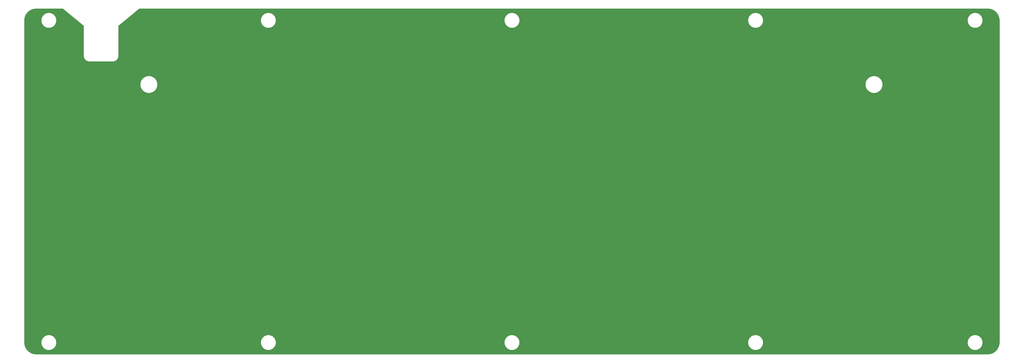
<source format=gbr>
G04 #@! TF.GenerationSoftware,KiCad,Pcbnew,(5.0.0)*
G04 #@! TF.CreationDate,2018-07-31T18:47:20-04:00*
G04 #@! TF.ProjectId,bottom_plate,626F74746F6D5F706C6174652E6B6963,rev?*
G04 #@! TF.SameCoordinates,Original*
G04 #@! TF.FileFunction,Copper,L2,Bot,Signal*
G04 #@! TF.FilePolarity,Positive*
%FSLAX46Y46*%
G04 Gerber Fmt 4.6, Leading zero omitted, Abs format (unit mm)*
G04 Created by KiCad (PCBNEW (5.0.0)) date 07/31/18 18:47:20*
%MOMM*%
%LPD*%
G01*
G04 APERTURE LIST*
G04 #@! TA.AperFunction,Conductor*
%ADD10C,1.524000*%
G04 #@! TD*
G04 #@! TA.AperFunction,Conductor*
%ADD11C,0.300000*%
G04 #@! TD*
%ADD12C,0.300000*%
G04 APERTURE END LIST*
D10*
G04 #@! TO.N,GND*
G04 #@! TO.C,R1*
X-8890000Y-29210000D03*
G04 #@! TD*
D11*
G04 #@! TO.N,GND*
X-8936393Y-25104000D02*
X-19376235Y-25104000D01*
X355573035Y-25104000D02*
X21282195Y-25104000D01*
X-8593711Y-25389000D02*
X-20918167Y-25389000D01*
X357114964Y-25389000D02*
X20939512Y-25389000D01*
X-8251029Y-25674000D02*
X-21540076Y-25674000D01*
X357736875Y-25674000D02*
X20596830Y-25674000D01*
X-7908347Y-25959000D02*
X-22011613Y-25959000D01*
X358208413Y-25959000D02*
X20254147Y-25959000D01*
X-7565664Y-26244000D02*
X-22356747Y-26244000D01*
X358553545Y-26244000D02*
X19911465Y-26244000D01*
X-14753430Y-26529000D02*
X-22661916Y-26529000D01*
X-7222982Y-26529000D02*
X-14049764Y-26529000D01*
X71746670Y-26529000D02*
X19568782Y-26529000D01*
X167746570Y-26529000D02*
X72450336Y-26529000D01*
X263746570Y-26529000D02*
X168450236Y-26529000D01*
X350246570Y-26529000D02*
X264450236Y-26529000D01*
X358858715Y-26529000D02*
X350950236Y-26529000D01*
X-15750874Y-26814000D02*
X-22897229Y-26814000D01*
X-6880300Y-26814000D02*
X-13052327Y-26814000D01*
X70749226Y-26814000D02*
X19226100Y-26814000D01*
X166749126Y-26814000D02*
X73447773Y-26814000D01*
X262749126Y-26814000D02*
X169447673Y-26814000D01*
X349249126Y-26814000D02*
X265447673Y-26814000D01*
X359094027Y-26814000D02*
X351947673Y-26814000D01*
X-16228965Y-27099000D02*
X-23130361Y-27099000D01*
X-6537617Y-27099000D02*
X-12574235Y-27099000D01*
X70271135Y-27099000D02*
X18883417Y-27099000D01*
X166271035Y-27099000D02*
X73925865Y-27099000D01*
X262271035Y-27099000D02*
X169925765Y-27099000D01*
X348771035Y-27099000D02*
X265925765Y-27099000D01*
X359327160Y-27099000D02*
X352425765Y-27099000D01*
X-16575152Y-27384000D02*
X-23285379Y-27384000D01*
X-6194935Y-27384000D02*
X-12228047Y-27384000D01*
X69924948Y-27384000D02*
X18540735Y-27384000D01*
X165924848Y-27384000D02*
X74272053Y-27384000D01*
X261924848Y-27384000D02*
X170271953Y-27384000D01*
X348424848Y-27384000D02*
X266271953Y-27384000D01*
X359482178Y-27384000D02*
X352771953Y-27384000D01*
X-16817107Y-27669000D02*
X-23440397Y-27669000D01*
X-5852253Y-27669000D02*
X-11986091Y-27669000D01*
X69682993Y-27669000D02*
X18198052Y-27669000D01*
X165682893Y-27669000D02*
X74514009Y-27669000D01*
X261682893Y-27669000D02*
X170513909Y-27669000D01*
X348182893Y-27669000D02*
X266513909Y-27669000D01*
X359637196Y-27669000D02*
X353013909Y-27669000D01*
X-17026619Y-27954000D02*
X-23572241Y-27954000D01*
X-5509570Y-27954000D02*
X-11776580Y-27954000D01*
X69473481Y-27954000D02*
X17855370Y-27954000D01*
X165473381Y-27954000D02*
X74723520Y-27954000D01*
X261473381Y-27954000D02*
X170723420Y-27954000D01*
X347973381Y-27954000D02*
X266723420Y-27954000D01*
X359769041Y-27954000D02*
X353223420Y-27954000D01*
X-17181281Y-28239000D02*
X-23661039Y-28239000D01*
X-5166888Y-28239000D02*
X-11621917Y-28239000D01*
X69318819Y-28239000D02*
X17512688Y-28239000D01*
X165318719Y-28239000D02*
X74878183Y-28239000D01*
X261318719Y-28239000D02*
X170878083Y-28239000D01*
X347818719Y-28239000D02*
X266878083Y-28239000D01*
X359857839Y-28239000D02*
X353378083Y-28239000D01*
X-17305128Y-28524000D02*
X-23749837Y-28524000D01*
X-9081025Y-28524000D02*
X-11498071Y-28524000D01*
X-4824206Y-28524000D02*
X-8698975Y-28524000D01*
X69194972Y-28524000D02*
X17170005Y-28524000D01*
X165194872Y-28524000D02*
X75002029Y-28524000D01*
X261194872Y-28524000D02*
X171001929Y-28524000D01*
X347694872Y-28524000D02*
X267001929Y-28524000D01*
X359946637Y-28524000D02*
X353501929Y-28524000D01*
X-17393607Y-28809000D02*
X-23814857Y-28809000D01*
X-4481523Y-28809000D02*
X-11409592Y-28809000D01*
X69106493Y-28809000D02*
X16827323Y-28809000D01*
X165106393Y-28809000D02*
X75090508Y-28809000D01*
X261106393Y-28809000D02*
X171090408Y-28809000D01*
X347606393Y-28809000D02*
X267090408Y-28809000D01*
X360011656Y-28809000D02*
X353590408Y-28809000D01*
X-17457156Y-29094000D02*
X-23843740Y-29094000D01*
X-9794645Y-29094000D02*
X-11346044Y-29094000D01*
X-8279025Y-29094000D02*
X-9500975Y-29094000D01*
X-4138841Y-29094000D02*
X-7983204Y-29094000D01*
X69042944Y-29094000D02*
X16484640Y-29094000D01*
X165042844Y-29094000D02*
X75154056Y-29094000D01*
X261042844Y-29094000D02*
X171153956Y-29094000D01*
X347542844Y-29094000D02*
X267153956Y-29094000D01*
X360040539Y-29094000D02*
X353653956Y-29094000D01*
X-17485873Y-29379000D02*
X-23872623Y-29379000D01*
X-9790000Y-29379000D02*
X-11317327Y-29379000D01*
X-8226025Y-29379000D02*
X-9553975Y-29379000D01*
X-3796159Y-29379000D02*
X-7992730Y-29379000D01*
X69014227Y-29379000D02*
X16141958Y-29379000D01*
X165014127Y-29379000D02*
X75182773Y-29379000D01*
X261014127Y-29379000D02*
X171182673Y-29379000D01*
X347514127Y-29379000D02*
X267182673Y-29379000D01*
X360069422Y-29379000D02*
X353682673Y-29379000D01*
X-17502683Y-29664000D02*
X-23897600Y-29664000D01*
X-3453476Y-29664000D02*
X-11300518Y-29664000D01*
X68997417Y-29664000D02*
X15799275Y-29664000D01*
X164997317Y-29664000D02*
X75199582Y-29664000D01*
X260997317Y-29664000D02*
X171199482Y-29664000D01*
X347497317Y-29664000D02*
X267199482Y-29664000D01*
X360094400Y-29664000D02*
X353699482Y-29664000D01*
X-17472996Y-29949000D02*
X-23897600Y-29949000D01*
X-9134025Y-29949000D02*
X-11330205Y-29949000D01*
X-3110794Y-29949000D02*
X-8645975Y-29949000D01*
X69027104Y-29949000D02*
X15456593Y-29949000D01*
X165027004Y-29949000D02*
X75169895Y-29949000D01*
X261027004Y-29949000D02*
X171169795Y-29949000D01*
X347527004Y-29949000D02*
X267169795Y-29949000D01*
X360094400Y-29949000D02*
X353669795Y-29949000D01*
X-17440788Y-30234000D02*
X-23897600Y-30234000D01*
X-2768112Y-30234000D02*
X-11362414Y-30234000D01*
X69059312Y-30234000D02*
X15113911Y-30234000D01*
X165059212Y-30234000D02*
X75137686Y-30234000D01*
X261059212Y-30234000D02*
X171137586Y-30234000D01*
X347559212Y-30234000D02*
X267137586Y-30234000D01*
X360094400Y-30234000D02*
X353637586Y-30234000D01*
X-17353932Y-30519000D02*
X-23897600Y-30519000D01*
X-2425429Y-30519000D02*
X-11449269Y-30519000D01*
X69146168Y-30519000D02*
X14771228Y-30519000D01*
X165146068Y-30519000D02*
X75050831Y-30519000D01*
X261146068Y-30519000D02*
X171050731Y-30519000D01*
X347646068Y-30519000D02*
X267050731Y-30519000D01*
X360094400Y-30519000D02*
X353550731Y-30519000D01*
X-17263356Y-30804000D02*
X-23897600Y-30804000D01*
X-2082747Y-30804000D02*
X-11539845Y-30804000D01*
X69236744Y-30804000D02*
X14428546Y-30804000D01*
X165236644Y-30804000D02*
X74960255Y-30804000D01*
X261236644Y-30804000D02*
X170960155Y-30804000D01*
X347736644Y-30804000D02*
X266960155Y-30804000D01*
X360094400Y-30804000D02*
X353460155Y-30804000D01*
X-17111928Y-31089000D02*
X-23897600Y-31089000D01*
X-1740065Y-31089000D02*
X-11691272Y-31089000D01*
X69388172Y-31089000D02*
X14085864Y-31089000D01*
X165388072Y-31089000D02*
X74808828Y-31089000D01*
X261388072Y-31089000D02*
X170808728Y-31089000D01*
X347888072Y-31089000D02*
X266808728Y-31089000D01*
X360094400Y-31089000D02*
X353308728Y-31089000D01*
X-16949447Y-31374000D02*
X-23897600Y-31374000D01*
X-1397382Y-31374000D02*
X-11853755Y-31374000D01*
X69550653Y-31374000D02*
X13743181Y-31374000D01*
X165550553Y-31374000D02*
X74646345Y-31374000D01*
X261550553Y-31374000D02*
X170646245Y-31374000D01*
X348050553Y-31374000D02*
X266646245Y-31374000D01*
X360094400Y-31374000D02*
X353146245Y-31374000D01*
X-16711661Y-31659000D02*
X-23897600Y-31659000D01*
X-1054700Y-31659000D02*
X-12091541Y-31659000D01*
X69788439Y-31659000D02*
X13400499Y-31659000D01*
X165788339Y-31659000D02*
X74408559Y-31659000D01*
X261788339Y-31659000D02*
X170408459Y-31659000D01*
X348288339Y-31659000D02*
X266408459Y-31659000D01*
X360094400Y-31659000D02*
X352908459Y-31659000D01*
X-16419487Y-31944000D02*
X-23897600Y-31944000D01*
X-831100Y-31944000D02*
X-12383714Y-31944000D01*
X70080613Y-31944000D02*
X13176900Y-31944000D01*
X166080513Y-31944000D02*
X74116386Y-31944000D01*
X262080513Y-31944000D02*
X170116286Y-31944000D01*
X348580513Y-31944000D02*
X266116286Y-31944000D01*
X360094400Y-31944000D02*
X352616286Y-31944000D01*
X-16040549Y-32229000D02*
X-23897600Y-32229000D01*
X-831100Y-32229000D02*
X-12762652Y-32229000D01*
X70459551Y-32229000D02*
X13176900Y-32229000D01*
X166459451Y-32229000D02*
X73737448Y-32229000D01*
X262459451Y-32229000D02*
X169737348Y-32229000D01*
X348959451Y-32229000D02*
X265737348Y-32229000D01*
X360094400Y-32229000D02*
X352237348Y-32229000D01*
X-15444293Y-32514000D02*
X-23897600Y-32514000D01*
X-831100Y-32514000D02*
X-13358907Y-32514000D01*
X71055807Y-32514000D02*
X13176900Y-32514000D01*
X167055707Y-32514000D02*
X73141193Y-32514000D01*
X263055707Y-32514000D02*
X169141093Y-32514000D01*
X349555707Y-32514000D02*
X265141093Y-32514000D01*
X360094400Y-32514000D02*
X351641093Y-32514000D01*
X-831100Y-32799000D02*
X-23897600Y-32799000D01*
X360094400Y-32799000D02*
X13176900Y-32799000D01*
X-831100Y-33084000D02*
X-23897600Y-33084000D01*
X360094400Y-33084000D02*
X13176900Y-33084000D01*
X-831100Y-33369000D02*
X-23897600Y-33369000D01*
X360094400Y-33369000D02*
X13176900Y-33369000D01*
X-831100Y-33654000D02*
X-23897600Y-33654000D01*
X360094400Y-33654000D02*
X13176900Y-33654000D01*
X-831100Y-33939000D02*
X-23897600Y-33939000D01*
X360094400Y-33939000D02*
X13176900Y-33939000D01*
X-831100Y-34224000D02*
X-23897600Y-34224000D01*
X360094400Y-34224000D02*
X13176900Y-34224000D01*
X-831100Y-34509000D02*
X-23897600Y-34509000D01*
X360094400Y-34509000D02*
X13176900Y-34509000D01*
X-831100Y-34794000D02*
X-23897600Y-34794000D01*
X360094400Y-34794000D02*
X13176900Y-34794000D01*
X-831100Y-35079000D02*
X-23897600Y-35079000D01*
X360094400Y-35079000D02*
X13176900Y-35079000D01*
X-831100Y-35364000D02*
X-23897600Y-35364000D01*
X360094400Y-35364000D02*
X13176900Y-35364000D01*
X-831100Y-35649000D02*
X-23897600Y-35649000D01*
X360094400Y-35649000D02*
X13176900Y-35649000D01*
X-831100Y-35934000D02*
X-23897600Y-35934000D01*
X360094400Y-35934000D02*
X13176900Y-35934000D01*
X-831100Y-36219000D02*
X-23897600Y-36219000D01*
X360094400Y-36219000D02*
X13176900Y-36219000D01*
X-831100Y-36504000D02*
X-23897600Y-36504000D01*
X360094400Y-36504000D02*
X13176900Y-36504000D01*
X-831100Y-36789000D02*
X-23897600Y-36789000D01*
X360094400Y-36789000D02*
X13176900Y-36789000D01*
X-831100Y-37074000D02*
X-23897600Y-37074000D01*
X360094400Y-37074000D02*
X13176900Y-37074000D01*
X-831100Y-37359000D02*
X-23897600Y-37359000D01*
X360094400Y-37359000D02*
X13176900Y-37359000D01*
X-831100Y-37644000D02*
X-23897600Y-37644000D01*
X360094400Y-37644000D02*
X13176900Y-37644000D01*
X-831100Y-37929000D02*
X-23897600Y-37929000D01*
X360094400Y-37929000D02*
X13176900Y-37929000D01*
X-831100Y-38214000D02*
X-23897600Y-38214000D01*
X360094400Y-38214000D02*
X13176900Y-38214000D01*
X-831100Y-38499000D02*
X-23897600Y-38499000D01*
X360094400Y-38499000D02*
X13176900Y-38499000D01*
X-831100Y-38784000D02*
X-23897600Y-38784000D01*
X360094400Y-38784000D02*
X13176900Y-38784000D01*
X-831100Y-39069000D02*
X-23897600Y-39069000D01*
X360094400Y-39069000D02*
X13176900Y-39069000D01*
X-831100Y-39354000D02*
X-23897600Y-39354000D01*
X360094400Y-39354000D02*
X13176900Y-39354000D01*
X-831100Y-39639000D02*
X-23897600Y-39639000D01*
X360094400Y-39639000D02*
X13176900Y-39639000D01*
X-831100Y-39924000D02*
X-23897600Y-39924000D01*
X360094400Y-39924000D02*
X13176900Y-39924000D01*
X-831100Y-40209000D02*
X-23897600Y-40209000D01*
X360094400Y-40209000D02*
X13176900Y-40209000D01*
X-831100Y-40494000D02*
X-23897600Y-40494000D01*
X360094400Y-40494000D02*
X13176900Y-40494000D01*
X-831100Y-40779000D02*
X-23897600Y-40779000D01*
X360094400Y-40779000D02*
X13176900Y-40779000D01*
X-831100Y-41064000D02*
X-23897600Y-41064000D01*
X360094400Y-41064000D02*
X13176900Y-41064000D01*
X-831100Y-41349000D02*
X-23897600Y-41349000D01*
X360094400Y-41349000D02*
X13176900Y-41349000D01*
X-831100Y-41634000D02*
X-23897600Y-41634000D01*
X360094400Y-41634000D02*
X13176900Y-41634000D01*
X-831100Y-41919000D02*
X-23897600Y-41919000D01*
X360094400Y-41919000D02*
X13176900Y-41919000D01*
X-831100Y-42204000D02*
X-23897600Y-42204000D01*
X360094400Y-42204000D02*
X13176900Y-42204000D01*
X-831100Y-42489000D02*
X-23897600Y-42489000D01*
X360094400Y-42489000D02*
X13176900Y-42489000D01*
X-831100Y-42774000D02*
X-23897600Y-42774000D01*
X360094400Y-42774000D02*
X13176900Y-42774000D01*
X-831100Y-43059000D02*
X-23897600Y-43059000D01*
X360094400Y-43059000D02*
X13176900Y-43059000D01*
X-831100Y-43344000D02*
X-23897600Y-43344000D01*
X360094400Y-43344000D02*
X13176900Y-43344000D01*
X-818013Y-43629000D02*
X-23897600Y-43629000D01*
X360094400Y-43629000D02*
X13163813Y-43629000D01*
X-790037Y-43914000D02*
X-23897600Y-43914000D01*
X360094400Y-43914000D02*
X13135836Y-43914000D01*
X-713795Y-44199000D02*
X-23897600Y-44199000D01*
X360094400Y-44199000D02*
X13059594Y-44199000D01*
X-618475Y-44484000D02*
X-23897600Y-44484000D01*
X360094400Y-44484000D02*
X12964274Y-44484000D01*
X-461835Y-44769000D02*
X-23897600Y-44769000D01*
X360094400Y-44769000D02*
X12807634Y-44769000D01*
X-256371Y-45054000D02*
X-23897600Y-45054000D01*
X360094400Y-45054000D02*
X12602169Y-45054000D01*
X14934Y-45339000D02*
X-23897600Y-45339000D01*
X360094400Y-45339000D02*
X12330866Y-45339000D01*
X405541Y-45624000D02*
X-23897600Y-45624000D01*
X360094400Y-45624000D02*
X11940258Y-45624000D01*
X1100967Y-45909000D02*
X-23897600Y-45909000D01*
X360094400Y-45909000D02*
X11244834Y-45909000D01*
X360094400Y-46194000D02*
X-23897600Y-46194000D01*
X360094400Y-46479000D02*
X-23897600Y-46479000D01*
X360094400Y-46764000D02*
X-23897600Y-46764000D01*
X360094400Y-47049000D02*
X-23897600Y-47049000D01*
X360094400Y-47334000D02*
X-23897600Y-47334000D01*
X360094400Y-47619000D02*
X-23897600Y-47619000D01*
X360094400Y-47904000D02*
X-23897600Y-47904000D01*
X360094400Y-48189000D02*
X-23897600Y-48189000D01*
X360094400Y-48474000D02*
X-23897600Y-48474000D01*
X360094400Y-48759000D02*
X-23897600Y-48759000D01*
X360094400Y-49044000D02*
X-23897600Y-49044000D01*
X360094400Y-49329000D02*
X-23897600Y-49329000D01*
X360094400Y-49614000D02*
X-23897600Y-49614000D01*
X360094400Y-49899000D02*
X-23897600Y-49899000D01*
X360094400Y-50184000D02*
X-23897600Y-50184000D01*
X360094400Y-50469000D02*
X-23897600Y-50469000D01*
X360094400Y-50754000D02*
X-23897600Y-50754000D01*
X360094400Y-51039000D02*
X-23897600Y-51039000D01*
X360094400Y-51324000D02*
X-23897600Y-51324000D01*
X23818362Y-51609000D02*
X-23897600Y-51609000D01*
X309568362Y-51609000D02*
X26204240Y-51609000D01*
X360094400Y-51609000D02*
X311954240Y-51609000D01*
X23220761Y-51894000D02*
X-23897600Y-51894000D01*
X308970761Y-51894000D02*
X26801840Y-51894000D01*
X360094400Y-51894000D02*
X312551840Y-51894000D01*
X22818556Y-52179000D02*
X-23897600Y-52179000D01*
X308568556Y-52179000D02*
X27204044Y-52179000D01*
X360094400Y-52179000D02*
X312954044Y-52179000D01*
X22489879Y-52464000D02*
X-23897600Y-52464000D01*
X308239879Y-52464000D02*
X27532723Y-52464000D01*
X360094400Y-52464000D02*
X313282723Y-52464000D01*
X22257172Y-52749000D02*
X-23897600Y-52749000D01*
X308007172Y-52749000D02*
X27765430Y-52749000D01*
X360094400Y-52749000D02*
X313515430Y-52749000D01*
X22048568Y-53034000D02*
X-23897600Y-53034000D01*
X307798568Y-53034000D02*
X27974033Y-53034000D01*
X360094400Y-53034000D02*
X313724033Y-53034000D01*
X21896232Y-53319000D02*
X-23897600Y-53319000D01*
X307646232Y-53319000D02*
X28126370Y-53319000D01*
X360094400Y-53319000D02*
X313876370Y-53319000D01*
X21753965Y-53604000D02*
X-23897600Y-53604000D01*
X307503965Y-53604000D02*
X28268636Y-53604000D01*
X360094400Y-53604000D02*
X314018636Y-53604000D01*
X21669499Y-53889000D02*
X-23897600Y-53889000D01*
X307419499Y-53889000D02*
X28353102Y-53889000D01*
X360094400Y-53889000D02*
X314103102Y-53889000D01*
X21581811Y-54174000D02*
X-23897600Y-54174000D01*
X307331811Y-54174000D02*
X28440790Y-54174000D01*
X360094400Y-54174000D02*
X314190790Y-54174000D01*
X21547677Y-54459000D02*
X-23897600Y-54459000D01*
X307297677Y-54459000D02*
X28474924Y-54459000D01*
X360094400Y-54459000D02*
X314224924Y-54459000D01*
X21519607Y-54744000D02*
X-23897600Y-54744000D01*
X307269607Y-54744000D02*
X28502994Y-54744000D01*
X360094400Y-54744000D02*
X314252994Y-54744000D01*
X21518188Y-55029000D02*
X-23897600Y-55029000D01*
X307268188Y-55029000D02*
X28504411Y-55029000D01*
X360094400Y-55029000D02*
X314254411Y-55029000D01*
X21546257Y-55314000D02*
X-23897600Y-55314000D01*
X307296257Y-55314000D02*
X28476342Y-55314000D01*
X360094400Y-55314000D02*
X314226342Y-55314000D01*
X21578946Y-55599000D02*
X-23897600Y-55599000D01*
X307328946Y-55599000D02*
X28443653Y-55599000D01*
X360094400Y-55599000D02*
X314193653Y-55599000D01*
X21665130Y-55884000D02*
X-23897600Y-55884000D01*
X307415130Y-55884000D02*
X28357469Y-55884000D01*
X360094400Y-55884000D02*
X314107469Y-55884000D01*
X21751100Y-56169000D02*
X-23897600Y-56169000D01*
X307501100Y-56169000D02*
X28271499Y-56169000D01*
X360094400Y-56169000D02*
X314021499Y-56169000D01*
X21888534Y-56454000D02*
X-23897600Y-56454000D01*
X307638534Y-56454000D02*
X28134066Y-56454000D01*
X360094400Y-56454000D02*
X313884066Y-56454000D01*
X22040870Y-56739000D02*
X-23897600Y-56739000D01*
X307790870Y-56739000D02*
X27981729Y-56739000D01*
X360094400Y-56739000D02*
X313731729Y-56739000D01*
X22245353Y-57024000D02*
X-23897600Y-57024000D01*
X307995353Y-57024000D02*
X27777246Y-57024000D01*
X360094400Y-57024000D02*
X313527246Y-57024000D01*
X22479247Y-57309000D02*
X-23897600Y-57309000D01*
X308229247Y-57309000D02*
X27543352Y-57309000D01*
X360094400Y-57309000D02*
X313293352Y-57309000D01*
X22801009Y-57594000D02*
X-23897600Y-57594000D01*
X308551009Y-57594000D02*
X27221590Y-57594000D01*
X360094400Y-57594000D02*
X312971590Y-57594000D01*
X23193819Y-57879000D02*
X-23897600Y-57879000D01*
X308943819Y-57879000D02*
X26828780Y-57879000D01*
X360094400Y-57879000D02*
X312578780Y-57879000D01*
X23770891Y-58164000D02*
X-23897600Y-58164000D01*
X309520891Y-58164000D02*
X26251710Y-58164000D01*
X360094400Y-58164000D02*
X312001710Y-58164000D01*
X360094400Y-58449000D02*
X-23897600Y-58449000D01*
X360094400Y-58734000D02*
X-23897600Y-58734000D01*
X360094400Y-59019000D02*
X-23897600Y-59019000D01*
X360094400Y-59304000D02*
X-23897600Y-59304000D01*
X360094400Y-59589000D02*
X-23897600Y-59589000D01*
X360094400Y-59874000D02*
X-23897600Y-59874000D01*
X360094400Y-60159000D02*
X-23897600Y-60159000D01*
X360094400Y-60444000D02*
X-23897600Y-60444000D01*
X360094400Y-60729000D02*
X-23897600Y-60729000D01*
X360094400Y-61014000D02*
X-23897600Y-61014000D01*
X360094400Y-61299000D02*
X-23897600Y-61299000D01*
X360094400Y-61584000D02*
X-23897600Y-61584000D01*
X360094400Y-61869000D02*
X-23897600Y-61869000D01*
X360094400Y-62154000D02*
X-23897600Y-62154000D01*
X360094400Y-62439000D02*
X-23897600Y-62439000D01*
X360094400Y-62724000D02*
X-23897600Y-62724000D01*
X360094400Y-63009000D02*
X-23897600Y-63009000D01*
X360094400Y-63294000D02*
X-23897600Y-63294000D01*
X360094400Y-63579000D02*
X-23897600Y-63579000D01*
X360094400Y-63864000D02*
X-23897600Y-63864000D01*
X360094400Y-64149000D02*
X-23897600Y-64149000D01*
X360094400Y-64434000D02*
X-23897600Y-64434000D01*
X360094400Y-64719000D02*
X-23897600Y-64719000D01*
X360094400Y-65004000D02*
X-23897600Y-65004000D01*
X360094400Y-65289000D02*
X-23897600Y-65289000D01*
X360094400Y-65574000D02*
X-23897600Y-65574000D01*
X360094400Y-65859000D02*
X-23897600Y-65859000D01*
X360094400Y-66144000D02*
X-23897600Y-66144000D01*
X360094400Y-66429000D02*
X-23897600Y-66429000D01*
X360094400Y-66714000D02*
X-23897600Y-66714000D01*
X360094400Y-66999000D02*
X-23897600Y-66999000D01*
X360094400Y-67284000D02*
X-23897600Y-67284000D01*
X360094400Y-67569000D02*
X-23897600Y-67569000D01*
X360094400Y-67854000D02*
X-23897600Y-67854000D01*
X360094400Y-68139000D02*
X-23897600Y-68139000D01*
X360094400Y-68424000D02*
X-23897600Y-68424000D01*
X360094400Y-68709000D02*
X-23897600Y-68709000D01*
X360094400Y-68994000D02*
X-23897600Y-68994000D01*
X360094400Y-69279000D02*
X-23897600Y-69279000D01*
X360094400Y-69564000D02*
X-23897600Y-69564000D01*
X360094400Y-69849000D02*
X-23897600Y-69849000D01*
X360094400Y-70134000D02*
X-23897600Y-70134000D01*
X360094400Y-70419000D02*
X-23897600Y-70419000D01*
X360094400Y-70704000D02*
X-23897600Y-70704000D01*
X360094400Y-70989000D02*
X-23897600Y-70989000D01*
X360094400Y-71274000D02*
X-23897600Y-71274000D01*
X360094400Y-71559000D02*
X-23897600Y-71559000D01*
X360094400Y-71844000D02*
X-23897600Y-71844000D01*
X360094400Y-72129000D02*
X-23897600Y-72129000D01*
X360094400Y-72414000D02*
X-23897600Y-72414000D01*
X360094400Y-72699000D02*
X-23897600Y-72699000D01*
X360094400Y-72984000D02*
X-23897600Y-72984000D01*
X360094400Y-73269000D02*
X-23897600Y-73269000D01*
X360094400Y-73554000D02*
X-23897600Y-73554000D01*
X360094400Y-73839000D02*
X-23897600Y-73839000D01*
X360094400Y-74124000D02*
X-23897600Y-74124000D01*
X360094400Y-74409000D02*
X-23897600Y-74409000D01*
X360094400Y-74694000D02*
X-23897600Y-74694000D01*
X360094400Y-74979000D02*
X-23897600Y-74979000D01*
X360094400Y-75264000D02*
X-23897600Y-75264000D01*
X360094400Y-75549000D02*
X-23897600Y-75549000D01*
X360094400Y-75834000D02*
X-23897600Y-75834000D01*
X360094400Y-76119000D02*
X-23897600Y-76119000D01*
X360094400Y-76404000D02*
X-23897600Y-76404000D01*
X360094400Y-76689000D02*
X-23897600Y-76689000D01*
X360094400Y-76974000D02*
X-23897600Y-76974000D01*
X360094400Y-77259000D02*
X-23897600Y-77259000D01*
X360094400Y-77544000D02*
X-23897600Y-77544000D01*
X360094400Y-77829000D02*
X-23897600Y-77829000D01*
X360094400Y-78114000D02*
X-23897600Y-78114000D01*
X360094400Y-78399000D02*
X-23897600Y-78399000D01*
X360094400Y-78684000D02*
X-23897600Y-78684000D01*
X360094400Y-78969000D02*
X-23897600Y-78969000D01*
X360094400Y-79254000D02*
X-23897600Y-79254000D01*
X360094400Y-79539000D02*
X-23897600Y-79539000D01*
X360094400Y-79824000D02*
X-23897600Y-79824000D01*
X360094400Y-80109000D02*
X-23897600Y-80109000D01*
X360094400Y-80394000D02*
X-23897600Y-80394000D01*
X360094400Y-80679000D02*
X-23897600Y-80679000D01*
X360094400Y-80964000D02*
X-23897600Y-80964000D01*
X360094400Y-81249000D02*
X-23897600Y-81249000D01*
X360094400Y-81534000D02*
X-23897600Y-81534000D01*
X360094400Y-81819000D02*
X-23897600Y-81819000D01*
X360094400Y-82104000D02*
X-23897600Y-82104000D01*
X360094400Y-82389000D02*
X-23897600Y-82389000D01*
X360094400Y-82674000D02*
X-23897600Y-82674000D01*
X360094400Y-82959000D02*
X-23897600Y-82959000D01*
X360094400Y-83244000D02*
X-23897600Y-83244000D01*
X360094400Y-83529000D02*
X-23897600Y-83529000D01*
X360094400Y-83814000D02*
X-23897600Y-83814000D01*
X360094400Y-84099000D02*
X-23897600Y-84099000D01*
X360094400Y-84384000D02*
X-23897600Y-84384000D01*
X360094400Y-84669000D02*
X-23897600Y-84669000D01*
X360094400Y-84954000D02*
X-23897600Y-84954000D01*
X360094400Y-85239000D02*
X-23897600Y-85239000D01*
X360094400Y-85524000D02*
X-23897600Y-85524000D01*
X360094400Y-85809000D02*
X-23897600Y-85809000D01*
X360094400Y-86094000D02*
X-23897600Y-86094000D01*
X360094400Y-86379000D02*
X-23897600Y-86379000D01*
X360094400Y-86664000D02*
X-23897600Y-86664000D01*
X360094400Y-86949000D02*
X-23897600Y-86949000D01*
X360094400Y-87234000D02*
X-23897600Y-87234000D01*
X360094400Y-87519000D02*
X-23897600Y-87519000D01*
X360094400Y-87804000D02*
X-23897600Y-87804000D01*
X360094400Y-88089000D02*
X-23897600Y-88089000D01*
X360094400Y-88374000D02*
X-23897600Y-88374000D01*
X360094400Y-88659000D02*
X-23897600Y-88659000D01*
X360094400Y-88944000D02*
X-23897600Y-88944000D01*
X360094400Y-89229000D02*
X-23897600Y-89229000D01*
X360094400Y-89514000D02*
X-23897600Y-89514000D01*
X360094400Y-89799000D02*
X-23897600Y-89799000D01*
X360094400Y-90084000D02*
X-23897600Y-90084000D01*
X360094400Y-90369000D02*
X-23897600Y-90369000D01*
X360094400Y-90654000D02*
X-23897600Y-90654000D01*
X360094400Y-90939000D02*
X-23897600Y-90939000D01*
X360094400Y-91224000D02*
X-23897600Y-91224000D01*
X360094400Y-91509000D02*
X-23897600Y-91509000D01*
X360094400Y-91794000D02*
X-23897600Y-91794000D01*
X360094400Y-92079000D02*
X-23897600Y-92079000D01*
X360094400Y-92364000D02*
X-23897600Y-92364000D01*
X360094400Y-92649000D02*
X-23897600Y-92649000D01*
X360094400Y-92934000D02*
X-23897600Y-92934000D01*
X360094400Y-93219000D02*
X-23897600Y-93219000D01*
X360094400Y-93504000D02*
X-23897600Y-93504000D01*
X360094400Y-93789000D02*
X-23897600Y-93789000D01*
X360094400Y-94074000D02*
X-23897600Y-94074000D01*
X360094400Y-94359000D02*
X-23897600Y-94359000D01*
X360094400Y-94644000D02*
X-23897600Y-94644000D01*
X360094400Y-94929000D02*
X-23897600Y-94929000D01*
X360094400Y-95214000D02*
X-23897600Y-95214000D01*
X360094400Y-95499000D02*
X-23897600Y-95499000D01*
X360094400Y-95784000D02*
X-23897600Y-95784000D01*
X360094400Y-96069000D02*
X-23897600Y-96069000D01*
X360094400Y-96354000D02*
X-23897600Y-96354000D01*
X360094400Y-96639000D02*
X-23897600Y-96639000D01*
X360094400Y-96924000D02*
X-23897600Y-96924000D01*
X360094400Y-97209000D02*
X-23897600Y-97209000D01*
X360094400Y-97494000D02*
X-23897600Y-97494000D01*
X360094400Y-97779000D02*
X-23897600Y-97779000D01*
X360094400Y-98064000D02*
X-23897600Y-98064000D01*
X360094400Y-98349000D02*
X-23897600Y-98349000D01*
X360094400Y-98634000D02*
X-23897600Y-98634000D01*
X360094400Y-98919000D02*
X-23897600Y-98919000D01*
X360094400Y-99204000D02*
X-23897600Y-99204000D01*
X360094400Y-99489000D02*
X-23897600Y-99489000D01*
X360094400Y-99774000D02*
X-23897600Y-99774000D01*
X360094400Y-100059000D02*
X-23897600Y-100059000D01*
X360094400Y-100344000D02*
X-23897600Y-100344000D01*
X360094400Y-100629000D02*
X-23897600Y-100629000D01*
X360094400Y-100914000D02*
X-23897600Y-100914000D01*
X360094400Y-101199000D02*
X-23897600Y-101199000D01*
X360094400Y-101484000D02*
X-23897600Y-101484000D01*
X360094400Y-101769000D02*
X-23897600Y-101769000D01*
X360094400Y-102054000D02*
X-23897600Y-102054000D01*
X360094400Y-102339000D02*
X-23897600Y-102339000D01*
X360094400Y-102624000D02*
X-23897600Y-102624000D01*
X360094400Y-102909000D02*
X-23897600Y-102909000D01*
X360094400Y-103194000D02*
X-23897600Y-103194000D01*
X360094400Y-103479000D02*
X-23897600Y-103479000D01*
X360094400Y-103764000D02*
X-23897600Y-103764000D01*
X360094400Y-104049000D02*
X-23897600Y-104049000D01*
X360094400Y-104334000D02*
X-23897600Y-104334000D01*
X360094400Y-104619000D02*
X-23897600Y-104619000D01*
X360094400Y-104904000D02*
X-23897600Y-104904000D01*
X360094400Y-105189000D02*
X-23897600Y-105189000D01*
X360094400Y-105474000D02*
X-23897600Y-105474000D01*
X360094400Y-105759000D02*
X-23897600Y-105759000D01*
X360094400Y-106044000D02*
X-23897600Y-106044000D01*
X360094400Y-106329000D02*
X-23897600Y-106329000D01*
X360094400Y-106614000D02*
X-23897600Y-106614000D01*
X360094400Y-106899000D02*
X-23897600Y-106899000D01*
X360094400Y-107184000D02*
X-23897600Y-107184000D01*
X360094400Y-107469000D02*
X-23897600Y-107469000D01*
X360094400Y-107754000D02*
X-23897600Y-107754000D01*
X360094400Y-108039000D02*
X-23897600Y-108039000D01*
X360094400Y-108324000D02*
X-23897600Y-108324000D01*
X360094400Y-108609000D02*
X-23897600Y-108609000D01*
X360094400Y-108894000D02*
X-23897600Y-108894000D01*
X360094400Y-109179000D02*
X-23897600Y-109179000D01*
X360094400Y-109464000D02*
X-23897600Y-109464000D01*
X360094400Y-109749000D02*
X-23897600Y-109749000D01*
X360094400Y-110034000D02*
X-23897600Y-110034000D01*
X360094400Y-110319000D02*
X-23897600Y-110319000D01*
X360094400Y-110604000D02*
X-23897600Y-110604000D01*
X360094400Y-110889000D02*
X-23897600Y-110889000D01*
X360094400Y-111174000D02*
X-23897600Y-111174000D01*
X360094400Y-111459000D02*
X-23897600Y-111459000D01*
X360094400Y-111744000D02*
X-23897600Y-111744000D01*
X360094400Y-112029000D02*
X-23897600Y-112029000D01*
X360094400Y-112314000D02*
X-23897600Y-112314000D01*
X360094400Y-112599000D02*
X-23897600Y-112599000D01*
X360094400Y-112884000D02*
X-23897600Y-112884000D01*
X360094400Y-113169000D02*
X-23897600Y-113169000D01*
X360094400Y-113454000D02*
X-23897600Y-113454000D01*
X360094400Y-113739000D02*
X-23897600Y-113739000D01*
X360094400Y-114024000D02*
X-23897600Y-114024000D01*
X360094400Y-114309000D02*
X-23897600Y-114309000D01*
X360094400Y-114594000D02*
X-23897600Y-114594000D01*
X360094400Y-114879000D02*
X-23897600Y-114879000D01*
X360094400Y-115164000D02*
X-23897600Y-115164000D01*
X360094400Y-115449000D02*
X-23897600Y-115449000D01*
X360094400Y-115734000D02*
X-23897600Y-115734000D01*
X360094400Y-116019000D02*
X-23897600Y-116019000D01*
X360094400Y-116304000D02*
X-23897600Y-116304000D01*
X360094400Y-116589000D02*
X-23897600Y-116589000D01*
X360094400Y-116874000D02*
X-23897600Y-116874000D01*
X360094400Y-117159000D02*
X-23897600Y-117159000D01*
X360094400Y-117444000D02*
X-23897600Y-117444000D01*
X360094400Y-117729000D02*
X-23897600Y-117729000D01*
X360094400Y-118014000D02*
X-23897600Y-118014000D01*
X360094400Y-118299000D02*
X-23897600Y-118299000D01*
X360094400Y-118584000D02*
X-23897600Y-118584000D01*
X360094400Y-118869000D02*
X-23897600Y-118869000D01*
X360094400Y-119154000D02*
X-23897600Y-119154000D01*
X360094400Y-119439000D02*
X-23897600Y-119439000D01*
X360094400Y-119724000D02*
X-23897600Y-119724000D01*
X360094400Y-120009000D02*
X-23897600Y-120009000D01*
X360094400Y-120294000D02*
X-23897600Y-120294000D01*
X360094400Y-120579000D02*
X-23897600Y-120579000D01*
X360094400Y-120864000D02*
X-23897600Y-120864000D01*
X360094400Y-121149000D02*
X-23897600Y-121149000D01*
X360094400Y-121434000D02*
X-23897600Y-121434000D01*
X360094400Y-121719000D02*
X-23897600Y-121719000D01*
X360094400Y-122004000D02*
X-23897600Y-122004000D01*
X360094400Y-122289000D02*
X-23897600Y-122289000D01*
X360094400Y-122574000D02*
X-23897600Y-122574000D01*
X360094400Y-122859000D02*
X-23897600Y-122859000D01*
X360094400Y-123144000D02*
X-23897600Y-123144000D01*
X360094400Y-123429000D02*
X-23897600Y-123429000D01*
X360094400Y-123714000D02*
X-23897600Y-123714000D01*
X360094400Y-123999000D02*
X-23897600Y-123999000D01*
X360094400Y-124284000D02*
X-23897600Y-124284000D01*
X360094400Y-124569000D02*
X-23897600Y-124569000D01*
X360094400Y-124854000D02*
X-23897600Y-124854000D01*
X360094400Y-125139000D02*
X-23897600Y-125139000D01*
X360094400Y-125424000D02*
X-23897600Y-125424000D01*
X360094400Y-125709000D02*
X-23897600Y-125709000D01*
X360094400Y-125994000D02*
X-23897600Y-125994000D01*
X360094400Y-126279000D02*
X-23897600Y-126279000D01*
X360094400Y-126564000D02*
X-23897600Y-126564000D01*
X360094400Y-126849000D02*
X-23897600Y-126849000D01*
X360094400Y-127134000D02*
X-23897600Y-127134000D01*
X360094400Y-127419000D02*
X-23897600Y-127419000D01*
X360094400Y-127704000D02*
X-23897600Y-127704000D01*
X360094400Y-127989000D02*
X-23897600Y-127989000D01*
X360094400Y-128274000D02*
X-23897600Y-128274000D01*
X360094400Y-128559000D02*
X-23897600Y-128559000D01*
X360094400Y-128844000D02*
X-23897600Y-128844000D01*
X360094400Y-129129000D02*
X-23897600Y-129129000D01*
X360094400Y-129414000D02*
X-23897600Y-129414000D01*
X360094400Y-129699000D02*
X-23897600Y-129699000D01*
X360094400Y-129984000D02*
X-23897600Y-129984000D01*
X360094400Y-130269000D02*
X-23897600Y-130269000D01*
X360094400Y-130554000D02*
X-23897600Y-130554000D01*
X360094400Y-130839000D02*
X-23897600Y-130839000D01*
X360094400Y-131124000D02*
X-23897600Y-131124000D01*
X360094400Y-131409000D02*
X-23897600Y-131409000D01*
X360094400Y-131694000D02*
X-23897600Y-131694000D01*
X360094400Y-131979000D02*
X-23897600Y-131979000D01*
X360094400Y-132264000D02*
X-23897600Y-132264000D01*
X360094400Y-132549000D02*
X-23897600Y-132549000D01*
X360094400Y-132834000D02*
X-23897600Y-132834000D01*
X360094400Y-133119000D02*
X-23897600Y-133119000D01*
X360094400Y-133404000D02*
X-23897600Y-133404000D01*
X360094400Y-133689000D02*
X-23897600Y-133689000D01*
X360094400Y-133974000D02*
X-23897600Y-133974000D01*
X360094400Y-134259000D02*
X-23897600Y-134259000D01*
X360094400Y-134544000D02*
X-23897600Y-134544000D01*
X360094400Y-134829000D02*
X-23897600Y-134829000D01*
X360094400Y-135114000D02*
X-23897600Y-135114000D01*
X360094400Y-135399000D02*
X-23897600Y-135399000D01*
X360094400Y-135684000D02*
X-23897600Y-135684000D01*
X360094400Y-135969000D02*
X-23897600Y-135969000D01*
X360094400Y-136254000D02*
X-23897600Y-136254000D01*
X360094400Y-136539000D02*
X-23897600Y-136539000D01*
X360094400Y-136824000D02*
X-23897600Y-136824000D01*
X360094400Y-137109000D02*
X-23897600Y-137109000D01*
X360094400Y-137394000D02*
X-23897600Y-137394000D01*
X360094400Y-137679000D02*
X-23897600Y-137679000D01*
X360094400Y-137964000D02*
X-23897600Y-137964000D01*
X360094400Y-138249000D02*
X-23897600Y-138249000D01*
X360094400Y-138534000D02*
X-23897600Y-138534000D01*
X360094400Y-138819000D02*
X-23897600Y-138819000D01*
X360094400Y-139104000D02*
X-23897600Y-139104000D01*
X360094400Y-139389000D02*
X-23897600Y-139389000D01*
X360094400Y-139674000D02*
X-23897600Y-139674000D01*
X360094400Y-139959000D02*
X-23897600Y-139959000D01*
X360094400Y-140244000D02*
X-23897600Y-140244000D01*
X360094400Y-140529000D02*
X-23897600Y-140529000D01*
X360094400Y-140814000D02*
X-23897600Y-140814000D01*
X360094400Y-141099000D02*
X-23897600Y-141099000D01*
X360094400Y-141384000D02*
X-23897600Y-141384000D01*
X360094400Y-141669000D02*
X-23897600Y-141669000D01*
X360094400Y-141954000D02*
X-23897600Y-141954000D01*
X360094400Y-142239000D02*
X-23897600Y-142239000D01*
X360094400Y-142524000D02*
X-23897600Y-142524000D01*
X360094400Y-142809000D02*
X-23897600Y-142809000D01*
X360094400Y-143094000D02*
X-23897600Y-143094000D01*
X360094400Y-143379000D02*
X-23897600Y-143379000D01*
X360094400Y-143664000D02*
X-23897600Y-143664000D01*
X360094400Y-143949000D02*
X-23897600Y-143949000D01*
X360094400Y-144234000D02*
X-23897600Y-144234000D01*
X360094400Y-144519000D02*
X-23897600Y-144519000D01*
X360094400Y-144804000D02*
X-23897600Y-144804000D01*
X360094400Y-145089000D02*
X-23897600Y-145089000D01*
X360094400Y-145374000D02*
X-23897600Y-145374000D01*
X360094400Y-145659000D02*
X-23897600Y-145659000D01*
X360094400Y-145944000D02*
X-23897600Y-145944000D01*
X360094400Y-146229000D02*
X-23897600Y-146229000D01*
X360094400Y-146514000D02*
X-23897600Y-146514000D01*
X360094400Y-146799000D02*
X-23897600Y-146799000D01*
X360094400Y-147084000D02*
X-23897600Y-147084000D01*
X360094400Y-147369000D02*
X-23897600Y-147369000D01*
X360094400Y-147654000D02*
X-23897600Y-147654000D01*
X360094400Y-147939000D02*
X-23897600Y-147939000D01*
X360094400Y-148224000D02*
X-23897600Y-148224000D01*
X360094400Y-148509000D02*
X-23897600Y-148509000D01*
X360094400Y-148794000D02*
X-23897600Y-148794000D01*
X360094400Y-149079000D02*
X-23897600Y-149079000D01*
X360094400Y-149364000D02*
X-23897600Y-149364000D01*
X360094400Y-149649000D02*
X-23897600Y-149649000D01*
X360094400Y-149934000D02*
X-23897600Y-149934000D01*
X360094400Y-150219000D02*
X-23897600Y-150219000D01*
X360094400Y-150504000D02*
X-23897600Y-150504000D01*
X360094400Y-150789000D02*
X-23897600Y-150789000D01*
X360094400Y-151074000D02*
X-23897600Y-151074000D01*
X360094400Y-151359000D02*
X-23897600Y-151359000D01*
X360094400Y-151644000D02*
X-23897600Y-151644000D01*
X360094400Y-151929000D02*
X-23897600Y-151929000D01*
X360094400Y-152214000D02*
X-23897600Y-152214000D01*
X360094400Y-152499000D02*
X-23897600Y-152499000D01*
X360094400Y-152784000D02*
X-23897600Y-152784000D01*
X360094400Y-153069000D02*
X-23897600Y-153069000D01*
X360094400Y-153354000D02*
X-23897600Y-153354000D01*
X-15292255Y-153639000D02*
X-23897600Y-153639000D01*
X71207845Y-153639000D02*
X-13510944Y-153639000D01*
X167207745Y-153639000D02*
X72989156Y-153639000D01*
X263207745Y-153639000D02*
X168989056Y-153639000D01*
X349707745Y-153639000D02*
X264989056Y-153639000D01*
X360094400Y-153639000D02*
X351489056Y-153639000D01*
X-15953572Y-153924000D02*
X-23897600Y-153924000D01*
X70546528Y-153924000D02*
X-12849627Y-153924000D01*
X166546428Y-153924000D02*
X73650473Y-153924000D01*
X262546428Y-153924000D02*
X169650373Y-153924000D01*
X349046428Y-153924000D02*
X265650373Y-153924000D01*
X360094400Y-153924000D02*
X352150373Y-153924000D01*
X-16362281Y-154209000D02*
X-23897600Y-154209000D01*
X70137819Y-154209000D02*
X-12440918Y-154209000D01*
X166137719Y-154209000D02*
X74059182Y-154209000D01*
X262137719Y-154209000D02*
X170059082Y-154209000D01*
X348637719Y-154209000D02*
X266059082Y-154209000D01*
X360094400Y-154209000D02*
X352559082Y-154209000D01*
X-16672715Y-154494000D02*
X-23897600Y-154494000D01*
X69827385Y-154494000D02*
X-12130485Y-154494000D01*
X165827285Y-154494000D02*
X74369615Y-154494000D01*
X261827285Y-154494000D02*
X170369515Y-154494000D01*
X348327285Y-154494000D02*
X266369515Y-154494000D01*
X360094400Y-154494000D02*
X352869515Y-154494000D01*
X-16907869Y-154779000D02*
X-23897600Y-154779000D01*
X69592231Y-154779000D02*
X-11895330Y-154779000D01*
X165592131Y-154779000D02*
X74604770Y-154779000D01*
X261592131Y-154779000D02*
X170604670Y-154779000D01*
X348092131Y-154779000D02*
X266604670Y-154779000D01*
X360094400Y-154779000D02*
X353104670Y-154779000D01*
X-17086313Y-155064000D02*
X-23897600Y-155064000D01*
X69413787Y-155064000D02*
X-11716886Y-155064000D01*
X165413687Y-155064000D02*
X74783214Y-155064000D01*
X261413687Y-155064000D02*
X170783114Y-155064000D01*
X347913687Y-155064000D02*
X266783114Y-155064000D01*
X360094400Y-155064000D02*
X353283114Y-155064000D01*
X-17243445Y-155349000D02*
X-23897600Y-155349000D01*
X69256655Y-155349000D02*
X-11559754Y-155349000D01*
X165256555Y-155349000D02*
X74940346Y-155349000D01*
X261256555Y-155349000D02*
X170940246Y-155349000D01*
X347756555Y-155349000D02*
X266940246Y-155349000D01*
X360094400Y-155349000D02*
X353440246Y-155349000D01*
X-17339278Y-155634000D02*
X-23897600Y-155634000D01*
X69160822Y-155634000D02*
X-11463921Y-155634000D01*
X165160722Y-155634000D02*
X75036179Y-155634000D01*
X261160722Y-155634000D02*
X171036079Y-155634000D01*
X347660722Y-155634000D02*
X267036079Y-155634000D01*
X360094400Y-155634000D02*
X353536079Y-155634000D01*
X-17429347Y-155919000D02*
X-23897600Y-155919000D01*
X69070753Y-155919000D02*
X-11373852Y-155919000D01*
X165070653Y-155919000D02*
X75126248Y-155919000D01*
X261070653Y-155919000D02*
X171126148Y-155919000D01*
X347570653Y-155919000D02*
X267126148Y-155919000D01*
X360094400Y-155919000D02*
X353626148Y-155919000D01*
X-17468239Y-156204000D02*
X-23897600Y-156204000D01*
X69031861Y-156204000D02*
X-11334960Y-156204000D01*
X165031761Y-156204000D02*
X75165140Y-156204000D01*
X261031761Y-156204000D02*
X171165040Y-156204000D01*
X347531761Y-156204000D02*
X267165040Y-156204000D01*
X360094400Y-156204000D02*
X353665040Y-156204000D01*
X-17496957Y-156489000D02*
X-23897600Y-156489000D01*
X69003143Y-156489000D02*
X-11306243Y-156489000D01*
X165003043Y-156489000D02*
X75193857Y-156489000D01*
X261003043Y-156489000D02*
X171193757Y-156489000D01*
X347503043Y-156489000D02*
X267193757Y-156489000D01*
X360094400Y-156489000D02*
X353693757Y-156489000D01*
X-17490630Y-156774000D02*
X-23877385Y-156774000D01*
X69009470Y-156774000D02*
X-11312572Y-156774000D01*
X165009370Y-156774000D02*
X75187528Y-156774000D01*
X261009370Y-156774000D02*
X171187428Y-156774000D01*
X347509370Y-156774000D02*
X267187428Y-156774000D01*
X360074186Y-156774000D02*
X353687428Y-156774000D01*
X-17461913Y-157059000D02*
X-23848502Y-157059000D01*
X69038187Y-157059000D02*
X-11341289Y-157059000D01*
X165038087Y-157059000D02*
X75158811Y-157059000D01*
X261038087Y-157059000D02*
X171158711Y-157059000D01*
X347538087Y-157059000D02*
X267158711Y-157059000D01*
X360045303Y-157059000D02*
X353658711Y-157059000D01*
X-17408261Y-157344000D02*
X-23819619Y-157344000D01*
X69091839Y-157344000D02*
X-11394940Y-157344000D01*
X165091739Y-157344000D02*
X75105160Y-157344000D01*
X261091739Y-157344000D02*
X171105060Y-157344000D01*
X347591739Y-157344000D02*
X267105060Y-157344000D01*
X360016420Y-157344000D02*
X353605060Y-157344000D01*
X-17319783Y-157629000D02*
X-23764480Y-157629000D01*
X69180317Y-157629000D02*
X-11483419Y-157629000D01*
X165180217Y-157629000D02*
X75016681Y-157629000D01*
X261180217Y-157629000D02*
X171016581Y-157629000D01*
X347680217Y-157629000D02*
X267016581Y-157629000D01*
X359961282Y-157629000D02*
X353516581Y-157629000D01*
X-17206896Y-157914000D02*
X-23675682Y-157914000D01*
X69293204Y-157914000D02*
X-11596304Y-157914000D01*
X165293104Y-157914000D02*
X74903796Y-157914000D01*
X261293104Y-157914000D02*
X170903696Y-157914000D01*
X347793104Y-157914000D02*
X266903696Y-157914000D01*
X359872484Y-157914000D02*
X353403696Y-157914000D01*
X-17052234Y-158199000D02*
X-23586883Y-158199000D01*
X69447866Y-158199000D02*
X-11750967Y-158199000D01*
X165447766Y-158199000D02*
X74749133Y-158199000D01*
X261447766Y-158199000D02*
X170749033Y-158199000D01*
X347947766Y-158199000D02*
X266749033Y-158199000D01*
X359783685Y-158199000D02*
X353249033Y-158199000D01*
X-16856053Y-158484000D02*
X-23465960Y-158484000D01*
X69644047Y-158484000D02*
X-11947147Y-158484000D01*
X165643947Y-158484000D02*
X74552953Y-158484000D01*
X261643947Y-158484000D02*
X170552853Y-158484000D01*
X348143947Y-158484000D02*
X266552853Y-158484000D01*
X359662761Y-158484000D02*
X353052853Y-158484000D01*
X-16622328Y-158769000D02*
X-23310942Y-158769000D01*
X69877772Y-158769000D02*
X-12180873Y-158769000D01*
X165877672Y-158769000D02*
X74319227Y-158769000D01*
X261877672Y-158769000D02*
X170319127Y-158769000D01*
X348377672Y-158769000D02*
X266319127Y-158769000D01*
X359507743Y-158769000D02*
X352819127Y-158769000D01*
X-16286171Y-159054000D02*
X-23155924Y-159054000D01*
X70213929Y-159054000D02*
X-12517031Y-159054000D01*
X166213829Y-159054000D02*
X73983069Y-159054000D01*
X262213829Y-159054000D02*
X169982969Y-159054000D01*
X348713829Y-159054000D02*
X265982969Y-159054000D01*
X359352725Y-159054000D02*
X352482969Y-159054000D01*
X-15837851Y-159339000D02*
X-22936034Y-159339000D01*
X70662249Y-159339000D02*
X-12965351Y-159339000D01*
X166662149Y-159339000D02*
X73534749Y-159339000D01*
X262662149Y-159339000D02*
X169534649Y-159339000D01*
X349162149Y-159339000D02*
X265534649Y-159339000D01*
X359132834Y-159339000D02*
X352034649Y-159339000D01*
X-15091929Y-159624000D02*
X-22700721Y-159624000D01*
X71408171Y-159624000D02*
X-13711271Y-159624000D01*
X167408071Y-159624000D02*
X72788829Y-159624000D01*
X263408071Y-159624000D02*
X168788729Y-159624000D01*
X349908071Y-159624000D02*
X264788729Y-159624000D01*
X358897522Y-159624000D02*
X351288729Y-159624000D01*
X358610463Y-159909000D02*
X-22413663Y-159909000D01*
X358265331Y-160194000D02*
X-22068529Y-160194000D01*
X357823285Y-160479000D02*
X-21626484Y-160479000D01*
X357265812Y-160764000D02*
X-21069014Y-160764000D01*
X356036806Y-161049000D02*
X-19840005Y-161049000D01*
X360094401Y-156574525D02*
X360094401Y-156574525D01*
X359809401Y-158116463D02*
X359809401Y-28083536D01*
X359524401Y-158738373D02*
X359524401Y-27461626D01*
X359239401Y-159209930D02*
X359239401Y-26990069D01*
X358954401Y-159555109D02*
X358954401Y-26644890D01*
X358669401Y-159860330D02*
X358669401Y-26339669D01*
X358384401Y-160095674D02*
X358384401Y-26104325D01*
X358099401Y-160328813D02*
X358099401Y-25871186D01*
X357814401Y-160483831D02*
X357814401Y-25716168D01*
X357529401Y-160638850D02*
X357529401Y-25561149D01*
X357244401Y-160770670D02*
X357244401Y-25429329D01*
X356959401Y-160859469D02*
X356959401Y-25340530D01*
X356674401Y-160948267D02*
X356674401Y-25251732D01*
X356389401Y-161013266D02*
X356389401Y-25186733D01*
X356104401Y-161042149D02*
X356104401Y-25157850D01*
X355819401Y-161071032D02*
X355819401Y-25128967D01*
X355534401Y-161096000D02*
X355534401Y-25104000D01*
X355249401Y-161096000D02*
X355249401Y-25104000D01*
X354964401Y-161096000D02*
X354964401Y-25104000D01*
X354679401Y-161096000D02*
X354679401Y-25104000D01*
X354394401Y-161096000D02*
X354394401Y-25104000D01*
X354109401Y-161096000D02*
X354109401Y-25104000D01*
X353824401Y-161096000D02*
X353824401Y-25104000D01*
X353539401Y-28644704D02*
X353539401Y-25104000D01*
X353539401Y-155644704D02*
X353539401Y-30555497D01*
X353539401Y-161096000D02*
X353539401Y-157555497D01*
X353254401Y-28011091D02*
X353254401Y-25104000D01*
X353254401Y-155011091D02*
X353254401Y-31189110D01*
X353254401Y-161096000D02*
X353254401Y-158189110D01*
X352969401Y-27615059D02*
X352969401Y-25104000D01*
X352969401Y-154615059D02*
X352969401Y-31585142D01*
X352969401Y-161096000D02*
X352969401Y-158585142D01*
X352684401Y-27312401D02*
X352684401Y-25104000D01*
X352684401Y-154312401D02*
X352684401Y-31887800D01*
X352684401Y-161096000D02*
X352684401Y-158887800D01*
X352399401Y-27077248D02*
X352399401Y-25104000D01*
X352399401Y-154077248D02*
X352399401Y-32122953D01*
X352399401Y-161096000D02*
X352399401Y-159122953D01*
X352114401Y-26904480D02*
X352114401Y-25104000D01*
X352114401Y-153904480D02*
X352114401Y-32295721D01*
X352114401Y-161096000D02*
X352114401Y-159295721D01*
X351829401Y-26749776D02*
X351829401Y-25104000D01*
X351829401Y-153749776D02*
X351829401Y-32450425D01*
X351829401Y-161096000D02*
X351829401Y-159450425D01*
X351544401Y-26656182D02*
X351544401Y-25104000D01*
X351544401Y-153656182D02*
X351544401Y-32544019D01*
X351544401Y-161096000D02*
X351544401Y-159544019D01*
X351259401Y-26566368D02*
X351259401Y-25104000D01*
X351259401Y-153566368D02*
X351259401Y-32633833D01*
X351259401Y-161096000D02*
X351259401Y-159633833D01*
X350974401Y-26531435D02*
X350974401Y-25104000D01*
X350974401Y-153531435D02*
X350974401Y-32668766D01*
X350974401Y-161096000D02*
X350974401Y-159668766D01*
X350689401Y-26502625D02*
X350689401Y-25104000D01*
X350689401Y-153502625D02*
X350689401Y-32697483D01*
X350689401Y-161096000D02*
X350689401Y-159697483D01*
X350404401Y-26513096D02*
X350404401Y-25104000D01*
X350404401Y-153513096D02*
X350404401Y-32687103D01*
X350404401Y-161096000D02*
X350404401Y-159687103D01*
X350119401Y-26541813D02*
X350119401Y-25104000D01*
X350119401Y-153541813D02*
X350119401Y-32658386D01*
X350119401Y-161096000D02*
X350119401Y-159658386D01*
X349834401Y-26599679D02*
X349834401Y-25104000D01*
X349834401Y-153599679D02*
X349834401Y-32600520D01*
X349834401Y-161096000D02*
X349834401Y-159600520D01*
X349549401Y-26688157D02*
X349549401Y-25104000D01*
X349549401Y-153688157D02*
X349549401Y-32512042D01*
X349549401Y-161096000D02*
X349549401Y-159512042D01*
X349264401Y-26805710D02*
X349264401Y-25104000D01*
X349264401Y-153805710D02*
X349264401Y-32394489D01*
X349264401Y-161096000D02*
X349264401Y-159394489D01*
X348979401Y-26960373D02*
X348979401Y-25104000D01*
X348979401Y-153960373D02*
X348979401Y-32239826D01*
X348979401Y-161096000D02*
X348979401Y-159239826D01*
X348694401Y-27162230D02*
X348694401Y-25104000D01*
X348694401Y-154162230D02*
X348694401Y-32037969D01*
X348694401Y-161096000D02*
X348694401Y-159037969D01*
X348409401Y-27399303D02*
X348409401Y-25104000D01*
X348409401Y-154399303D02*
X348409401Y-31800896D01*
X348409401Y-161096000D02*
X348409401Y-158800896D01*
X348124401Y-27739889D02*
X348124401Y-25104000D01*
X348124401Y-154739889D02*
X348124401Y-31460310D01*
X348124401Y-161096000D02*
X348124401Y-158460310D01*
X347839401Y-28200887D02*
X347839401Y-25104000D01*
X347839401Y-155200887D02*
X347839401Y-30999312D01*
X347839401Y-161096000D02*
X347839401Y-157999312D01*
X347554401Y-28989800D02*
X347554401Y-25104000D01*
X347554401Y-155989800D02*
X347554401Y-30210399D01*
X347554401Y-161096000D02*
X347554401Y-157210399D01*
X347269401Y-29551595D02*
X347269401Y-25104000D01*
X347269401Y-156551595D02*
X347269401Y-29551595D01*
X347269401Y-161096000D02*
X347269401Y-156551595D01*
X346984401Y-29551595D02*
X346984401Y-25104000D01*
X346984401Y-156551595D02*
X346984401Y-29551595D01*
X346984401Y-161096000D02*
X346984401Y-156551595D01*
X346699401Y-29551595D02*
X346699401Y-25104000D01*
X346699401Y-156551595D02*
X346699401Y-29551595D01*
X346699401Y-161096000D02*
X346699401Y-156551595D01*
X346414401Y-29551595D02*
X346414401Y-25104000D01*
X346414401Y-156551595D02*
X346414401Y-29551595D01*
X346414401Y-161096000D02*
X346414401Y-156551595D01*
X346129401Y-29551595D02*
X346129401Y-25104000D01*
X346129401Y-156551595D02*
X346129401Y-29551595D01*
X346129401Y-161096000D02*
X346129401Y-156551595D01*
X345844401Y-29551595D02*
X345844401Y-25104000D01*
X345844401Y-156551595D02*
X345844401Y-29551595D01*
X345844401Y-161096000D02*
X345844401Y-156551595D01*
X345559401Y-29551595D02*
X345559401Y-25104000D01*
X345559401Y-156551595D02*
X345559401Y-29551595D01*
X345559401Y-161096000D02*
X345559401Y-156551595D01*
X345274401Y-29551595D02*
X345274401Y-25104000D01*
X345274401Y-156551595D02*
X345274401Y-29551595D01*
X345274401Y-161096000D02*
X345274401Y-156551595D01*
X344989401Y-29551595D02*
X344989401Y-25104000D01*
X344989401Y-156551595D02*
X344989401Y-29551595D01*
X344989401Y-161096000D02*
X344989401Y-156551595D01*
X344704401Y-29551595D02*
X344704401Y-25104000D01*
X344704401Y-156551595D02*
X344704401Y-29551595D01*
X344704401Y-161096000D02*
X344704401Y-156551595D01*
X344419401Y-29551595D02*
X344419401Y-25104000D01*
X344419401Y-156551595D02*
X344419401Y-29551595D01*
X344419401Y-161096000D02*
X344419401Y-156551595D01*
X344134401Y-29551595D02*
X344134401Y-25104000D01*
X344134401Y-156551595D02*
X344134401Y-29551595D01*
X344134401Y-161096000D02*
X344134401Y-156551595D01*
X343849401Y-29551595D02*
X343849401Y-25104000D01*
X343849401Y-156551595D02*
X343849401Y-29551595D01*
X343849401Y-161096000D02*
X343849401Y-156551595D01*
X343564401Y-29551595D02*
X343564401Y-25104000D01*
X343564401Y-156551595D02*
X343564401Y-29551595D01*
X343564401Y-161096000D02*
X343564401Y-156551595D01*
X343279401Y-29551595D02*
X343279401Y-25104000D01*
X343279401Y-156551595D02*
X343279401Y-29551595D01*
X343279401Y-161096000D02*
X343279401Y-156551595D01*
X342994401Y-29551595D02*
X342994401Y-25104000D01*
X342994401Y-156551595D02*
X342994401Y-29551595D01*
X342994401Y-161096000D02*
X342994401Y-156551595D01*
X342709401Y-29551595D02*
X342709401Y-25104000D01*
X342709401Y-156551595D02*
X342709401Y-29551595D01*
X342709401Y-161096000D02*
X342709401Y-156551595D01*
X342424401Y-29551595D02*
X342424401Y-25104000D01*
X342424401Y-156551595D02*
X342424401Y-29551595D01*
X342424401Y-161096000D02*
X342424401Y-156551595D01*
X342139401Y-29551595D02*
X342139401Y-25104000D01*
X342139401Y-156551595D02*
X342139401Y-29551595D01*
X342139401Y-161096000D02*
X342139401Y-156551595D01*
X341854401Y-29551595D02*
X341854401Y-25104000D01*
X341854401Y-156551595D02*
X341854401Y-29551595D01*
X341854401Y-161096000D02*
X341854401Y-156551595D01*
X341569401Y-29551595D02*
X341569401Y-25104000D01*
X341569401Y-156551595D02*
X341569401Y-29551595D01*
X341569401Y-161096000D02*
X341569401Y-156551595D01*
X341284401Y-29551595D02*
X341284401Y-25104000D01*
X341284401Y-156551595D02*
X341284401Y-29551595D01*
X341284401Y-161096000D02*
X341284401Y-156551595D01*
X340999401Y-29551595D02*
X340999401Y-25104000D01*
X340999401Y-156551595D02*
X340999401Y-29551595D01*
X340999401Y-161096000D02*
X340999401Y-156551595D01*
X340714401Y-29551595D02*
X340714401Y-25104000D01*
X340714401Y-156551595D02*
X340714401Y-29551595D01*
X340714401Y-161096000D02*
X340714401Y-156551595D01*
X340429401Y-29551595D02*
X340429401Y-25104000D01*
X340429401Y-156551595D02*
X340429401Y-29551595D01*
X340429401Y-161096000D02*
X340429401Y-156551595D01*
X340144401Y-29551595D02*
X340144401Y-25104000D01*
X340144401Y-156551595D02*
X340144401Y-29551595D01*
X340144401Y-161096000D02*
X340144401Y-156551595D01*
X339859401Y-29551595D02*
X339859401Y-25104000D01*
X339859401Y-156551595D02*
X339859401Y-29551595D01*
X339859401Y-161096000D02*
X339859401Y-156551595D01*
X339574401Y-29551595D02*
X339574401Y-25104000D01*
X339574401Y-156551595D02*
X339574401Y-29551595D01*
X339574401Y-161096000D02*
X339574401Y-156551595D01*
X339289401Y-29551595D02*
X339289401Y-25104000D01*
X339289401Y-156551595D02*
X339289401Y-29551595D01*
X339289401Y-161096000D02*
X339289401Y-156551595D01*
X339004401Y-29551595D02*
X339004401Y-25104000D01*
X339004401Y-156551595D02*
X339004401Y-29551595D01*
X339004401Y-161096000D02*
X339004401Y-156551595D01*
X338719401Y-29551595D02*
X338719401Y-25104000D01*
X338719401Y-156551595D02*
X338719401Y-29551595D01*
X338719401Y-161096000D02*
X338719401Y-156551595D01*
X338434401Y-29551595D02*
X338434401Y-25104000D01*
X338434401Y-156551595D02*
X338434401Y-29551595D01*
X338434401Y-161096000D02*
X338434401Y-156551595D01*
X338149401Y-29551595D02*
X338149401Y-25104000D01*
X338149401Y-156551595D02*
X338149401Y-29551595D01*
X338149401Y-161096000D02*
X338149401Y-156551595D01*
X337864401Y-29551595D02*
X337864401Y-25104000D01*
X337864401Y-156551595D02*
X337864401Y-29551595D01*
X337864401Y-161096000D02*
X337864401Y-156551595D01*
X337579401Y-29551595D02*
X337579401Y-25104000D01*
X337579401Y-156551595D02*
X337579401Y-29551595D01*
X337579401Y-161096000D02*
X337579401Y-156551595D01*
X337294401Y-29551595D02*
X337294401Y-25104000D01*
X337294401Y-156551595D02*
X337294401Y-29551595D01*
X337294401Y-161096000D02*
X337294401Y-156551595D01*
X337009401Y-29551595D02*
X337009401Y-25104000D01*
X337009401Y-156551595D02*
X337009401Y-29551595D01*
X337009401Y-161096000D02*
X337009401Y-156551595D01*
X336724401Y-29551595D02*
X336724401Y-25104000D01*
X336724401Y-156551595D02*
X336724401Y-29551595D01*
X336724401Y-161096000D02*
X336724401Y-156551595D01*
X336439401Y-29551595D02*
X336439401Y-25104000D01*
X336439401Y-156551595D02*
X336439401Y-29551595D01*
X336439401Y-161096000D02*
X336439401Y-156551595D01*
X336154401Y-29551595D02*
X336154401Y-25104000D01*
X336154401Y-156551595D02*
X336154401Y-29551595D01*
X336154401Y-161096000D02*
X336154401Y-156551595D01*
X335869401Y-29551595D02*
X335869401Y-25104000D01*
X335869401Y-156551595D02*
X335869401Y-29551595D01*
X335869401Y-161096000D02*
X335869401Y-156551595D01*
X335584401Y-29551595D02*
X335584401Y-25104000D01*
X335584401Y-156551595D02*
X335584401Y-29551595D01*
X335584401Y-161096000D02*
X335584401Y-156551595D01*
X335299401Y-29551595D02*
X335299401Y-25104000D01*
X335299401Y-156551595D02*
X335299401Y-29551595D01*
X335299401Y-161096000D02*
X335299401Y-156551595D01*
X335014401Y-29551595D02*
X335014401Y-25104000D01*
X335014401Y-156551595D02*
X335014401Y-29551595D01*
X335014401Y-161096000D02*
X335014401Y-156551595D01*
X334729401Y-29551595D02*
X334729401Y-25104000D01*
X334729401Y-156551595D02*
X334729401Y-29551595D01*
X334729401Y-161096000D02*
X334729401Y-156551595D01*
X334444401Y-29551595D02*
X334444401Y-25104000D01*
X334444401Y-156551595D02*
X334444401Y-29551595D01*
X334444401Y-161096000D02*
X334444401Y-156551595D01*
X334159401Y-29551595D02*
X334159401Y-25104000D01*
X334159401Y-156551595D02*
X334159401Y-29551595D01*
X334159401Y-161096000D02*
X334159401Y-156551595D01*
X333874401Y-29551595D02*
X333874401Y-25104000D01*
X333874401Y-156551595D02*
X333874401Y-29551595D01*
X333874401Y-161096000D02*
X333874401Y-156551595D01*
X333589401Y-29551595D02*
X333589401Y-25104000D01*
X333589401Y-156551595D02*
X333589401Y-29551595D01*
X333589401Y-161096000D02*
X333589401Y-156551595D01*
X333304401Y-29551595D02*
X333304401Y-25104000D01*
X333304401Y-156551595D02*
X333304401Y-29551595D01*
X333304401Y-161096000D02*
X333304401Y-156551595D01*
X333019401Y-29551595D02*
X333019401Y-25104000D01*
X333019401Y-156551595D02*
X333019401Y-29551595D01*
X333019401Y-161096000D02*
X333019401Y-156551595D01*
X332734401Y-29551595D02*
X332734401Y-25104000D01*
X332734401Y-156551595D02*
X332734401Y-29551595D01*
X332734401Y-161096000D02*
X332734401Y-156551595D01*
X332449401Y-29551595D02*
X332449401Y-25104000D01*
X332449401Y-156551595D02*
X332449401Y-29551595D01*
X332449401Y-161096000D02*
X332449401Y-156551595D01*
X332164401Y-29551595D02*
X332164401Y-25104000D01*
X332164401Y-156551595D02*
X332164401Y-29551595D01*
X332164401Y-161096000D02*
X332164401Y-156551595D01*
X331879401Y-29551595D02*
X331879401Y-25104000D01*
X331879401Y-156551595D02*
X331879401Y-29551595D01*
X331879401Y-161096000D02*
X331879401Y-156551595D01*
X331594401Y-29551595D02*
X331594401Y-25104000D01*
X331594401Y-156551595D02*
X331594401Y-29551595D01*
X331594401Y-161096000D02*
X331594401Y-156551595D01*
X331309401Y-29551595D02*
X331309401Y-25104000D01*
X331309401Y-156551595D02*
X331309401Y-29551595D01*
X331309401Y-161096000D02*
X331309401Y-156551595D01*
X331024401Y-29551595D02*
X331024401Y-25104000D01*
X331024401Y-156551595D02*
X331024401Y-29551595D01*
X331024401Y-161096000D02*
X331024401Y-156551595D01*
X330739401Y-29551595D02*
X330739401Y-25104000D01*
X330739401Y-156551595D02*
X330739401Y-29551595D01*
X330739401Y-161096000D02*
X330739401Y-156551595D01*
X330454401Y-29551595D02*
X330454401Y-25104000D01*
X330454401Y-156551595D02*
X330454401Y-29551595D01*
X330454401Y-161096000D02*
X330454401Y-156551595D01*
X330169401Y-29551595D02*
X330169401Y-25104000D01*
X330169401Y-156551595D02*
X330169401Y-29551595D01*
X330169401Y-161096000D02*
X330169401Y-156551595D01*
X329884401Y-29551595D02*
X329884401Y-25104000D01*
X329884401Y-156551595D02*
X329884401Y-29551595D01*
X329884401Y-161096000D02*
X329884401Y-156551595D01*
X329599401Y-29551595D02*
X329599401Y-25104000D01*
X329599401Y-156551595D02*
X329599401Y-29551595D01*
X329599401Y-161096000D02*
X329599401Y-156551595D01*
X329314401Y-29551595D02*
X329314401Y-25104000D01*
X329314401Y-156551595D02*
X329314401Y-29551595D01*
X329314401Y-161096000D02*
X329314401Y-156551595D01*
X329029401Y-29551595D02*
X329029401Y-25104000D01*
X329029401Y-156551595D02*
X329029401Y-29551595D01*
X329029401Y-161096000D02*
X329029401Y-156551595D01*
X328744401Y-29551595D02*
X328744401Y-25104000D01*
X328744401Y-156551595D02*
X328744401Y-29551595D01*
X328744401Y-161096000D02*
X328744401Y-156551595D01*
X328459401Y-29551595D02*
X328459401Y-25104000D01*
X328459401Y-156551595D02*
X328459401Y-29551595D01*
X328459401Y-161096000D02*
X328459401Y-156551595D01*
X328174401Y-29551595D02*
X328174401Y-25104000D01*
X328174401Y-156551595D02*
X328174401Y-29551595D01*
X328174401Y-161096000D02*
X328174401Y-156551595D01*
X327889401Y-29551595D02*
X327889401Y-25104000D01*
X327889401Y-156551595D02*
X327889401Y-29551595D01*
X327889401Y-161096000D02*
X327889401Y-156551595D01*
X327604401Y-29551595D02*
X327604401Y-25104000D01*
X327604401Y-156551595D02*
X327604401Y-29551595D01*
X327604401Y-161096000D02*
X327604401Y-156551595D01*
X327319401Y-29551595D02*
X327319401Y-25104000D01*
X327319401Y-156551595D02*
X327319401Y-29551595D01*
X327319401Y-161096000D02*
X327319401Y-156551595D01*
X327034401Y-29551595D02*
X327034401Y-25104000D01*
X327034401Y-156551595D02*
X327034401Y-29551595D01*
X327034401Y-161096000D02*
X327034401Y-156551595D01*
X326749401Y-29551595D02*
X326749401Y-25104000D01*
X326749401Y-156551595D02*
X326749401Y-29551595D01*
X326749401Y-161096000D02*
X326749401Y-156551595D01*
X326464401Y-29551595D02*
X326464401Y-25104000D01*
X326464401Y-156551595D02*
X326464401Y-29551595D01*
X326464401Y-161096000D02*
X326464401Y-156551595D01*
X326179401Y-29551595D02*
X326179401Y-25104000D01*
X326179401Y-156551595D02*
X326179401Y-29551595D01*
X326179401Y-161096000D02*
X326179401Y-156551595D01*
X325894401Y-29551595D02*
X325894401Y-25104000D01*
X325894401Y-156551595D02*
X325894401Y-29551595D01*
X325894401Y-161096000D02*
X325894401Y-156551595D01*
X325609401Y-29551595D02*
X325609401Y-25104000D01*
X325609401Y-156551595D02*
X325609401Y-29551595D01*
X325609401Y-161096000D02*
X325609401Y-156551595D01*
X325324401Y-29551595D02*
X325324401Y-25104000D01*
X325324401Y-156551595D02*
X325324401Y-29551595D01*
X325324401Y-161096000D02*
X325324401Y-156551595D01*
X325039401Y-29551595D02*
X325039401Y-25104000D01*
X325039401Y-156551595D02*
X325039401Y-29551595D01*
X325039401Y-161096000D02*
X325039401Y-156551595D01*
X324754401Y-29551595D02*
X324754401Y-25104000D01*
X324754401Y-156551595D02*
X324754401Y-29551595D01*
X324754401Y-161096000D02*
X324754401Y-156551595D01*
X324469401Y-29551595D02*
X324469401Y-25104000D01*
X324469401Y-156551595D02*
X324469401Y-29551595D01*
X324469401Y-161096000D02*
X324469401Y-156551595D01*
X324184401Y-29551595D02*
X324184401Y-25104000D01*
X324184401Y-156551595D02*
X324184401Y-29551595D01*
X324184401Y-161096000D02*
X324184401Y-156551595D01*
X323899401Y-29551595D02*
X323899401Y-25104000D01*
X323899401Y-156551595D02*
X323899401Y-29551595D01*
X323899401Y-161096000D02*
X323899401Y-156551595D01*
X323614401Y-29551595D02*
X323614401Y-25104000D01*
X323614401Y-156551595D02*
X323614401Y-29551595D01*
X323614401Y-161096000D02*
X323614401Y-156551595D01*
X323329401Y-29551595D02*
X323329401Y-25104000D01*
X323329401Y-156551595D02*
X323329401Y-29551595D01*
X323329401Y-161096000D02*
X323329401Y-156551595D01*
X323044401Y-29551595D02*
X323044401Y-25104000D01*
X323044401Y-156551595D02*
X323044401Y-29551595D01*
X323044401Y-161096000D02*
X323044401Y-156551595D01*
X322759401Y-29551595D02*
X322759401Y-25104000D01*
X322759401Y-156551595D02*
X322759401Y-29551595D01*
X322759401Y-161096000D02*
X322759401Y-156551595D01*
X322474401Y-29551595D02*
X322474401Y-25104000D01*
X322474401Y-156551595D02*
X322474401Y-29551595D01*
X322474401Y-161096000D02*
X322474401Y-156551595D01*
X322189401Y-29551595D02*
X322189401Y-25104000D01*
X322189401Y-156551595D02*
X322189401Y-29551595D01*
X322189401Y-161096000D02*
X322189401Y-156551595D01*
X321904401Y-29551595D02*
X321904401Y-25104000D01*
X321904401Y-156551595D02*
X321904401Y-29551595D01*
X321904401Y-161096000D02*
X321904401Y-156551595D01*
X321619401Y-29551595D02*
X321619401Y-25104000D01*
X321619401Y-156551595D02*
X321619401Y-29551595D01*
X321619401Y-161096000D02*
X321619401Y-156551595D01*
X321334401Y-29551595D02*
X321334401Y-25104000D01*
X321334401Y-156551595D02*
X321334401Y-29551595D01*
X321334401Y-161096000D02*
X321334401Y-156551595D01*
X321049401Y-29551595D02*
X321049401Y-25104000D01*
X321049401Y-156551595D02*
X321049401Y-29551595D01*
X321049401Y-161096000D02*
X321049401Y-156551595D01*
X320764401Y-29551595D02*
X320764401Y-25104000D01*
X320764401Y-156551595D02*
X320764401Y-29551595D01*
X320764401Y-161096000D02*
X320764401Y-156551595D01*
X320479401Y-29551595D02*
X320479401Y-25104000D01*
X320479401Y-156551595D02*
X320479401Y-29551595D01*
X320479401Y-161096000D02*
X320479401Y-156551595D01*
X320194401Y-29551595D02*
X320194401Y-25104000D01*
X320194401Y-156551595D02*
X320194401Y-29551595D01*
X320194401Y-161096000D02*
X320194401Y-156551595D01*
X319909401Y-29551595D02*
X319909401Y-25104000D01*
X319909401Y-156551595D02*
X319909401Y-29551595D01*
X319909401Y-161096000D02*
X319909401Y-156551595D01*
X319624401Y-29551595D02*
X319624401Y-25104000D01*
X319624401Y-156551595D02*
X319624401Y-29551595D01*
X319624401Y-161096000D02*
X319624401Y-156551595D01*
X319339401Y-29551595D02*
X319339401Y-25104000D01*
X319339401Y-156551595D02*
X319339401Y-29551595D01*
X319339401Y-161096000D02*
X319339401Y-156551595D01*
X319054401Y-29551595D02*
X319054401Y-25104000D01*
X319054401Y-156551595D02*
X319054401Y-29551595D01*
X319054401Y-161096000D02*
X319054401Y-156551595D01*
X318769401Y-29551595D02*
X318769401Y-25104000D01*
X318769401Y-156551595D02*
X318769401Y-29551595D01*
X318769401Y-161096000D02*
X318769401Y-156551595D01*
X318484401Y-29551595D02*
X318484401Y-25104000D01*
X318484401Y-156551595D02*
X318484401Y-29551595D01*
X318484401Y-161096000D02*
X318484401Y-156551595D01*
X318199401Y-29551595D02*
X318199401Y-25104000D01*
X318199401Y-156551595D02*
X318199401Y-29551595D01*
X318199401Y-161096000D02*
X318199401Y-156551595D01*
X317914401Y-29551595D02*
X317914401Y-25104000D01*
X317914401Y-156551595D02*
X317914401Y-29551595D01*
X317914401Y-161096000D02*
X317914401Y-156551595D01*
X317629401Y-29551595D02*
X317629401Y-25104000D01*
X317629401Y-156551595D02*
X317629401Y-29551595D01*
X317629401Y-161096000D02*
X317629401Y-156551595D01*
X317344401Y-29551595D02*
X317344401Y-25104000D01*
X317344401Y-156551595D02*
X317344401Y-29551595D01*
X317344401Y-161096000D02*
X317344401Y-156551595D01*
X317059401Y-29551595D02*
X317059401Y-25104000D01*
X317059401Y-156551595D02*
X317059401Y-29551595D01*
X317059401Y-161096000D02*
X317059401Y-156551595D01*
X316774401Y-29551595D02*
X316774401Y-25104000D01*
X316774401Y-156551595D02*
X316774401Y-29551595D01*
X316774401Y-161096000D02*
X316774401Y-156551595D01*
X316489401Y-29551595D02*
X316489401Y-25104000D01*
X316489401Y-156551595D02*
X316489401Y-29551595D01*
X316489401Y-161096000D02*
X316489401Y-156551595D01*
X316204401Y-29551595D02*
X316204401Y-25104000D01*
X316204401Y-156551595D02*
X316204401Y-29551595D01*
X316204401Y-161096000D02*
X316204401Y-156551595D01*
X315919401Y-29551595D02*
X315919401Y-25104000D01*
X315919401Y-156551595D02*
X315919401Y-29551595D01*
X315919401Y-161096000D02*
X315919401Y-156551595D01*
X315634401Y-29551595D02*
X315634401Y-25104000D01*
X315634401Y-156551595D02*
X315634401Y-29551595D01*
X315634401Y-161096000D02*
X315634401Y-156551595D01*
X315349401Y-29551595D02*
X315349401Y-25104000D01*
X315349401Y-156551595D02*
X315349401Y-29551595D01*
X315349401Y-161096000D02*
X315349401Y-156551595D01*
X315064401Y-29551595D02*
X315064401Y-25104000D01*
X315064401Y-156551595D02*
X315064401Y-29551595D01*
X315064401Y-161096000D02*
X315064401Y-156551595D01*
X314779401Y-29551595D02*
X314779401Y-25104000D01*
X314779401Y-156551595D02*
X314779401Y-29551595D01*
X314779401Y-161096000D02*
X314779401Y-156551595D01*
X314494401Y-29551595D02*
X314494401Y-25104000D01*
X314494401Y-156551595D02*
X314494401Y-29551595D01*
X314494401Y-161096000D02*
X314494401Y-156551595D01*
X314209401Y-29551595D02*
X314209401Y-25104000D01*
X314209401Y-54301395D02*
X314209401Y-29551595D01*
X314209401Y-156551595D02*
X314209401Y-55486006D01*
X314209401Y-161096000D02*
X314209401Y-156551595D01*
X313924401Y-29551595D02*
X313924401Y-25104000D01*
X313924401Y-53408861D02*
X313924401Y-29551595D01*
X313924401Y-156551595D02*
X313924401Y-56378540D01*
X313924401Y-161096000D02*
X313924401Y-156551595D01*
X313639401Y-29551595D02*
X313639401Y-25104000D01*
X313639401Y-52897919D02*
X313639401Y-29551595D01*
X313639401Y-156551595D02*
X313639401Y-56889481D01*
X313639401Y-161096000D02*
X313639401Y-156551595D01*
X313354401Y-29551595D02*
X313354401Y-25104000D01*
X313354401Y-52552788D02*
X313354401Y-29551595D01*
X313354401Y-156551595D02*
X313354401Y-57234613D01*
X313354401Y-161096000D02*
X313354401Y-156551595D01*
X313069401Y-29551595D02*
X313069401Y-25104000D01*
X313069401Y-52273672D02*
X313069401Y-29551595D01*
X313069401Y-156551595D02*
X313069401Y-57513729D01*
X313069401Y-161096000D02*
X313069401Y-156551595D01*
X312784401Y-29551595D02*
X312784401Y-25104000D01*
X312784401Y-52039778D02*
X312784401Y-29551595D01*
X312784401Y-156551595D02*
X312784401Y-57747623D01*
X312784401Y-161096000D02*
X312784401Y-156551595D01*
X312499401Y-29551595D02*
X312499401Y-25104000D01*
X312499401Y-51865972D02*
X312499401Y-29551595D01*
X312499401Y-156551595D02*
X312499401Y-57921429D01*
X312499401Y-161096000D02*
X312499401Y-156551595D01*
X312214401Y-29551595D02*
X312214401Y-25104000D01*
X312214401Y-51713636D02*
X312214401Y-29551595D01*
X312214401Y-156551595D02*
X312214401Y-58073765D01*
X312214401Y-161096000D02*
X312214401Y-156551595D01*
X311929401Y-29551595D02*
X311929401Y-25104000D01*
X311929401Y-51601466D02*
X311929401Y-29551595D01*
X311929401Y-156551595D02*
X311929401Y-58185935D01*
X311929401Y-161096000D02*
X311929401Y-156551595D01*
X311644401Y-29551595D02*
X311644401Y-25104000D01*
X311644401Y-51515013D02*
X311644401Y-29551595D01*
X311644401Y-156551595D02*
X311644401Y-58272388D01*
X311644401Y-161096000D02*
X311644401Y-156551595D01*
X311359401Y-29551595D02*
X311359401Y-25104000D01*
X311359401Y-51446170D02*
X311359401Y-29551595D01*
X311359401Y-156551595D02*
X311359401Y-58341231D01*
X311359401Y-161096000D02*
X311359401Y-156551595D01*
X311074401Y-29551595D02*
X311074401Y-25104000D01*
X311074401Y-51418100D02*
X311074401Y-29551595D01*
X311074401Y-156551595D02*
X311074401Y-58369301D01*
X311074401Y-161096000D02*
X311074401Y-156551595D01*
X310789401Y-29551595D02*
X310789401Y-25104000D01*
X310789401Y-51389701D02*
X310789401Y-29551595D01*
X310789401Y-156551595D02*
X310789401Y-58397699D01*
X310789401Y-161096000D02*
X310789401Y-156551595D01*
X310504401Y-29551595D02*
X310504401Y-25104000D01*
X310504401Y-51412564D02*
X310504401Y-29551595D01*
X310504401Y-156551595D02*
X310504401Y-58374835D01*
X310504401Y-161096000D02*
X310504401Y-156551595D01*
X310219401Y-29551595D02*
X310219401Y-25104000D01*
X310219401Y-51440634D02*
X310219401Y-29551595D01*
X310219401Y-156551595D02*
X310219401Y-58346765D01*
X310219401Y-161096000D02*
X310219401Y-156551595D01*
X309934401Y-29551595D02*
X309934401Y-25104000D01*
X309934401Y-51497963D02*
X309934401Y-29551595D01*
X309934401Y-156551595D02*
X309934401Y-58289436D01*
X309934401Y-161096000D02*
X309934401Y-156551595D01*
X309649401Y-29551595D02*
X309649401Y-25104000D01*
X309649401Y-51584416D02*
X309649401Y-29551595D01*
X309649401Y-156551595D02*
X309649401Y-58202983D01*
X309649401Y-161096000D02*
X309649401Y-156551595D01*
X309364401Y-29551595D02*
X309364401Y-25104000D01*
X309364401Y-51682182D02*
X309364401Y-29551595D01*
X309364401Y-156551595D02*
X309364401Y-58105217D01*
X309364401Y-161096000D02*
X309364401Y-156551595D01*
X309079401Y-29551595D02*
X309079401Y-25104000D01*
X309079401Y-51835929D02*
X309079401Y-29551595D01*
X309079401Y-156551595D02*
X309079401Y-57951470D01*
X309079401Y-161096000D02*
X309079401Y-156551595D01*
X308794401Y-29551595D02*
X308794401Y-25104000D01*
X308794401Y-51993715D02*
X308794401Y-29551595D01*
X308794401Y-156551595D02*
X308794401Y-57793684D01*
X308794401Y-161096000D02*
X308794401Y-156551595D01*
X308509401Y-29551595D02*
X308509401Y-25104000D01*
X308509401Y-52227547D02*
X308509401Y-29551595D01*
X308509401Y-156551595D02*
X308509401Y-57559852D01*
X308509401Y-161096000D02*
X308509401Y-156551595D01*
X308224401Y-29551595D02*
X308224401Y-25104000D01*
X308224401Y-52484305D02*
X308224401Y-29551595D01*
X308224401Y-156551595D02*
X308224401Y-57303094D01*
X308224401Y-161096000D02*
X308224401Y-156551595D01*
X307939401Y-29551595D02*
X307939401Y-25104000D01*
X307939401Y-52831578D02*
X307939401Y-29551595D01*
X307939401Y-156551595D02*
X307939401Y-56955821D01*
X307939401Y-161096000D02*
X307939401Y-156551595D01*
X307654401Y-29551595D02*
X307654401Y-25104000D01*
X307654401Y-53303715D02*
X307654401Y-29551595D01*
X307654401Y-156551595D02*
X307654401Y-56483684D01*
X307654401Y-161096000D02*
X307654401Y-156551595D01*
X307369401Y-29551595D02*
X307369401Y-25104000D01*
X307369401Y-54054150D02*
X307369401Y-29551595D01*
X307369401Y-156551595D02*
X307369401Y-55733249D01*
X307369401Y-161096000D02*
X307369401Y-156551595D01*
X307084401Y-29551595D02*
X307084401Y-25104000D01*
X307084401Y-54844061D02*
X307084401Y-29551595D01*
X307084401Y-156551595D02*
X307084401Y-54844061D01*
X307084401Y-161096000D02*
X307084401Y-156551595D01*
X306799401Y-29551595D02*
X306799401Y-25104000D01*
X306799401Y-54844061D02*
X306799401Y-29551595D01*
X306799401Y-156551595D02*
X306799401Y-54844061D01*
X306799401Y-161096000D02*
X306799401Y-156551595D01*
X306514401Y-29551595D02*
X306514401Y-25104000D01*
X306514401Y-54844061D02*
X306514401Y-29551595D01*
X306514401Y-156551595D02*
X306514401Y-54844061D01*
X306514401Y-161096000D02*
X306514401Y-156551595D01*
X306229401Y-29551595D02*
X306229401Y-25104000D01*
X306229401Y-54844061D02*
X306229401Y-29551595D01*
X306229401Y-156551595D02*
X306229401Y-54844061D01*
X306229401Y-161096000D02*
X306229401Y-156551595D01*
X305944401Y-29551595D02*
X305944401Y-25104000D01*
X305944401Y-54844061D02*
X305944401Y-29551595D01*
X305944401Y-156551595D02*
X305944401Y-54844061D01*
X305944401Y-161096000D02*
X305944401Y-156551595D01*
X305659401Y-29551595D02*
X305659401Y-25104000D01*
X305659401Y-54844061D02*
X305659401Y-29551595D01*
X305659401Y-156551595D02*
X305659401Y-54844061D01*
X305659401Y-161096000D02*
X305659401Y-156551595D01*
X305374401Y-29551595D02*
X305374401Y-25104000D01*
X305374401Y-54844061D02*
X305374401Y-29551595D01*
X305374401Y-156551595D02*
X305374401Y-54844061D01*
X305374401Y-161096000D02*
X305374401Y-156551595D01*
X305089401Y-29551595D02*
X305089401Y-25104000D01*
X305089401Y-54844061D02*
X305089401Y-29551595D01*
X305089401Y-156551595D02*
X305089401Y-54844061D01*
X305089401Y-161096000D02*
X305089401Y-156551595D01*
X304804401Y-29551595D02*
X304804401Y-25104000D01*
X304804401Y-54844061D02*
X304804401Y-29551595D01*
X304804401Y-156551595D02*
X304804401Y-54844061D01*
X304804401Y-161096000D02*
X304804401Y-156551595D01*
X304519401Y-29551595D02*
X304519401Y-25104000D01*
X304519401Y-54844061D02*
X304519401Y-29551595D01*
X304519401Y-156551595D02*
X304519401Y-54844061D01*
X304519401Y-161096000D02*
X304519401Y-156551595D01*
X304234401Y-29551595D02*
X304234401Y-25104000D01*
X304234401Y-54844061D02*
X304234401Y-29551595D01*
X304234401Y-156551595D02*
X304234401Y-54844061D01*
X304234401Y-161096000D02*
X304234401Y-156551595D01*
X303949401Y-29551595D02*
X303949401Y-25104000D01*
X303949401Y-54844061D02*
X303949401Y-29551595D01*
X303949401Y-156551595D02*
X303949401Y-54844061D01*
X303949401Y-161096000D02*
X303949401Y-156551595D01*
X303664401Y-29551595D02*
X303664401Y-25104000D01*
X303664401Y-54844061D02*
X303664401Y-29551595D01*
X303664401Y-156551595D02*
X303664401Y-54844061D01*
X303664401Y-161096000D02*
X303664401Y-156551595D01*
X303379401Y-29551595D02*
X303379401Y-25104000D01*
X303379401Y-54844061D02*
X303379401Y-29551595D01*
X303379401Y-156551595D02*
X303379401Y-54844061D01*
X303379401Y-161096000D02*
X303379401Y-156551595D01*
X303094401Y-29551595D02*
X303094401Y-25104000D01*
X303094401Y-54844061D02*
X303094401Y-29551595D01*
X303094401Y-156551595D02*
X303094401Y-54844061D01*
X303094401Y-161096000D02*
X303094401Y-156551595D01*
X302809401Y-29551595D02*
X302809401Y-25104000D01*
X302809401Y-54844061D02*
X302809401Y-29551595D01*
X302809401Y-156551595D02*
X302809401Y-54844061D01*
X302809401Y-161096000D02*
X302809401Y-156551595D01*
X302524401Y-29551595D02*
X302524401Y-25104000D01*
X302524401Y-54844061D02*
X302524401Y-29551595D01*
X302524401Y-156551595D02*
X302524401Y-54844061D01*
X302524401Y-161096000D02*
X302524401Y-156551595D01*
X302239401Y-29551595D02*
X302239401Y-25104000D01*
X302239401Y-54844061D02*
X302239401Y-29551595D01*
X302239401Y-156551595D02*
X302239401Y-54844061D01*
X302239401Y-161096000D02*
X302239401Y-156551595D01*
X301954401Y-29551595D02*
X301954401Y-25104000D01*
X301954401Y-54844061D02*
X301954401Y-29551595D01*
X301954401Y-156551595D02*
X301954401Y-54844061D01*
X301954401Y-161096000D02*
X301954401Y-156551595D01*
X301669401Y-29551595D02*
X301669401Y-25104000D01*
X301669401Y-54844061D02*
X301669401Y-29551595D01*
X301669401Y-156551595D02*
X301669401Y-54844061D01*
X301669401Y-161096000D02*
X301669401Y-156551595D01*
X301384401Y-29551595D02*
X301384401Y-25104000D01*
X301384401Y-54844061D02*
X301384401Y-29551595D01*
X301384401Y-156551595D02*
X301384401Y-54844061D01*
X301384401Y-161096000D02*
X301384401Y-156551595D01*
X301099401Y-29551595D02*
X301099401Y-25104000D01*
X301099401Y-54844061D02*
X301099401Y-29551595D01*
X301099401Y-156551595D02*
X301099401Y-54844061D01*
X301099401Y-161096000D02*
X301099401Y-156551595D01*
X300814401Y-29551595D02*
X300814401Y-25104000D01*
X300814401Y-54844061D02*
X300814401Y-29551595D01*
X300814401Y-156551595D02*
X300814401Y-54844061D01*
X300814401Y-161096000D02*
X300814401Y-156551595D01*
X300529401Y-29551595D02*
X300529401Y-25104000D01*
X300529401Y-54844061D02*
X300529401Y-29551595D01*
X300529401Y-156551595D02*
X300529401Y-54844061D01*
X300529401Y-161096000D02*
X300529401Y-156551595D01*
X300244401Y-29551595D02*
X300244401Y-25104000D01*
X300244401Y-54844061D02*
X300244401Y-29551595D01*
X300244401Y-156551595D02*
X300244401Y-54844061D01*
X300244401Y-161096000D02*
X300244401Y-156551595D01*
X299959401Y-29551595D02*
X299959401Y-25104000D01*
X299959401Y-54844061D02*
X299959401Y-29551595D01*
X299959401Y-156551595D02*
X299959401Y-54844061D01*
X299959401Y-161096000D02*
X299959401Y-156551595D01*
X299674401Y-29551595D02*
X299674401Y-25104000D01*
X299674401Y-54844061D02*
X299674401Y-29551595D01*
X299674401Y-156551595D02*
X299674401Y-54844061D01*
X299674401Y-161096000D02*
X299674401Y-156551595D01*
X299389401Y-29551595D02*
X299389401Y-25104000D01*
X299389401Y-54844061D02*
X299389401Y-29551595D01*
X299389401Y-156551595D02*
X299389401Y-54844061D01*
X299389401Y-161096000D02*
X299389401Y-156551595D01*
X299104401Y-29551595D02*
X299104401Y-25104000D01*
X299104401Y-54844061D02*
X299104401Y-29551595D01*
X299104401Y-156551595D02*
X299104401Y-54844061D01*
X299104401Y-161096000D02*
X299104401Y-156551595D01*
X298819401Y-29551595D02*
X298819401Y-25104000D01*
X298819401Y-54844061D02*
X298819401Y-29551595D01*
X298819401Y-156551595D02*
X298819401Y-54844061D01*
X298819401Y-161096000D02*
X298819401Y-156551595D01*
X298534401Y-29551595D02*
X298534401Y-25104000D01*
X298534401Y-54844061D02*
X298534401Y-29551595D01*
X298534401Y-156551595D02*
X298534401Y-54844061D01*
X298534401Y-161096000D02*
X298534401Y-156551595D01*
X298249401Y-29551595D02*
X298249401Y-25104000D01*
X298249401Y-54844061D02*
X298249401Y-29551595D01*
X298249401Y-156551595D02*
X298249401Y-54844061D01*
X298249401Y-161096000D02*
X298249401Y-156551595D01*
X297964401Y-29551595D02*
X297964401Y-25104000D01*
X297964401Y-54844061D02*
X297964401Y-29551595D01*
X297964401Y-156551595D02*
X297964401Y-54844061D01*
X297964401Y-161096000D02*
X297964401Y-156551595D01*
X297679401Y-29551595D02*
X297679401Y-25104000D01*
X297679401Y-54844061D02*
X297679401Y-29551595D01*
X297679401Y-156551595D02*
X297679401Y-54844061D01*
X297679401Y-161096000D02*
X297679401Y-156551595D01*
X297394401Y-29551595D02*
X297394401Y-25104000D01*
X297394401Y-54844061D02*
X297394401Y-29551595D01*
X297394401Y-156551595D02*
X297394401Y-54844061D01*
X297394401Y-161096000D02*
X297394401Y-156551595D01*
X297109401Y-29551595D02*
X297109401Y-25104000D01*
X297109401Y-54844061D02*
X297109401Y-29551595D01*
X297109401Y-156551595D02*
X297109401Y-54844061D01*
X297109401Y-161096000D02*
X297109401Y-156551595D01*
X296824401Y-29551595D02*
X296824401Y-25104000D01*
X296824401Y-54844061D02*
X296824401Y-29551595D01*
X296824401Y-156551595D02*
X296824401Y-54844061D01*
X296824401Y-161096000D02*
X296824401Y-156551595D01*
X296539401Y-29551595D02*
X296539401Y-25104000D01*
X296539401Y-54844061D02*
X296539401Y-29551595D01*
X296539401Y-156551595D02*
X296539401Y-54844061D01*
X296539401Y-161096000D02*
X296539401Y-156551595D01*
X296254401Y-29551595D02*
X296254401Y-25104000D01*
X296254401Y-54844061D02*
X296254401Y-29551595D01*
X296254401Y-156551595D02*
X296254401Y-54844061D01*
X296254401Y-161096000D02*
X296254401Y-156551595D01*
X295969401Y-29551595D02*
X295969401Y-25104000D01*
X295969401Y-54844061D02*
X295969401Y-29551595D01*
X295969401Y-156551595D02*
X295969401Y-54844061D01*
X295969401Y-161096000D02*
X295969401Y-156551595D01*
X295684401Y-29551595D02*
X295684401Y-25104000D01*
X295684401Y-54844061D02*
X295684401Y-29551595D01*
X295684401Y-156551595D02*
X295684401Y-54844061D01*
X295684401Y-161096000D02*
X295684401Y-156551595D01*
X295399401Y-29551595D02*
X295399401Y-25104000D01*
X295399401Y-54844061D02*
X295399401Y-29551595D01*
X295399401Y-156551595D02*
X295399401Y-54844061D01*
X295399401Y-161096000D02*
X295399401Y-156551595D01*
X295114401Y-29551595D02*
X295114401Y-25104000D01*
X295114401Y-54844061D02*
X295114401Y-29551595D01*
X295114401Y-156551595D02*
X295114401Y-54844061D01*
X295114401Y-161096000D02*
X295114401Y-156551595D01*
X294829401Y-29551595D02*
X294829401Y-25104000D01*
X294829401Y-54844061D02*
X294829401Y-29551595D01*
X294829401Y-156551595D02*
X294829401Y-54844061D01*
X294829401Y-161096000D02*
X294829401Y-156551595D01*
X294544401Y-29551595D02*
X294544401Y-25104000D01*
X294544401Y-54844061D02*
X294544401Y-29551595D01*
X294544401Y-156551595D02*
X294544401Y-54844061D01*
X294544401Y-161096000D02*
X294544401Y-156551595D01*
X294259401Y-29551595D02*
X294259401Y-25104000D01*
X294259401Y-54844061D02*
X294259401Y-29551595D01*
X294259401Y-156551595D02*
X294259401Y-54844061D01*
X294259401Y-161096000D02*
X294259401Y-156551595D01*
X293974401Y-29551595D02*
X293974401Y-25104000D01*
X293974401Y-54844061D02*
X293974401Y-29551595D01*
X293974401Y-156551595D02*
X293974401Y-54844061D01*
X293974401Y-161096000D02*
X293974401Y-156551595D01*
X293689401Y-29551595D02*
X293689401Y-25104000D01*
X293689401Y-54844061D02*
X293689401Y-29551595D01*
X293689401Y-156551595D02*
X293689401Y-54844061D01*
X293689401Y-161096000D02*
X293689401Y-156551595D01*
X293404401Y-29551595D02*
X293404401Y-25104000D01*
X293404401Y-54844061D02*
X293404401Y-29551595D01*
X293404401Y-156551595D02*
X293404401Y-54844061D01*
X293404401Y-161096000D02*
X293404401Y-156551595D01*
X293119401Y-29551595D02*
X293119401Y-25104000D01*
X293119401Y-54844061D02*
X293119401Y-29551595D01*
X293119401Y-156551595D02*
X293119401Y-54844061D01*
X293119401Y-161096000D02*
X293119401Y-156551595D01*
X292834401Y-29551595D02*
X292834401Y-25104000D01*
X292834401Y-54844061D02*
X292834401Y-29551595D01*
X292834401Y-156551595D02*
X292834401Y-54844061D01*
X292834401Y-161096000D02*
X292834401Y-156551595D01*
X292549401Y-29551595D02*
X292549401Y-25104000D01*
X292549401Y-54844061D02*
X292549401Y-29551595D01*
X292549401Y-156551595D02*
X292549401Y-54844061D01*
X292549401Y-161096000D02*
X292549401Y-156551595D01*
X292264401Y-29551595D02*
X292264401Y-25104000D01*
X292264401Y-54844061D02*
X292264401Y-29551595D01*
X292264401Y-156551595D02*
X292264401Y-54844061D01*
X292264401Y-161096000D02*
X292264401Y-156551595D01*
X291979401Y-29551595D02*
X291979401Y-25104000D01*
X291979401Y-54844061D02*
X291979401Y-29551595D01*
X291979401Y-156551595D02*
X291979401Y-54844061D01*
X291979401Y-161096000D02*
X291979401Y-156551595D01*
X291694401Y-29551595D02*
X291694401Y-25104000D01*
X291694401Y-54844061D02*
X291694401Y-29551595D01*
X291694401Y-156551595D02*
X291694401Y-54844061D01*
X291694401Y-161096000D02*
X291694401Y-156551595D01*
X291409401Y-29551595D02*
X291409401Y-25104000D01*
X291409401Y-54844061D02*
X291409401Y-29551595D01*
X291409401Y-156551595D02*
X291409401Y-54844061D01*
X291409401Y-161096000D02*
X291409401Y-156551595D01*
X291124401Y-29551595D02*
X291124401Y-25104000D01*
X291124401Y-54844061D02*
X291124401Y-29551595D01*
X291124401Y-156551595D02*
X291124401Y-54844061D01*
X291124401Y-161096000D02*
X291124401Y-156551595D01*
X290839401Y-29551595D02*
X290839401Y-25104000D01*
X290839401Y-54844061D02*
X290839401Y-29551595D01*
X290839401Y-156551595D02*
X290839401Y-54844061D01*
X290839401Y-161096000D02*
X290839401Y-156551595D01*
X290554401Y-29551595D02*
X290554401Y-25104000D01*
X290554401Y-54844061D02*
X290554401Y-29551595D01*
X290554401Y-156551595D02*
X290554401Y-54844061D01*
X290554401Y-161096000D02*
X290554401Y-156551595D01*
X290269401Y-29551595D02*
X290269401Y-25104000D01*
X290269401Y-54844061D02*
X290269401Y-29551595D01*
X290269401Y-156551595D02*
X290269401Y-54844061D01*
X290269401Y-161096000D02*
X290269401Y-156551595D01*
X289984401Y-29551595D02*
X289984401Y-25104000D01*
X289984401Y-54844061D02*
X289984401Y-29551595D01*
X289984401Y-156551595D02*
X289984401Y-54844061D01*
X289984401Y-161096000D02*
X289984401Y-156551595D01*
X289699401Y-29551595D02*
X289699401Y-25104000D01*
X289699401Y-54844061D02*
X289699401Y-29551595D01*
X289699401Y-156551595D02*
X289699401Y-54844061D01*
X289699401Y-161096000D02*
X289699401Y-156551595D01*
X289414401Y-29551595D02*
X289414401Y-25104000D01*
X289414401Y-54844061D02*
X289414401Y-29551595D01*
X289414401Y-156551595D02*
X289414401Y-54844061D01*
X289414401Y-161096000D02*
X289414401Y-156551595D01*
X289129401Y-29551595D02*
X289129401Y-25104000D01*
X289129401Y-54844061D02*
X289129401Y-29551595D01*
X289129401Y-156551595D02*
X289129401Y-54844061D01*
X289129401Y-161096000D02*
X289129401Y-156551595D01*
X288844401Y-29551595D02*
X288844401Y-25104000D01*
X288844401Y-54844061D02*
X288844401Y-29551595D01*
X288844401Y-156551595D02*
X288844401Y-54844061D01*
X288844401Y-161096000D02*
X288844401Y-156551595D01*
X288559401Y-29551595D02*
X288559401Y-25104000D01*
X288559401Y-54844061D02*
X288559401Y-29551595D01*
X288559401Y-156551595D02*
X288559401Y-54844061D01*
X288559401Y-161096000D02*
X288559401Y-156551595D01*
X288274401Y-29551595D02*
X288274401Y-25104000D01*
X288274401Y-54844061D02*
X288274401Y-29551595D01*
X288274401Y-156551595D02*
X288274401Y-54844061D01*
X288274401Y-161096000D02*
X288274401Y-156551595D01*
X287989401Y-29551595D02*
X287989401Y-25104000D01*
X287989401Y-54844061D02*
X287989401Y-29551595D01*
X287989401Y-156551595D02*
X287989401Y-54844061D01*
X287989401Y-161096000D02*
X287989401Y-156551595D01*
X287704401Y-29551595D02*
X287704401Y-25104000D01*
X287704401Y-54844061D02*
X287704401Y-29551595D01*
X287704401Y-156551595D02*
X287704401Y-54844061D01*
X287704401Y-161096000D02*
X287704401Y-156551595D01*
X287419401Y-29551595D02*
X287419401Y-25104000D01*
X287419401Y-54844061D02*
X287419401Y-29551595D01*
X287419401Y-156551595D02*
X287419401Y-54844061D01*
X287419401Y-161096000D02*
X287419401Y-156551595D01*
X287134401Y-29551595D02*
X287134401Y-25104000D01*
X287134401Y-54844061D02*
X287134401Y-29551595D01*
X287134401Y-156551595D02*
X287134401Y-54844061D01*
X287134401Y-161096000D02*
X287134401Y-156551595D01*
X286849401Y-29551595D02*
X286849401Y-25104000D01*
X286849401Y-54844061D02*
X286849401Y-29551595D01*
X286849401Y-156551595D02*
X286849401Y-54844061D01*
X286849401Y-161096000D02*
X286849401Y-156551595D01*
X286564401Y-29551595D02*
X286564401Y-25104000D01*
X286564401Y-54844061D02*
X286564401Y-29551595D01*
X286564401Y-156551595D02*
X286564401Y-54844061D01*
X286564401Y-161096000D02*
X286564401Y-156551595D01*
X286279401Y-29551595D02*
X286279401Y-25104000D01*
X286279401Y-54844061D02*
X286279401Y-29551595D01*
X286279401Y-156551595D02*
X286279401Y-54844061D01*
X286279401Y-161096000D02*
X286279401Y-156551595D01*
X285994401Y-29551595D02*
X285994401Y-25104000D01*
X285994401Y-54844061D02*
X285994401Y-29551595D01*
X285994401Y-156551595D02*
X285994401Y-54844061D01*
X285994401Y-161096000D02*
X285994401Y-156551595D01*
X285709401Y-29551595D02*
X285709401Y-25104000D01*
X285709401Y-54844061D02*
X285709401Y-29551595D01*
X285709401Y-156551595D02*
X285709401Y-54844061D01*
X285709401Y-161096000D02*
X285709401Y-156551595D01*
X285424401Y-29551595D02*
X285424401Y-25104000D01*
X285424401Y-54844061D02*
X285424401Y-29551595D01*
X285424401Y-156551595D02*
X285424401Y-54844061D01*
X285424401Y-161096000D02*
X285424401Y-156551595D01*
X285139401Y-29551595D02*
X285139401Y-25104000D01*
X285139401Y-54844061D02*
X285139401Y-29551595D01*
X285139401Y-156551595D02*
X285139401Y-54844061D01*
X285139401Y-161096000D02*
X285139401Y-156551595D01*
X284854401Y-29551595D02*
X284854401Y-25104000D01*
X284854401Y-54844061D02*
X284854401Y-29551595D01*
X284854401Y-156551595D02*
X284854401Y-54844061D01*
X284854401Y-161096000D02*
X284854401Y-156551595D01*
X284569401Y-29551595D02*
X284569401Y-25104000D01*
X284569401Y-54844061D02*
X284569401Y-29551595D01*
X284569401Y-156551595D02*
X284569401Y-54844061D01*
X284569401Y-161096000D02*
X284569401Y-156551595D01*
X284284401Y-29551595D02*
X284284401Y-25104000D01*
X284284401Y-54844061D02*
X284284401Y-29551595D01*
X284284401Y-156551595D02*
X284284401Y-54844061D01*
X284284401Y-161096000D02*
X284284401Y-156551595D01*
X283999401Y-29551595D02*
X283999401Y-25104000D01*
X283999401Y-54844061D02*
X283999401Y-29551595D01*
X283999401Y-156551595D02*
X283999401Y-54844061D01*
X283999401Y-161096000D02*
X283999401Y-156551595D01*
X283714401Y-29551595D02*
X283714401Y-25104000D01*
X283714401Y-54844061D02*
X283714401Y-29551595D01*
X283714401Y-156551595D02*
X283714401Y-54844061D01*
X283714401Y-161096000D02*
X283714401Y-156551595D01*
X283429401Y-29551595D02*
X283429401Y-25104000D01*
X283429401Y-54844061D02*
X283429401Y-29551595D01*
X283429401Y-156551595D02*
X283429401Y-54844061D01*
X283429401Y-161096000D02*
X283429401Y-156551595D01*
X283144401Y-29551595D02*
X283144401Y-25104000D01*
X283144401Y-54844061D02*
X283144401Y-29551595D01*
X283144401Y-156551595D02*
X283144401Y-54844061D01*
X283144401Y-161096000D02*
X283144401Y-156551595D01*
X282859401Y-29551595D02*
X282859401Y-25104000D01*
X282859401Y-54844061D02*
X282859401Y-29551595D01*
X282859401Y-156551595D02*
X282859401Y-54844061D01*
X282859401Y-161096000D02*
X282859401Y-156551595D01*
X282574401Y-29551595D02*
X282574401Y-25104000D01*
X282574401Y-54844061D02*
X282574401Y-29551595D01*
X282574401Y-156551595D02*
X282574401Y-54844061D01*
X282574401Y-161096000D02*
X282574401Y-156551595D01*
X282289401Y-29551595D02*
X282289401Y-25104000D01*
X282289401Y-54844061D02*
X282289401Y-29551595D01*
X282289401Y-156551595D02*
X282289401Y-54844061D01*
X282289401Y-161096000D02*
X282289401Y-156551595D01*
X282004401Y-29551595D02*
X282004401Y-25104000D01*
X282004401Y-54844061D02*
X282004401Y-29551595D01*
X282004401Y-156551595D02*
X282004401Y-54844061D01*
X282004401Y-161096000D02*
X282004401Y-156551595D01*
X281719401Y-29551595D02*
X281719401Y-25104000D01*
X281719401Y-54844061D02*
X281719401Y-29551595D01*
X281719401Y-156551595D02*
X281719401Y-54844061D01*
X281719401Y-161096000D02*
X281719401Y-156551595D01*
X281434401Y-29551595D02*
X281434401Y-25104000D01*
X281434401Y-54844061D02*
X281434401Y-29551595D01*
X281434401Y-156551595D02*
X281434401Y-54844061D01*
X281434401Y-161096000D02*
X281434401Y-156551595D01*
X281149401Y-29551595D02*
X281149401Y-25104000D01*
X281149401Y-54844061D02*
X281149401Y-29551595D01*
X281149401Y-156551595D02*
X281149401Y-54844061D01*
X281149401Y-161096000D02*
X281149401Y-156551595D01*
X280864401Y-29551595D02*
X280864401Y-25104000D01*
X280864401Y-54844061D02*
X280864401Y-29551595D01*
X280864401Y-156551595D02*
X280864401Y-54844061D01*
X280864401Y-161096000D02*
X280864401Y-156551595D01*
X280579401Y-29551595D02*
X280579401Y-25104000D01*
X280579401Y-54844061D02*
X280579401Y-29551595D01*
X280579401Y-156551595D02*
X280579401Y-54844061D01*
X280579401Y-161096000D02*
X280579401Y-156551595D01*
X280294401Y-29551595D02*
X280294401Y-25104000D01*
X280294401Y-54844061D02*
X280294401Y-29551595D01*
X280294401Y-156551595D02*
X280294401Y-54844061D01*
X280294401Y-161096000D02*
X280294401Y-156551595D01*
X280009401Y-29551595D02*
X280009401Y-25104000D01*
X280009401Y-54844061D02*
X280009401Y-29551595D01*
X280009401Y-156551595D02*
X280009401Y-54844061D01*
X280009401Y-161096000D02*
X280009401Y-156551595D01*
X279724401Y-29551595D02*
X279724401Y-25104000D01*
X279724401Y-54844061D02*
X279724401Y-29551595D01*
X279724401Y-156551595D02*
X279724401Y-54844061D01*
X279724401Y-161096000D02*
X279724401Y-156551595D01*
X279439401Y-29551595D02*
X279439401Y-25104000D01*
X279439401Y-54844061D02*
X279439401Y-29551595D01*
X279439401Y-156551595D02*
X279439401Y-54844061D01*
X279439401Y-161096000D02*
X279439401Y-156551595D01*
X279154401Y-29551595D02*
X279154401Y-25104000D01*
X279154401Y-54844061D02*
X279154401Y-29551595D01*
X279154401Y-156551595D02*
X279154401Y-54844061D01*
X279154401Y-161096000D02*
X279154401Y-156551595D01*
X278869401Y-29551595D02*
X278869401Y-25104000D01*
X278869401Y-54844061D02*
X278869401Y-29551595D01*
X278869401Y-156551595D02*
X278869401Y-54844061D01*
X278869401Y-161096000D02*
X278869401Y-156551595D01*
X278584401Y-29551595D02*
X278584401Y-25104000D01*
X278584401Y-54844061D02*
X278584401Y-29551595D01*
X278584401Y-156551595D02*
X278584401Y-54844061D01*
X278584401Y-161096000D02*
X278584401Y-156551595D01*
X278299401Y-29551595D02*
X278299401Y-25104000D01*
X278299401Y-54844061D02*
X278299401Y-29551595D01*
X278299401Y-156551595D02*
X278299401Y-54844061D01*
X278299401Y-161096000D02*
X278299401Y-156551595D01*
X278014401Y-29551595D02*
X278014401Y-25104000D01*
X278014401Y-54844061D02*
X278014401Y-29551595D01*
X278014401Y-156551595D02*
X278014401Y-54844061D01*
X278014401Y-161096000D02*
X278014401Y-156551595D01*
X277729401Y-29551595D02*
X277729401Y-25104000D01*
X277729401Y-54844061D02*
X277729401Y-29551595D01*
X277729401Y-156551595D02*
X277729401Y-54844061D01*
X277729401Y-161096000D02*
X277729401Y-156551595D01*
X277444401Y-29551595D02*
X277444401Y-25104000D01*
X277444401Y-54844061D02*
X277444401Y-29551595D01*
X277444401Y-156551595D02*
X277444401Y-54844061D01*
X277444401Y-161096000D02*
X277444401Y-156551595D01*
X277159401Y-29551595D02*
X277159401Y-25104000D01*
X277159401Y-54844061D02*
X277159401Y-29551595D01*
X277159401Y-156551595D02*
X277159401Y-54844061D01*
X277159401Y-161096000D02*
X277159401Y-156551595D01*
X276874401Y-29551595D02*
X276874401Y-25104000D01*
X276874401Y-54844061D02*
X276874401Y-29551595D01*
X276874401Y-156551595D02*
X276874401Y-54844061D01*
X276874401Y-161096000D02*
X276874401Y-156551595D01*
X276589401Y-29551595D02*
X276589401Y-25104000D01*
X276589401Y-54844061D02*
X276589401Y-29551595D01*
X276589401Y-156551595D02*
X276589401Y-54844061D01*
X276589401Y-161096000D02*
X276589401Y-156551595D01*
X276304401Y-29551595D02*
X276304401Y-25104000D01*
X276304401Y-54844061D02*
X276304401Y-29551595D01*
X276304401Y-156551595D02*
X276304401Y-54844061D01*
X276304401Y-161096000D02*
X276304401Y-156551595D01*
X276019401Y-29551595D02*
X276019401Y-25104000D01*
X276019401Y-54844061D02*
X276019401Y-29551595D01*
X276019401Y-156551595D02*
X276019401Y-54844061D01*
X276019401Y-161096000D02*
X276019401Y-156551595D01*
X275734401Y-29551595D02*
X275734401Y-25104000D01*
X275734401Y-54844061D02*
X275734401Y-29551595D01*
X275734401Y-156551595D02*
X275734401Y-54844061D01*
X275734401Y-161096000D02*
X275734401Y-156551595D01*
X275449401Y-29551595D02*
X275449401Y-25104000D01*
X275449401Y-54844061D02*
X275449401Y-29551595D01*
X275449401Y-156551595D02*
X275449401Y-54844061D01*
X275449401Y-161096000D02*
X275449401Y-156551595D01*
X275164401Y-29551595D02*
X275164401Y-25104000D01*
X275164401Y-54844061D02*
X275164401Y-29551595D01*
X275164401Y-156551595D02*
X275164401Y-54844061D01*
X275164401Y-161096000D02*
X275164401Y-156551595D01*
X274879401Y-29551595D02*
X274879401Y-25104000D01*
X274879401Y-54844061D02*
X274879401Y-29551595D01*
X274879401Y-156551595D02*
X274879401Y-54844061D01*
X274879401Y-161096000D02*
X274879401Y-156551595D01*
X274594401Y-29551595D02*
X274594401Y-25104000D01*
X274594401Y-54844061D02*
X274594401Y-29551595D01*
X274594401Y-156551595D02*
X274594401Y-54844061D01*
X274594401Y-161096000D02*
X274594401Y-156551595D01*
X274309401Y-29551595D02*
X274309401Y-25104000D01*
X274309401Y-54844061D02*
X274309401Y-29551595D01*
X274309401Y-156551595D02*
X274309401Y-54844061D01*
X274309401Y-161096000D02*
X274309401Y-156551595D01*
X274024401Y-29551595D02*
X274024401Y-25104000D01*
X274024401Y-54844061D02*
X274024401Y-29551595D01*
X274024401Y-156551595D02*
X274024401Y-54844061D01*
X274024401Y-161096000D02*
X274024401Y-156551595D01*
X273739401Y-29551595D02*
X273739401Y-25104000D01*
X273739401Y-54844061D02*
X273739401Y-29551595D01*
X273739401Y-156551595D02*
X273739401Y-54844061D01*
X273739401Y-161096000D02*
X273739401Y-156551595D01*
X273454401Y-29551595D02*
X273454401Y-25104000D01*
X273454401Y-54844061D02*
X273454401Y-29551595D01*
X273454401Y-156551595D02*
X273454401Y-54844061D01*
X273454401Y-161096000D02*
X273454401Y-156551595D01*
X273169401Y-29551595D02*
X273169401Y-25104000D01*
X273169401Y-54844061D02*
X273169401Y-29551595D01*
X273169401Y-156551595D02*
X273169401Y-54844061D01*
X273169401Y-161096000D02*
X273169401Y-156551595D01*
X272884401Y-29551595D02*
X272884401Y-25104000D01*
X272884401Y-54844061D02*
X272884401Y-29551595D01*
X272884401Y-156551595D02*
X272884401Y-54844061D01*
X272884401Y-161096000D02*
X272884401Y-156551595D01*
X272599401Y-29551595D02*
X272599401Y-25104000D01*
X272599401Y-54844061D02*
X272599401Y-29551595D01*
X272599401Y-156551595D02*
X272599401Y-54844061D01*
X272599401Y-161096000D02*
X272599401Y-156551595D01*
X272314401Y-29551595D02*
X272314401Y-25104000D01*
X272314401Y-54844061D02*
X272314401Y-29551595D01*
X272314401Y-156551595D02*
X272314401Y-54844061D01*
X272314401Y-161096000D02*
X272314401Y-156551595D01*
X272029401Y-29551595D02*
X272029401Y-25104000D01*
X272029401Y-54844061D02*
X272029401Y-29551595D01*
X272029401Y-156551595D02*
X272029401Y-54844061D01*
X272029401Y-161096000D02*
X272029401Y-156551595D01*
X271744401Y-29551595D02*
X271744401Y-25104000D01*
X271744401Y-54844061D02*
X271744401Y-29551595D01*
X271744401Y-156551595D02*
X271744401Y-54844061D01*
X271744401Y-161096000D02*
X271744401Y-156551595D01*
X271459401Y-29551595D02*
X271459401Y-25104000D01*
X271459401Y-54844061D02*
X271459401Y-29551595D01*
X271459401Y-156551595D02*
X271459401Y-54844061D01*
X271459401Y-161096000D02*
X271459401Y-156551595D01*
X271174401Y-29551595D02*
X271174401Y-25104000D01*
X271174401Y-54844061D02*
X271174401Y-29551595D01*
X271174401Y-156551595D02*
X271174401Y-54844061D01*
X271174401Y-161096000D02*
X271174401Y-156551595D01*
X270889401Y-29551595D02*
X270889401Y-25104000D01*
X270889401Y-54844061D02*
X270889401Y-29551595D01*
X270889401Y-156551595D02*
X270889401Y-54844061D01*
X270889401Y-161096000D02*
X270889401Y-156551595D01*
X270604401Y-29551595D02*
X270604401Y-25104000D01*
X270604401Y-54844061D02*
X270604401Y-29551595D01*
X270604401Y-156551595D02*
X270604401Y-54844061D01*
X270604401Y-161096000D02*
X270604401Y-156551595D01*
X270319401Y-29551595D02*
X270319401Y-25104000D01*
X270319401Y-54844061D02*
X270319401Y-29551595D01*
X270319401Y-156551595D02*
X270319401Y-54844061D01*
X270319401Y-161096000D02*
X270319401Y-156551595D01*
X270034401Y-29551595D02*
X270034401Y-25104000D01*
X270034401Y-54844061D02*
X270034401Y-29551595D01*
X270034401Y-156551595D02*
X270034401Y-54844061D01*
X270034401Y-161096000D02*
X270034401Y-156551595D01*
X269749401Y-29551595D02*
X269749401Y-25104000D01*
X269749401Y-54844061D02*
X269749401Y-29551595D01*
X269749401Y-156551595D02*
X269749401Y-54844061D01*
X269749401Y-161096000D02*
X269749401Y-156551595D01*
X269464401Y-29551595D02*
X269464401Y-25104000D01*
X269464401Y-54844061D02*
X269464401Y-29551595D01*
X269464401Y-156551595D02*
X269464401Y-54844061D01*
X269464401Y-161096000D02*
X269464401Y-156551595D01*
X269179401Y-29551595D02*
X269179401Y-25104000D01*
X269179401Y-54844061D02*
X269179401Y-29551595D01*
X269179401Y-156551595D02*
X269179401Y-54844061D01*
X269179401Y-161096000D02*
X269179401Y-156551595D01*
X268894401Y-29551595D02*
X268894401Y-25104000D01*
X268894401Y-54844061D02*
X268894401Y-29551595D01*
X268894401Y-156551595D02*
X268894401Y-54844061D01*
X268894401Y-161096000D02*
X268894401Y-156551595D01*
X268609401Y-29551595D02*
X268609401Y-25104000D01*
X268609401Y-54844061D02*
X268609401Y-29551595D01*
X268609401Y-156551595D02*
X268609401Y-54844061D01*
X268609401Y-161096000D02*
X268609401Y-156551595D01*
X268324401Y-29551595D02*
X268324401Y-25104000D01*
X268324401Y-54844061D02*
X268324401Y-29551595D01*
X268324401Y-156551595D02*
X268324401Y-54844061D01*
X268324401Y-161096000D02*
X268324401Y-156551595D01*
X268039401Y-29551595D02*
X268039401Y-25104000D01*
X268039401Y-54844061D02*
X268039401Y-29551595D01*
X268039401Y-156551595D02*
X268039401Y-54844061D01*
X268039401Y-161096000D02*
X268039401Y-156551595D01*
X267754401Y-29551595D02*
X267754401Y-25104000D01*
X267754401Y-54844061D02*
X267754401Y-29551595D01*
X267754401Y-156551595D02*
X267754401Y-54844061D01*
X267754401Y-161096000D02*
X267754401Y-156551595D01*
X267469401Y-29551595D02*
X267469401Y-25104000D01*
X267469401Y-54844061D02*
X267469401Y-29551595D01*
X267469401Y-156551595D02*
X267469401Y-54844061D01*
X267469401Y-161096000D02*
X267469401Y-156551595D01*
X267184401Y-29396151D02*
X267184401Y-25104000D01*
X267184401Y-54844061D02*
X267184401Y-29804050D01*
X267184401Y-156396151D02*
X267184401Y-54844061D01*
X267184401Y-161096000D02*
X267184401Y-156804050D01*
X266899401Y-28278284D02*
X266899401Y-25104000D01*
X266899401Y-54844061D02*
X266899401Y-30921917D01*
X266899401Y-155278284D02*
X266899401Y-54844061D01*
X266899401Y-161096000D02*
X266899401Y-157921917D01*
X266614401Y-27790794D02*
X266614401Y-25104000D01*
X266614401Y-54844061D02*
X266614401Y-31409407D01*
X266614401Y-154790794D02*
X266614401Y-54844061D01*
X266614401Y-161096000D02*
X266614401Y-158409407D01*
X266329401Y-27441615D02*
X266329401Y-25104000D01*
X266329401Y-54844061D02*
X266329401Y-31758586D01*
X266329401Y-154441615D02*
X266329401Y-54844061D01*
X266329401Y-161096000D02*
X266329401Y-158758586D01*
X266044401Y-27196887D02*
X266044401Y-25104000D01*
X266044401Y-54844061D02*
X266044401Y-32003314D01*
X266044401Y-154196887D02*
X266044401Y-54844061D01*
X266044401Y-161096000D02*
X266044401Y-159003314D01*
X265759401Y-26983168D02*
X265759401Y-25104000D01*
X265759401Y-54844061D02*
X265759401Y-32217033D01*
X265759401Y-153983168D02*
X265759401Y-54844061D01*
X265759401Y-161096000D02*
X265759401Y-159217033D01*
X265474401Y-26828505D02*
X265474401Y-25104000D01*
X265474401Y-54844061D02*
X265474401Y-32371696D01*
X265474401Y-153828505D02*
X265474401Y-54844061D01*
X265474401Y-161096000D02*
X265474401Y-159371696D01*
X265189401Y-26701198D02*
X265189401Y-25104000D01*
X265189401Y-54844061D02*
X265189401Y-32499003D01*
X265189401Y-153701198D02*
X265189401Y-54844061D01*
X265189401Y-161096000D02*
X265189401Y-159499003D01*
X264904401Y-26612719D02*
X264904401Y-25104000D01*
X264904401Y-54844061D02*
X264904401Y-32587482D01*
X264904401Y-153612719D02*
X264904401Y-54844061D01*
X264904401Y-161096000D02*
X264904401Y-159587482D01*
X264619401Y-26546046D02*
X264619401Y-25104000D01*
X264619401Y-54844061D02*
X264619401Y-32654155D01*
X264619401Y-153546046D02*
X264619401Y-54844061D01*
X264619401Y-161096000D02*
X264619401Y-159654155D01*
X264334401Y-26517329D02*
X264334401Y-25104000D01*
X264334401Y-54844061D02*
X264334401Y-32682872D01*
X264334401Y-153517329D02*
X264334401Y-54844061D01*
X264334401Y-161096000D02*
X264334401Y-159682872D01*
X264049401Y-26496088D02*
X264049401Y-25104000D01*
X264049401Y-54844061D02*
X264049401Y-32704111D01*
X264049401Y-153496088D02*
X264049401Y-54844061D01*
X264049401Y-161096000D02*
X264049401Y-159704111D01*
X263764401Y-26527203D02*
X263764401Y-25104000D01*
X263764401Y-54844061D02*
X263764401Y-32672996D01*
X263764401Y-153527203D02*
X263764401Y-54844061D01*
X263764401Y-161096000D02*
X263764401Y-159672996D01*
X263479401Y-26557890D02*
X263479401Y-25104000D01*
X263479401Y-54844061D02*
X263479401Y-32642309D01*
X263479401Y-153557890D02*
X263479401Y-54844061D01*
X263479401Y-161096000D02*
X263479401Y-159642309D01*
X263194401Y-26643142D02*
X263194401Y-25104000D01*
X263194401Y-54844061D02*
X263194401Y-32557057D01*
X263194401Y-153643142D02*
X263194401Y-54844061D01*
X263194401Y-161096000D02*
X263194401Y-159557057D01*
X262909401Y-26732058D02*
X262909401Y-25104000D01*
X262909401Y-54844061D02*
X262909401Y-32468141D01*
X262909401Y-153732058D02*
X262909401Y-54844061D01*
X262909401Y-161096000D02*
X262909401Y-159468141D01*
X262624401Y-26881685D02*
X262624401Y-25104000D01*
X262624401Y-54844061D02*
X262624401Y-32318514D01*
X262624401Y-153881685D02*
X262624401Y-54844061D01*
X262624401Y-161096000D02*
X262624401Y-159318514D01*
X262339401Y-27042161D02*
X262339401Y-25104000D01*
X262339401Y-54844061D02*
X262339401Y-32158038D01*
X262339401Y-154042161D02*
X262339401Y-54844061D01*
X262339401Y-161096000D02*
X262339401Y-159158038D01*
X262054401Y-27277745D02*
X262054401Y-25104000D01*
X262054401Y-54844061D02*
X262054401Y-31922454D01*
X262054401Y-154277745D02*
X262054401Y-54844061D01*
X262054401Y-161096000D02*
X262054401Y-158922454D01*
X261769401Y-27564153D02*
X261769401Y-25104000D01*
X261769401Y-54844061D02*
X261769401Y-31636046D01*
X261769401Y-154564153D02*
X261769401Y-54844061D01*
X261769401Y-161096000D02*
X261769401Y-158636046D01*
X261484401Y-27933692D02*
X261484401Y-25104000D01*
X261484401Y-54844061D02*
X261484401Y-31266507D01*
X261484401Y-154933692D02*
X261484401Y-54844061D01*
X261484401Y-161096000D02*
X261484401Y-158266507D01*
X261199401Y-28509408D02*
X261199401Y-25104000D01*
X261199401Y-54844061D02*
X261199401Y-30690791D01*
X261199401Y-155509408D02*
X261199401Y-54844061D01*
X261199401Y-161096000D02*
X261199401Y-157690791D01*
X260914401Y-29551595D02*
X260914401Y-25104000D01*
X260914401Y-54844061D02*
X260914401Y-29551595D01*
X260914401Y-156551595D02*
X260914401Y-54844061D01*
X260914401Y-161096000D02*
X260914401Y-156551595D01*
X260629401Y-29551595D02*
X260629401Y-25104000D01*
X260629401Y-54844061D02*
X260629401Y-29551595D01*
X260629401Y-156551595D02*
X260629401Y-54844061D01*
X260629401Y-161096000D02*
X260629401Y-156551595D01*
X260344401Y-29551595D02*
X260344401Y-25104000D01*
X260344401Y-54844061D02*
X260344401Y-29551595D01*
X260344401Y-156551595D02*
X260344401Y-54844061D01*
X260344401Y-161096000D02*
X260344401Y-156551595D01*
X260059401Y-29551595D02*
X260059401Y-25104000D01*
X260059401Y-54844061D02*
X260059401Y-29551595D01*
X260059401Y-156551595D02*
X260059401Y-54844061D01*
X260059401Y-161096000D02*
X260059401Y-156551595D01*
X259774401Y-29551595D02*
X259774401Y-25104000D01*
X259774401Y-54844061D02*
X259774401Y-29551595D01*
X259774401Y-156551595D02*
X259774401Y-54844061D01*
X259774401Y-161096000D02*
X259774401Y-156551595D01*
X259489401Y-29551595D02*
X259489401Y-25104000D01*
X259489401Y-54844061D02*
X259489401Y-29551595D01*
X259489401Y-156551595D02*
X259489401Y-54844061D01*
X259489401Y-161096000D02*
X259489401Y-156551595D01*
X259204401Y-29551595D02*
X259204401Y-25104000D01*
X259204401Y-54844061D02*
X259204401Y-29551595D01*
X259204401Y-156551595D02*
X259204401Y-54844061D01*
X259204401Y-161096000D02*
X259204401Y-156551595D01*
X258919401Y-29551595D02*
X258919401Y-25104000D01*
X258919401Y-54844061D02*
X258919401Y-29551595D01*
X258919401Y-156551595D02*
X258919401Y-54844061D01*
X258919401Y-161096000D02*
X258919401Y-156551595D01*
X258634401Y-29551595D02*
X258634401Y-25104000D01*
X258634401Y-54844061D02*
X258634401Y-29551595D01*
X258634401Y-156551595D02*
X258634401Y-54844061D01*
X258634401Y-161096000D02*
X258634401Y-156551595D01*
X258349401Y-29551595D02*
X258349401Y-25104000D01*
X258349401Y-54844061D02*
X258349401Y-29551595D01*
X258349401Y-156551595D02*
X258349401Y-54844061D01*
X258349401Y-161096000D02*
X258349401Y-156551595D01*
X258064401Y-29551595D02*
X258064401Y-25104000D01*
X258064401Y-54844061D02*
X258064401Y-29551595D01*
X258064401Y-156551595D02*
X258064401Y-54844061D01*
X258064401Y-161096000D02*
X258064401Y-156551595D01*
X257779401Y-29551595D02*
X257779401Y-25104000D01*
X257779401Y-54844061D02*
X257779401Y-29551595D01*
X257779401Y-156551595D02*
X257779401Y-54844061D01*
X257779401Y-161096000D02*
X257779401Y-156551595D01*
X257494401Y-29551595D02*
X257494401Y-25104000D01*
X257494401Y-54844061D02*
X257494401Y-29551595D01*
X257494401Y-156551595D02*
X257494401Y-54844061D01*
X257494401Y-161096000D02*
X257494401Y-156551595D01*
X257209401Y-29551595D02*
X257209401Y-25104000D01*
X257209401Y-54844061D02*
X257209401Y-29551595D01*
X257209401Y-156551595D02*
X257209401Y-54844061D01*
X257209401Y-161096000D02*
X257209401Y-156551595D01*
X256924401Y-29551595D02*
X256924401Y-25104000D01*
X256924401Y-54844061D02*
X256924401Y-29551595D01*
X256924401Y-156551595D02*
X256924401Y-54844061D01*
X256924401Y-161096000D02*
X256924401Y-156551595D01*
X256639401Y-29551595D02*
X256639401Y-25104000D01*
X256639401Y-54844061D02*
X256639401Y-29551595D01*
X256639401Y-156551595D02*
X256639401Y-54844061D01*
X256639401Y-161096000D02*
X256639401Y-156551595D01*
X256354401Y-29551595D02*
X256354401Y-25104000D01*
X256354401Y-54844061D02*
X256354401Y-29551595D01*
X256354401Y-156551595D02*
X256354401Y-54844061D01*
X256354401Y-161096000D02*
X256354401Y-156551595D01*
X256069401Y-29551595D02*
X256069401Y-25104000D01*
X256069401Y-54844061D02*
X256069401Y-29551595D01*
X256069401Y-156551595D02*
X256069401Y-54844061D01*
X256069401Y-161096000D02*
X256069401Y-156551595D01*
X255784401Y-29551595D02*
X255784401Y-25104000D01*
X255784401Y-54844061D02*
X255784401Y-29551595D01*
X255784401Y-156551595D02*
X255784401Y-54844061D01*
X255784401Y-161096000D02*
X255784401Y-156551595D01*
X255499401Y-29551595D02*
X255499401Y-25104000D01*
X255499401Y-54844061D02*
X255499401Y-29551595D01*
X255499401Y-156551595D02*
X255499401Y-54844061D01*
X255499401Y-161096000D02*
X255499401Y-156551595D01*
X255214401Y-29551595D02*
X255214401Y-25104000D01*
X255214401Y-54844061D02*
X255214401Y-29551595D01*
X255214401Y-156551595D02*
X255214401Y-54844061D01*
X255214401Y-161096000D02*
X255214401Y-156551595D01*
X254929401Y-29551595D02*
X254929401Y-25104000D01*
X254929401Y-54844061D02*
X254929401Y-29551595D01*
X254929401Y-156551595D02*
X254929401Y-54844061D01*
X254929401Y-161096000D02*
X254929401Y-156551595D01*
X254644401Y-29551595D02*
X254644401Y-25104000D01*
X254644401Y-54844061D02*
X254644401Y-29551595D01*
X254644401Y-156551595D02*
X254644401Y-54844061D01*
X254644401Y-161096000D02*
X254644401Y-156551595D01*
X254359401Y-29551595D02*
X254359401Y-25104000D01*
X254359401Y-54844061D02*
X254359401Y-29551595D01*
X254359401Y-156551595D02*
X254359401Y-54844061D01*
X254359401Y-161096000D02*
X254359401Y-156551595D01*
X254074401Y-29551595D02*
X254074401Y-25104000D01*
X254074401Y-54844061D02*
X254074401Y-29551595D01*
X254074401Y-156551595D02*
X254074401Y-54844061D01*
X254074401Y-161096000D02*
X254074401Y-156551595D01*
X253789401Y-29551595D02*
X253789401Y-25104000D01*
X253789401Y-54844061D02*
X253789401Y-29551595D01*
X253789401Y-156551595D02*
X253789401Y-54844061D01*
X253789401Y-161096000D02*
X253789401Y-156551595D01*
X253504401Y-29551595D02*
X253504401Y-25104000D01*
X253504401Y-54844061D02*
X253504401Y-29551595D01*
X253504401Y-156551595D02*
X253504401Y-54844061D01*
X253504401Y-161096000D02*
X253504401Y-156551595D01*
X253219401Y-29551595D02*
X253219401Y-25104000D01*
X253219401Y-54844061D02*
X253219401Y-29551595D01*
X253219401Y-156551595D02*
X253219401Y-54844061D01*
X253219401Y-161096000D02*
X253219401Y-156551595D01*
X252934401Y-29551595D02*
X252934401Y-25104000D01*
X252934401Y-54844061D02*
X252934401Y-29551595D01*
X252934401Y-156551595D02*
X252934401Y-54844061D01*
X252934401Y-161096000D02*
X252934401Y-156551595D01*
X252649401Y-29551595D02*
X252649401Y-25104000D01*
X252649401Y-54844061D02*
X252649401Y-29551595D01*
X252649401Y-156551595D02*
X252649401Y-54844061D01*
X252649401Y-161096000D02*
X252649401Y-156551595D01*
X252364401Y-29551595D02*
X252364401Y-25104000D01*
X252364401Y-54844061D02*
X252364401Y-29551595D01*
X252364401Y-156551595D02*
X252364401Y-54844061D01*
X252364401Y-161096000D02*
X252364401Y-156551595D01*
X252079401Y-29551595D02*
X252079401Y-25104000D01*
X252079401Y-54844061D02*
X252079401Y-29551595D01*
X252079401Y-156551595D02*
X252079401Y-54844061D01*
X252079401Y-161096000D02*
X252079401Y-156551595D01*
X251794401Y-29551595D02*
X251794401Y-25104000D01*
X251794401Y-54844061D02*
X251794401Y-29551595D01*
X251794401Y-156551595D02*
X251794401Y-54844061D01*
X251794401Y-161096000D02*
X251794401Y-156551595D01*
X251509401Y-29551595D02*
X251509401Y-25104000D01*
X251509401Y-54844061D02*
X251509401Y-29551595D01*
X251509401Y-156551595D02*
X251509401Y-54844061D01*
X251509401Y-161096000D02*
X251509401Y-156551595D01*
X251224401Y-29551595D02*
X251224401Y-25104000D01*
X251224401Y-54844061D02*
X251224401Y-29551595D01*
X251224401Y-156551595D02*
X251224401Y-54844061D01*
X251224401Y-161096000D02*
X251224401Y-156551595D01*
X250939401Y-29551595D02*
X250939401Y-25104000D01*
X250939401Y-54844061D02*
X250939401Y-29551595D01*
X250939401Y-156551595D02*
X250939401Y-54844061D01*
X250939401Y-161096000D02*
X250939401Y-156551595D01*
X250654401Y-29551595D02*
X250654401Y-25104000D01*
X250654401Y-54844061D02*
X250654401Y-29551595D01*
X250654401Y-156551595D02*
X250654401Y-54844061D01*
X250654401Y-161096000D02*
X250654401Y-156551595D01*
X250369401Y-29551595D02*
X250369401Y-25104000D01*
X250369401Y-54844061D02*
X250369401Y-29551595D01*
X250369401Y-156551595D02*
X250369401Y-54844061D01*
X250369401Y-161096000D02*
X250369401Y-156551595D01*
X250084401Y-29551595D02*
X250084401Y-25104000D01*
X250084401Y-54844061D02*
X250084401Y-29551595D01*
X250084401Y-156551595D02*
X250084401Y-54844061D01*
X250084401Y-161096000D02*
X250084401Y-156551595D01*
X249799401Y-29551595D02*
X249799401Y-25104000D01*
X249799401Y-54844061D02*
X249799401Y-29551595D01*
X249799401Y-156551595D02*
X249799401Y-54844061D01*
X249799401Y-161096000D02*
X249799401Y-156551595D01*
X249514401Y-29551595D02*
X249514401Y-25104000D01*
X249514401Y-54844061D02*
X249514401Y-29551595D01*
X249514401Y-156551595D02*
X249514401Y-54844061D01*
X249514401Y-161096000D02*
X249514401Y-156551595D01*
X249229401Y-29551595D02*
X249229401Y-25104000D01*
X249229401Y-54844061D02*
X249229401Y-29551595D01*
X249229401Y-156551595D02*
X249229401Y-54844061D01*
X249229401Y-161096000D02*
X249229401Y-156551595D01*
X248944401Y-29551595D02*
X248944401Y-25104000D01*
X248944401Y-54844061D02*
X248944401Y-29551595D01*
X248944401Y-156551595D02*
X248944401Y-54844061D01*
X248944401Y-161096000D02*
X248944401Y-156551595D01*
X248659401Y-29551595D02*
X248659401Y-25104000D01*
X248659401Y-54844061D02*
X248659401Y-29551595D01*
X248659401Y-156551595D02*
X248659401Y-54844061D01*
X248659401Y-161096000D02*
X248659401Y-156551595D01*
X248374401Y-29551595D02*
X248374401Y-25104000D01*
X248374401Y-54844061D02*
X248374401Y-29551595D01*
X248374401Y-156551595D02*
X248374401Y-54844061D01*
X248374401Y-161096000D02*
X248374401Y-156551595D01*
X248089401Y-29551595D02*
X248089401Y-25104000D01*
X248089401Y-54844061D02*
X248089401Y-29551595D01*
X248089401Y-156551595D02*
X248089401Y-54844061D01*
X248089401Y-161096000D02*
X248089401Y-156551595D01*
X247804401Y-29551595D02*
X247804401Y-25104000D01*
X247804401Y-54844061D02*
X247804401Y-29551595D01*
X247804401Y-156551595D02*
X247804401Y-54844061D01*
X247804401Y-161096000D02*
X247804401Y-156551595D01*
X247519401Y-29551595D02*
X247519401Y-25104000D01*
X247519401Y-54844061D02*
X247519401Y-29551595D01*
X247519401Y-156551595D02*
X247519401Y-54844061D01*
X247519401Y-161096000D02*
X247519401Y-156551595D01*
X247234401Y-29551595D02*
X247234401Y-25104000D01*
X247234401Y-54844061D02*
X247234401Y-29551595D01*
X247234401Y-156551595D02*
X247234401Y-54844061D01*
X247234401Y-161096000D02*
X247234401Y-156551595D01*
X246949401Y-29551595D02*
X246949401Y-25104000D01*
X246949401Y-54844061D02*
X246949401Y-29551595D01*
X246949401Y-156551595D02*
X246949401Y-54844061D01*
X246949401Y-161096000D02*
X246949401Y-156551595D01*
X246664401Y-29551595D02*
X246664401Y-25104000D01*
X246664401Y-54844061D02*
X246664401Y-29551595D01*
X246664401Y-156551595D02*
X246664401Y-54844061D01*
X246664401Y-161096000D02*
X246664401Y-156551595D01*
X246379401Y-29551595D02*
X246379401Y-25104000D01*
X246379401Y-54844061D02*
X246379401Y-29551595D01*
X246379401Y-156551595D02*
X246379401Y-54844061D01*
X246379401Y-161096000D02*
X246379401Y-156551595D01*
X246094401Y-29551595D02*
X246094401Y-25104000D01*
X246094401Y-54844061D02*
X246094401Y-29551595D01*
X246094401Y-156551595D02*
X246094401Y-54844061D01*
X246094401Y-161096000D02*
X246094401Y-156551595D01*
X245809401Y-29551595D02*
X245809401Y-25104000D01*
X245809401Y-54844061D02*
X245809401Y-29551595D01*
X245809401Y-156551595D02*
X245809401Y-54844061D01*
X245809401Y-161096000D02*
X245809401Y-156551595D01*
X245524401Y-29551595D02*
X245524401Y-25104000D01*
X245524401Y-54844061D02*
X245524401Y-29551595D01*
X245524401Y-156551595D02*
X245524401Y-54844061D01*
X245524401Y-161096000D02*
X245524401Y-156551595D01*
X245239401Y-29551595D02*
X245239401Y-25104000D01*
X245239401Y-54844061D02*
X245239401Y-29551595D01*
X245239401Y-156551595D02*
X245239401Y-54844061D01*
X245239401Y-161096000D02*
X245239401Y-156551595D01*
X244954401Y-29551595D02*
X244954401Y-25104000D01*
X244954401Y-54844061D02*
X244954401Y-29551595D01*
X244954401Y-156551595D02*
X244954401Y-54844061D01*
X244954401Y-161096000D02*
X244954401Y-156551595D01*
X244669401Y-29551595D02*
X244669401Y-25104000D01*
X244669401Y-54844061D02*
X244669401Y-29551595D01*
X244669401Y-156551595D02*
X244669401Y-54844061D01*
X244669401Y-161096000D02*
X244669401Y-156551595D01*
X244384401Y-29551595D02*
X244384401Y-25104000D01*
X244384401Y-54844061D02*
X244384401Y-29551595D01*
X244384401Y-156551595D02*
X244384401Y-54844061D01*
X244384401Y-161096000D02*
X244384401Y-156551595D01*
X244099401Y-29551595D02*
X244099401Y-25104000D01*
X244099401Y-54844061D02*
X244099401Y-29551595D01*
X244099401Y-156551595D02*
X244099401Y-54844061D01*
X244099401Y-161096000D02*
X244099401Y-156551595D01*
X243814401Y-29551595D02*
X243814401Y-25104000D01*
X243814401Y-54844061D02*
X243814401Y-29551595D01*
X243814401Y-156551595D02*
X243814401Y-54844061D01*
X243814401Y-161096000D02*
X243814401Y-156551595D01*
X243529401Y-29551595D02*
X243529401Y-25104000D01*
X243529401Y-54844061D02*
X243529401Y-29551595D01*
X243529401Y-156551595D02*
X243529401Y-54844061D01*
X243529401Y-161096000D02*
X243529401Y-156551595D01*
X243244401Y-29551595D02*
X243244401Y-25104000D01*
X243244401Y-54844061D02*
X243244401Y-29551595D01*
X243244401Y-156551595D02*
X243244401Y-54844061D01*
X243244401Y-161096000D02*
X243244401Y-156551595D01*
X242959401Y-29551595D02*
X242959401Y-25104000D01*
X242959401Y-54844061D02*
X242959401Y-29551595D01*
X242959401Y-156551595D02*
X242959401Y-54844061D01*
X242959401Y-161096000D02*
X242959401Y-156551595D01*
X242674401Y-29551595D02*
X242674401Y-25104000D01*
X242674401Y-54844061D02*
X242674401Y-29551595D01*
X242674401Y-156551595D02*
X242674401Y-54844061D01*
X242674401Y-161096000D02*
X242674401Y-156551595D01*
X242389401Y-29551595D02*
X242389401Y-25104000D01*
X242389401Y-54844061D02*
X242389401Y-29551595D01*
X242389401Y-156551595D02*
X242389401Y-54844061D01*
X242389401Y-161096000D02*
X242389401Y-156551595D01*
X242104401Y-29551595D02*
X242104401Y-25104000D01*
X242104401Y-54844061D02*
X242104401Y-29551595D01*
X242104401Y-156551595D02*
X242104401Y-54844061D01*
X242104401Y-161096000D02*
X242104401Y-156551595D01*
X241819401Y-29551595D02*
X241819401Y-25104000D01*
X241819401Y-54844061D02*
X241819401Y-29551595D01*
X241819401Y-156551595D02*
X241819401Y-54844061D01*
X241819401Y-161096000D02*
X241819401Y-156551595D01*
X241534401Y-29551595D02*
X241534401Y-25104000D01*
X241534401Y-54844061D02*
X241534401Y-29551595D01*
X241534401Y-156551595D02*
X241534401Y-54844061D01*
X241534401Y-161096000D02*
X241534401Y-156551595D01*
X241249401Y-29551595D02*
X241249401Y-25104000D01*
X241249401Y-54844061D02*
X241249401Y-29551595D01*
X241249401Y-156551595D02*
X241249401Y-54844061D01*
X241249401Y-161096000D02*
X241249401Y-156551595D01*
X240964401Y-29551595D02*
X240964401Y-25104000D01*
X240964401Y-54844061D02*
X240964401Y-29551595D01*
X240964401Y-156551595D02*
X240964401Y-54844061D01*
X240964401Y-161096000D02*
X240964401Y-156551595D01*
X240679401Y-29551595D02*
X240679401Y-25104000D01*
X240679401Y-54844061D02*
X240679401Y-29551595D01*
X240679401Y-156551595D02*
X240679401Y-54844061D01*
X240679401Y-161096000D02*
X240679401Y-156551595D01*
X240394401Y-29551595D02*
X240394401Y-25104000D01*
X240394401Y-54844061D02*
X240394401Y-29551595D01*
X240394401Y-156551595D02*
X240394401Y-54844061D01*
X240394401Y-161096000D02*
X240394401Y-156551595D01*
X240109401Y-29551595D02*
X240109401Y-25104000D01*
X240109401Y-54844061D02*
X240109401Y-29551595D01*
X240109401Y-156551595D02*
X240109401Y-54844061D01*
X240109401Y-161096000D02*
X240109401Y-156551595D01*
X239824401Y-29551595D02*
X239824401Y-25104000D01*
X239824401Y-54844061D02*
X239824401Y-29551595D01*
X239824401Y-156551595D02*
X239824401Y-54844061D01*
X239824401Y-161096000D02*
X239824401Y-156551595D01*
X239539401Y-29551595D02*
X239539401Y-25104000D01*
X239539401Y-54844061D02*
X239539401Y-29551595D01*
X239539401Y-156551595D02*
X239539401Y-54844061D01*
X239539401Y-161096000D02*
X239539401Y-156551595D01*
X239254401Y-29551595D02*
X239254401Y-25104000D01*
X239254401Y-54844061D02*
X239254401Y-29551595D01*
X239254401Y-156551595D02*
X239254401Y-54844061D01*
X239254401Y-161096000D02*
X239254401Y-156551595D01*
X238969401Y-29551595D02*
X238969401Y-25104000D01*
X238969401Y-54844061D02*
X238969401Y-29551595D01*
X238969401Y-156551595D02*
X238969401Y-54844061D01*
X238969401Y-161096000D02*
X238969401Y-156551595D01*
X238684401Y-29551595D02*
X238684401Y-25104000D01*
X238684401Y-54844061D02*
X238684401Y-29551595D01*
X238684401Y-156551595D02*
X238684401Y-54844061D01*
X238684401Y-161096000D02*
X238684401Y-156551595D01*
X238399401Y-29551595D02*
X238399401Y-25104000D01*
X238399401Y-54844061D02*
X238399401Y-29551595D01*
X238399401Y-156551595D02*
X238399401Y-54844061D01*
X238399401Y-161096000D02*
X238399401Y-156551595D01*
X238114401Y-29551595D02*
X238114401Y-25104000D01*
X238114401Y-54844061D02*
X238114401Y-29551595D01*
X238114401Y-156551595D02*
X238114401Y-54844061D01*
X238114401Y-161096000D02*
X238114401Y-156551595D01*
X237829401Y-29551595D02*
X237829401Y-25104000D01*
X237829401Y-54844061D02*
X237829401Y-29551595D01*
X237829401Y-156551595D02*
X237829401Y-54844061D01*
X237829401Y-161096000D02*
X237829401Y-156551595D01*
X237544401Y-29551595D02*
X237544401Y-25104000D01*
X237544401Y-54844061D02*
X237544401Y-29551595D01*
X237544401Y-156551595D02*
X237544401Y-54844061D01*
X237544401Y-161096000D02*
X237544401Y-156551595D01*
X237259401Y-29551595D02*
X237259401Y-25104000D01*
X237259401Y-54844061D02*
X237259401Y-29551595D01*
X237259401Y-156551595D02*
X237259401Y-54844061D01*
X237259401Y-161096000D02*
X237259401Y-156551595D01*
X236974401Y-29551595D02*
X236974401Y-25104000D01*
X236974401Y-54844061D02*
X236974401Y-29551595D01*
X236974401Y-156551595D02*
X236974401Y-54844061D01*
X236974401Y-161096000D02*
X236974401Y-156551595D01*
X236689401Y-29551595D02*
X236689401Y-25104000D01*
X236689401Y-54844061D02*
X236689401Y-29551595D01*
X236689401Y-156551595D02*
X236689401Y-54844061D01*
X236689401Y-161096000D02*
X236689401Y-156551595D01*
X236404401Y-29551595D02*
X236404401Y-25104000D01*
X236404401Y-54844061D02*
X236404401Y-29551595D01*
X236404401Y-156551595D02*
X236404401Y-54844061D01*
X236404401Y-161096000D02*
X236404401Y-156551595D01*
X236119401Y-29551595D02*
X236119401Y-25104000D01*
X236119401Y-54844061D02*
X236119401Y-29551595D01*
X236119401Y-156551595D02*
X236119401Y-54844061D01*
X236119401Y-161096000D02*
X236119401Y-156551595D01*
X235834401Y-29551595D02*
X235834401Y-25104000D01*
X235834401Y-54844061D02*
X235834401Y-29551595D01*
X235834401Y-156551595D02*
X235834401Y-54844061D01*
X235834401Y-161096000D02*
X235834401Y-156551595D01*
X235549401Y-29551595D02*
X235549401Y-25104000D01*
X235549401Y-54844061D02*
X235549401Y-29551595D01*
X235549401Y-156551595D02*
X235549401Y-54844061D01*
X235549401Y-161096000D02*
X235549401Y-156551595D01*
X235264401Y-29551595D02*
X235264401Y-25104000D01*
X235264401Y-54844061D02*
X235264401Y-29551595D01*
X235264401Y-156551595D02*
X235264401Y-54844061D01*
X235264401Y-161096000D02*
X235264401Y-156551595D01*
X234979401Y-29551595D02*
X234979401Y-25104000D01*
X234979401Y-54844061D02*
X234979401Y-29551595D01*
X234979401Y-156551595D02*
X234979401Y-54844061D01*
X234979401Y-161096000D02*
X234979401Y-156551595D01*
X234694401Y-29551595D02*
X234694401Y-25104000D01*
X234694401Y-54844061D02*
X234694401Y-29551595D01*
X234694401Y-156551595D02*
X234694401Y-54844061D01*
X234694401Y-161096000D02*
X234694401Y-156551595D01*
X234409401Y-29551595D02*
X234409401Y-25104000D01*
X234409401Y-54844061D02*
X234409401Y-29551595D01*
X234409401Y-156551595D02*
X234409401Y-54844061D01*
X234409401Y-161096000D02*
X234409401Y-156551595D01*
X234124401Y-29551595D02*
X234124401Y-25104000D01*
X234124401Y-54844061D02*
X234124401Y-29551595D01*
X234124401Y-156551595D02*
X234124401Y-54844061D01*
X234124401Y-161096000D02*
X234124401Y-156551595D01*
X233839401Y-29551595D02*
X233839401Y-25104000D01*
X233839401Y-54844061D02*
X233839401Y-29551595D01*
X233839401Y-156551595D02*
X233839401Y-54844061D01*
X233839401Y-161096000D02*
X233839401Y-156551595D01*
X233554401Y-29551595D02*
X233554401Y-25104000D01*
X233554401Y-54844061D02*
X233554401Y-29551595D01*
X233554401Y-156551595D02*
X233554401Y-54844061D01*
X233554401Y-161096000D02*
X233554401Y-156551595D01*
X233269401Y-29551595D02*
X233269401Y-25104000D01*
X233269401Y-54844061D02*
X233269401Y-29551595D01*
X233269401Y-156551595D02*
X233269401Y-54844061D01*
X233269401Y-161096000D02*
X233269401Y-156551595D01*
X232984401Y-29551595D02*
X232984401Y-25104000D01*
X232984401Y-54844061D02*
X232984401Y-29551595D01*
X232984401Y-156551595D02*
X232984401Y-54844061D01*
X232984401Y-161096000D02*
X232984401Y-156551595D01*
X232699401Y-29551595D02*
X232699401Y-25104000D01*
X232699401Y-54844061D02*
X232699401Y-29551595D01*
X232699401Y-156551595D02*
X232699401Y-54844061D01*
X232699401Y-161096000D02*
X232699401Y-156551595D01*
X232414401Y-29551595D02*
X232414401Y-25104000D01*
X232414401Y-54844061D02*
X232414401Y-29551595D01*
X232414401Y-156551595D02*
X232414401Y-54844061D01*
X232414401Y-161096000D02*
X232414401Y-156551595D01*
X232129401Y-29551595D02*
X232129401Y-25104000D01*
X232129401Y-54844061D02*
X232129401Y-29551595D01*
X232129401Y-156551595D02*
X232129401Y-54844061D01*
X232129401Y-161096000D02*
X232129401Y-156551595D01*
X231844401Y-29551595D02*
X231844401Y-25104000D01*
X231844401Y-54844061D02*
X231844401Y-29551595D01*
X231844401Y-156551595D02*
X231844401Y-54844061D01*
X231844401Y-161096000D02*
X231844401Y-156551595D01*
X231559401Y-29551595D02*
X231559401Y-25104000D01*
X231559401Y-54844061D02*
X231559401Y-29551595D01*
X231559401Y-156551595D02*
X231559401Y-54844061D01*
X231559401Y-161096000D02*
X231559401Y-156551595D01*
X231274401Y-29551595D02*
X231274401Y-25104000D01*
X231274401Y-54844061D02*
X231274401Y-29551595D01*
X231274401Y-156551595D02*
X231274401Y-54844061D01*
X231274401Y-161096000D02*
X231274401Y-156551595D01*
X230989401Y-29551595D02*
X230989401Y-25104000D01*
X230989401Y-54844061D02*
X230989401Y-29551595D01*
X230989401Y-156551595D02*
X230989401Y-54844061D01*
X230989401Y-161096000D02*
X230989401Y-156551595D01*
X230704401Y-29551595D02*
X230704401Y-25104000D01*
X230704401Y-54844061D02*
X230704401Y-29551595D01*
X230704401Y-156551595D02*
X230704401Y-54844061D01*
X230704401Y-161096000D02*
X230704401Y-156551595D01*
X230419401Y-29551595D02*
X230419401Y-25104000D01*
X230419401Y-54844061D02*
X230419401Y-29551595D01*
X230419401Y-156551595D02*
X230419401Y-54844061D01*
X230419401Y-161096000D02*
X230419401Y-156551595D01*
X230134401Y-29551595D02*
X230134401Y-25104000D01*
X230134401Y-54844061D02*
X230134401Y-29551595D01*
X230134401Y-156551595D02*
X230134401Y-54844061D01*
X230134401Y-161096000D02*
X230134401Y-156551595D01*
X229849401Y-29551595D02*
X229849401Y-25104000D01*
X229849401Y-54844061D02*
X229849401Y-29551595D01*
X229849401Y-156551595D02*
X229849401Y-54844061D01*
X229849401Y-161096000D02*
X229849401Y-156551595D01*
X229564401Y-29551595D02*
X229564401Y-25104000D01*
X229564401Y-54844061D02*
X229564401Y-29551595D01*
X229564401Y-156551595D02*
X229564401Y-54844061D01*
X229564401Y-161096000D02*
X229564401Y-156551595D01*
X229279401Y-29551595D02*
X229279401Y-25104000D01*
X229279401Y-54844061D02*
X229279401Y-29551595D01*
X229279401Y-156551595D02*
X229279401Y-54844061D01*
X229279401Y-161096000D02*
X229279401Y-156551595D01*
X228994401Y-29551595D02*
X228994401Y-25104000D01*
X228994401Y-54844061D02*
X228994401Y-29551595D01*
X228994401Y-156551595D02*
X228994401Y-54844061D01*
X228994401Y-161096000D02*
X228994401Y-156551595D01*
X228709401Y-29551595D02*
X228709401Y-25104000D01*
X228709401Y-54844061D02*
X228709401Y-29551595D01*
X228709401Y-156551595D02*
X228709401Y-54844061D01*
X228709401Y-161096000D02*
X228709401Y-156551595D01*
X228424401Y-29551595D02*
X228424401Y-25104000D01*
X228424401Y-54844061D02*
X228424401Y-29551595D01*
X228424401Y-156551595D02*
X228424401Y-54844061D01*
X228424401Y-161096000D02*
X228424401Y-156551595D01*
X228139401Y-29551595D02*
X228139401Y-25104000D01*
X228139401Y-54844061D02*
X228139401Y-29551595D01*
X228139401Y-156551595D02*
X228139401Y-54844061D01*
X228139401Y-161096000D02*
X228139401Y-156551595D01*
X227854401Y-29551595D02*
X227854401Y-25104000D01*
X227854401Y-54844061D02*
X227854401Y-29551595D01*
X227854401Y-156551595D02*
X227854401Y-54844061D01*
X227854401Y-161096000D02*
X227854401Y-156551595D01*
X227569401Y-29551595D02*
X227569401Y-25104000D01*
X227569401Y-54844061D02*
X227569401Y-29551595D01*
X227569401Y-156551595D02*
X227569401Y-54844061D01*
X227569401Y-161096000D02*
X227569401Y-156551595D01*
X227284401Y-29551595D02*
X227284401Y-25104000D01*
X227284401Y-54844061D02*
X227284401Y-29551595D01*
X227284401Y-156551595D02*
X227284401Y-54844061D01*
X227284401Y-161096000D02*
X227284401Y-156551595D01*
X226999401Y-29551595D02*
X226999401Y-25104000D01*
X226999401Y-54844061D02*
X226999401Y-29551595D01*
X226999401Y-156551595D02*
X226999401Y-54844061D01*
X226999401Y-161096000D02*
X226999401Y-156551595D01*
X226714401Y-29551595D02*
X226714401Y-25104000D01*
X226714401Y-54844061D02*
X226714401Y-29551595D01*
X226714401Y-156551595D02*
X226714401Y-54844061D01*
X226714401Y-161096000D02*
X226714401Y-156551595D01*
X226429401Y-29551595D02*
X226429401Y-25104000D01*
X226429401Y-54844061D02*
X226429401Y-29551595D01*
X226429401Y-156551595D02*
X226429401Y-54844061D01*
X226429401Y-161096000D02*
X226429401Y-156551595D01*
X226144401Y-29551595D02*
X226144401Y-25104000D01*
X226144401Y-54844061D02*
X226144401Y-29551595D01*
X226144401Y-156551595D02*
X226144401Y-54844061D01*
X226144401Y-161096000D02*
X226144401Y-156551595D01*
X225859401Y-29551595D02*
X225859401Y-25104000D01*
X225859401Y-54844061D02*
X225859401Y-29551595D01*
X225859401Y-156551595D02*
X225859401Y-54844061D01*
X225859401Y-161096000D02*
X225859401Y-156551595D01*
X225574401Y-29551595D02*
X225574401Y-25104000D01*
X225574401Y-54844061D02*
X225574401Y-29551595D01*
X225574401Y-156551595D02*
X225574401Y-54844061D01*
X225574401Y-161096000D02*
X225574401Y-156551595D01*
X225289401Y-29551595D02*
X225289401Y-25104000D01*
X225289401Y-54844061D02*
X225289401Y-29551595D01*
X225289401Y-156551595D02*
X225289401Y-54844061D01*
X225289401Y-161096000D02*
X225289401Y-156551595D01*
X225004401Y-29551595D02*
X225004401Y-25104000D01*
X225004401Y-54844061D02*
X225004401Y-29551595D01*
X225004401Y-156551595D02*
X225004401Y-54844061D01*
X225004401Y-161096000D02*
X225004401Y-156551595D01*
X224719401Y-29551595D02*
X224719401Y-25104000D01*
X224719401Y-54844061D02*
X224719401Y-29551595D01*
X224719401Y-156551595D02*
X224719401Y-54844061D01*
X224719401Y-161096000D02*
X224719401Y-156551595D01*
X224434401Y-29551595D02*
X224434401Y-25104000D01*
X224434401Y-54844061D02*
X224434401Y-29551595D01*
X224434401Y-156551595D02*
X224434401Y-54844061D01*
X224434401Y-161096000D02*
X224434401Y-156551595D01*
X224149401Y-29551595D02*
X224149401Y-25104000D01*
X224149401Y-54844061D02*
X224149401Y-29551595D01*
X224149401Y-156551595D02*
X224149401Y-54844061D01*
X224149401Y-161096000D02*
X224149401Y-156551595D01*
X223864401Y-29551595D02*
X223864401Y-25104000D01*
X223864401Y-54844061D02*
X223864401Y-29551595D01*
X223864401Y-156551595D02*
X223864401Y-54844061D01*
X223864401Y-161096000D02*
X223864401Y-156551595D01*
X223579401Y-29551595D02*
X223579401Y-25104000D01*
X223579401Y-54844061D02*
X223579401Y-29551595D01*
X223579401Y-156551595D02*
X223579401Y-54844061D01*
X223579401Y-161096000D02*
X223579401Y-156551595D01*
X223294401Y-29551595D02*
X223294401Y-25104000D01*
X223294401Y-54844061D02*
X223294401Y-29551595D01*
X223294401Y-156551595D02*
X223294401Y-54844061D01*
X223294401Y-161096000D02*
X223294401Y-156551595D01*
X223009401Y-29551595D02*
X223009401Y-25104000D01*
X223009401Y-54844061D02*
X223009401Y-29551595D01*
X223009401Y-156551595D02*
X223009401Y-54844061D01*
X223009401Y-161096000D02*
X223009401Y-156551595D01*
X222724401Y-29551595D02*
X222724401Y-25104000D01*
X222724401Y-54844061D02*
X222724401Y-29551595D01*
X222724401Y-156551595D02*
X222724401Y-54844061D01*
X222724401Y-161096000D02*
X222724401Y-156551595D01*
X222439401Y-29551595D02*
X222439401Y-25104000D01*
X222439401Y-54844061D02*
X222439401Y-29551595D01*
X222439401Y-156551595D02*
X222439401Y-54844061D01*
X222439401Y-161096000D02*
X222439401Y-156551595D01*
X222154401Y-29551595D02*
X222154401Y-25104000D01*
X222154401Y-54844061D02*
X222154401Y-29551595D01*
X222154401Y-156551595D02*
X222154401Y-54844061D01*
X222154401Y-161096000D02*
X222154401Y-156551595D01*
X221869401Y-29551595D02*
X221869401Y-25104000D01*
X221869401Y-54844061D02*
X221869401Y-29551595D01*
X221869401Y-156551595D02*
X221869401Y-54844061D01*
X221869401Y-161096000D02*
X221869401Y-156551595D01*
X221584401Y-29551595D02*
X221584401Y-25104000D01*
X221584401Y-54844061D02*
X221584401Y-29551595D01*
X221584401Y-156551595D02*
X221584401Y-54844061D01*
X221584401Y-161096000D02*
X221584401Y-156551595D01*
X221299401Y-29551595D02*
X221299401Y-25104000D01*
X221299401Y-54844061D02*
X221299401Y-29551595D01*
X221299401Y-156551595D02*
X221299401Y-54844061D01*
X221299401Y-161096000D02*
X221299401Y-156551595D01*
X221014401Y-29551595D02*
X221014401Y-25104000D01*
X221014401Y-54844061D02*
X221014401Y-29551595D01*
X221014401Y-156551595D02*
X221014401Y-54844061D01*
X221014401Y-161096000D02*
X221014401Y-156551595D01*
X220729401Y-29551595D02*
X220729401Y-25104000D01*
X220729401Y-54844061D02*
X220729401Y-29551595D01*
X220729401Y-156551595D02*
X220729401Y-54844061D01*
X220729401Y-161096000D02*
X220729401Y-156551595D01*
X220444401Y-29551595D02*
X220444401Y-25104000D01*
X220444401Y-54844061D02*
X220444401Y-29551595D01*
X220444401Y-156551595D02*
X220444401Y-54844061D01*
X220444401Y-161096000D02*
X220444401Y-156551595D01*
X220159401Y-29551595D02*
X220159401Y-25104000D01*
X220159401Y-54844061D02*
X220159401Y-29551595D01*
X220159401Y-156551595D02*
X220159401Y-54844061D01*
X220159401Y-161096000D02*
X220159401Y-156551595D01*
X219874401Y-29551595D02*
X219874401Y-25104000D01*
X219874401Y-54844061D02*
X219874401Y-29551595D01*
X219874401Y-156551595D02*
X219874401Y-54844061D01*
X219874401Y-161096000D02*
X219874401Y-156551595D01*
X219589401Y-29551595D02*
X219589401Y-25104000D01*
X219589401Y-54844061D02*
X219589401Y-29551595D01*
X219589401Y-156551595D02*
X219589401Y-54844061D01*
X219589401Y-161096000D02*
X219589401Y-156551595D01*
X219304401Y-29551595D02*
X219304401Y-25104000D01*
X219304401Y-54844061D02*
X219304401Y-29551595D01*
X219304401Y-156551595D02*
X219304401Y-54844061D01*
X219304401Y-161096000D02*
X219304401Y-156551595D01*
X219019401Y-29551595D02*
X219019401Y-25104000D01*
X219019401Y-54844061D02*
X219019401Y-29551595D01*
X219019401Y-156551595D02*
X219019401Y-54844061D01*
X219019401Y-161096000D02*
X219019401Y-156551595D01*
X218734401Y-29551595D02*
X218734401Y-25104000D01*
X218734401Y-54844061D02*
X218734401Y-29551595D01*
X218734401Y-156551595D02*
X218734401Y-54844061D01*
X218734401Y-161096000D02*
X218734401Y-156551595D01*
X218449401Y-29551595D02*
X218449401Y-25104000D01*
X218449401Y-54844061D02*
X218449401Y-29551595D01*
X218449401Y-156551595D02*
X218449401Y-54844061D01*
X218449401Y-161096000D02*
X218449401Y-156551595D01*
X218164401Y-29551595D02*
X218164401Y-25104000D01*
X218164401Y-54844061D02*
X218164401Y-29551595D01*
X218164401Y-156551595D02*
X218164401Y-54844061D01*
X218164401Y-161096000D02*
X218164401Y-156551595D01*
X217879401Y-29551595D02*
X217879401Y-25104000D01*
X217879401Y-54844061D02*
X217879401Y-29551595D01*
X217879401Y-156551595D02*
X217879401Y-54844061D01*
X217879401Y-161096000D02*
X217879401Y-156551595D01*
X217594401Y-29551595D02*
X217594401Y-25104000D01*
X217594401Y-54844061D02*
X217594401Y-29551595D01*
X217594401Y-156551595D02*
X217594401Y-54844061D01*
X217594401Y-161096000D02*
X217594401Y-156551595D01*
X217309401Y-29551595D02*
X217309401Y-25104000D01*
X217309401Y-54844061D02*
X217309401Y-29551595D01*
X217309401Y-156551595D02*
X217309401Y-54844061D01*
X217309401Y-161096000D02*
X217309401Y-156551595D01*
X217024401Y-29551595D02*
X217024401Y-25104000D01*
X217024401Y-54844061D02*
X217024401Y-29551595D01*
X217024401Y-156551595D02*
X217024401Y-54844061D01*
X217024401Y-161096000D02*
X217024401Y-156551595D01*
X216739401Y-29551595D02*
X216739401Y-25104000D01*
X216739401Y-54844061D02*
X216739401Y-29551595D01*
X216739401Y-156551595D02*
X216739401Y-54844061D01*
X216739401Y-161096000D02*
X216739401Y-156551595D01*
X216454401Y-29551595D02*
X216454401Y-25104000D01*
X216454401Y-54844061D02*
X216454401Y-29551595D01*
X216454401Y-156551595D02*
X216454401Y-54844061D01*
X216454401Y-161096000D02*
X216454401Y-156551595D01*
X216169401Y-29551595D02*
X216169401Y-25104000D01*
X216169401Y-54844061D02*
X216169401Y-29551595D01*
X216169401Y-156551595D02*
X216169401Y-54844061D01*
X216169401Y-161096000D02*
X216169401Y-156551595D01*
X215884401Y-29551595D02*
X215884401Y-25104000D01*
X215884401Y-54844061D02*
X215884401Y-29551595D01*
X215884401Y-156551595D02*
X215884401Y-54844061D01*
X215884401Y-161096000D02*
X215884401Y-156551595D01*
X215599401Y-29551595D02*
X215599401Y-25104000D01*
X215599401Y-54844061D02*
X215599401Y-29551595D01*
X215599401Y-156551595D02*
X215599401Y-54844061D01*
X215599401Y-161096000D02*
X215599401Y-156551595D01*
X215314401Y-29551595D02*
X215314401Y-25104000D01*
X215314401Y-54844061D02*
X215314401Y-29551595D01*
X215314401Y-156551595D02*
X215314401Y-54844061D01*
X215314401Y-161096000D02*
X215314401Y-156551595D01*
X215029401Y-29551595D02*
X215029401Y-25104000D01*
X215029401Y-54844061D02*
X215029401Y-29551595D01*
X215029401Y-156551595D02*
X215029401Y-54844061D01*
X215029401Y-161096000D02*
X215029401Y-156551595D01*
X214744401Y-29551595D02*
X214744401Y-25104000D01*
X214744401Y-54844061D02*
X214744401Y-29551595D01*
X214744401Y-156551595D02*
X214744401Y-54844061D01*
X214744401Y-161096000D02*
X214744401Y-156551595D01*
X214459401Y-29551595D02*
X214459401Y-25104000D01*
X214459401Y-54844061D02*
X214459401Y-29551595D01*
X214459401Y-156551595D02*
X214459401Y-54844061D01*
X214459401Y-161096000D02*
X214459401Y-156551595D01*
X214174401Y-29551595D02*
X214174401Y-25104000D01*
X214174401Y-54844061D02*
X214174401Y-29551595D01*
X214174401Y-156551595D02*
X214174401Y-54844061D01*
X214174401Y-161096000D02*
X214174401Y-156551595D01*
X213889401Y-29551595D02*
X213889401Y-25104000D01*
X213889401Y-54844061D02*
X213889401Y-29551595D01*
X213889401Y-156551595D02*
X213889401Y-54844061D01*
X213889401Y-161096000D02*
X213889401Y-156551595D01*
X213604401Y-29551595D02*
X213604401Y-25104000D01*
X213604401Y-54844061D02*
X213604401Y-29551595D01*
X213604401Y-156551595D02*
X213604401Y-54844061D01*
X213604401Y-161096000D02*
X213604401Y-156551595D01*
X213319401Y-29551595D02*
X213319401Y-25104000D01*
X213319401Y-54844061D02*
X213319401Y-29551595D01*
X213319401Y-156551595D02*
X213319401Y-54844061D01*
X213319401Y-161096000D02*
X213319401Y-156551595D01*
X213034401Y-29551595D02*
X213034401Y-25104000D01*
X213034401Y-54844061D02*
X213034401Y-29551595D01*
X213034401Y-156551595D02*
X213034401Y-54844061D01*
X213034401Y-161096000D02*
X213034401Y-156551595D01*
X212749401Y-29551595D02*
X212749401Y-25104000D01*
X212749401Y-54844061D02*
X212749401Y-29551595D01*
X212749401Y-156551595D02*
X212749401Y-54844061D01*
X212749401Y-161096000D02*
X212749401Y-156551595D01*
X212464401Y-29551595D02*
X212464401Y-25104000D01*
X212464401Y-54844061D02*
X212464401Y-29551595D01*
X212464401Y-156551595D02*
X212464401Y-54844061D01*
X212464401Y-161096000D02*
X212464401Y-156551595D01*
X212179401Y-29551595D02*
X212179401Y-25104000D01*
X212179401Y-54844061D02*
X212179401Y-29551595D01*
X212179401Y-156551595D02*
X212179401Y-54844061D01*
X212179401Y-161096000D02*
X212179401Y-156551595D01*
X211894401Y-29551595D02*
X211894401Y-25104000D01*
X211894401Y-54844061D02*
X211894401Y-29551595D01*
X211894401Y-156551595D02*
X211894401Y-54844061D01*
X211894401Y-161096000D02*
X211894401Y-156551595D01*
X211609401Y-29551595D02*
X211609401Y-25104000D01*
X211609401Y-54844061D02*
X211609401Y-29551595D01*
X211609401Y-156551595D02*
X211609401Y-54844061D01*
X211609401Y-161096000D02*
X211609401Y-156551595D01*
X211324401Y-29551595D02*
X211324401Y-25104000D01*
X211324401Y-54844061D02*
X211324401Y-29551595D01*
X211324401Y-156551595D02*
X211324401Y-54844061D01*
X211324401Y-161096000D02*
X211324401Y-156551595D01*
X211039401Y-29551595D02*
X211039401Y-25104000D01*
X211039401Y-54844061D02*
X211039401Y-29551595D01*
X211039401Y-156551595D02*
X211039401Y-54844061D01*
X211039401Y-161096000D02*
X211039401Y-156551595D01*
X210754401Y-29551595D02*
X210754401Y-25104000D01*
X210754401Y-54844061D02*
X210754401Y-29551595D01*
X210754401Y-156551595D02*
X210754401Y-54844061D01*
X210754401Y-161096000D02*
X210754401Y-156551595D01*
X210469401Y-29551595D02*
X210469401Y-25104000D01*
X210469401Y-54844061D02*
X210469401Y-29551595D01*
X210469401Y-156551595D02*
X210469401Y-54844061D01*
X210469401Y-161096000D02*
X210469401Y-156551595D01*
X210184401Y-29551595D02*
X210184401Y-25104000D01*
X210184401Y-54844061D02*
X210184401Y-29551595D01*
X210184401Y-156551595D02*
X210184401Y-54844061D01*
X210184401Y-161096000D02*
X210184401Y-156551595D01*
X209899401Y-29551595D02*
X209899401Y-25104000D01*
X209899401Y-54844061D02*
X209899401Y-29551595D01*
X209899401Y-156551595D02*
X209899401Y-54844061D01*
X209899401Y-161096000D02*
X209899401Y-156551595D01*
X209614401Y-29551595D02*
X209614401Y-25104000D01*
X209614401Y-54844061D02*
X209614401Y-29551595D01*
X209614401Y-156551595D02*
X209614401Y-54844061D01*
X209614401Y-161096000D02*
X209614401Y-156551595D01*
X209329401Y-29551595D02*
X209329401Y-25104000D01*
X209329401Y-54844061D02*
X209329401Y-29551595D01*
X209329401Y-156551595D02*
X209329401Y-54844061D01*
X209329401Y-161096000D02*
X209329401Y-156551595D01*
X209044401Y-29551595D02*
X209044401Y-25104000D01*
X209044401Y-54844061D02*
X209044401Y-29551595D01*
X209044401Y-156551595D02*
X209044401Y-54844061D01*
X209044401Y-161096000D02*
X209044401Y-156551595D01*
X208759401Y-29551595D02*
X208759401Y-25104000D01*
X208759401Y-54844061D02*
X208759401Y-29551595D01*
X208759401Y-156551595D02*
X208759401Y-54844061D01*
X208759401Y-161096000D02*
X208759401Y-156551595D01*
X208474401Y-29551595D02*
X208474401Y-25104000D01*
X208474401Y-54844061D02*
X208474401Y-29551595D01*
X208474401Y-156551595D02*
X208474401Y-54844061D01*
X208474401Y-161096000D02*
X208474401Y-156551595D01*
X208189401Y-29551595D02*
X208189401Y-25104000D01*
X208189401Y-54844061D02*
X208189401Y-29551595D01*
X208189401Y-156551595D02*
X208189401Y-54844061D01*
X208189401Y-161096000D02*
X208189401Y-156551595D01*
X207904401Y-29551595D02*
X207904401Y-25104000D01*
X207904401Y-54844061D02*
X207904401Y-29551595D01*
X207904401Y-156551595D02*
X207904401Y-54844061D01*
X207904401Y-161096000D02*
X207904401Y-156551595D01*
X207619401Y-29551595D02*
X207619401Y-25104000D01*
X207619401Y-54844061D02*
X207619401Y-29551595D01*
X207619401Y-156551595D02*
X207619401Y-54844061D01*
X207619401Y-161096000D02*
X207619401Y-156551595D01*
X207334401Y-29551595D02*
X207334401Y-25104000D01*
X207334401Y-54844061D02*
X207334401Y-29551595D01*
X207334401Y-156551595D02*
X207334401Y-54844061D01*
X207334401Y-161096000D02*
X207334401Y-156551595D01*
X207049401Y-29551595D02*
X207049401Y-25104000D01*
X207049401Y-54844061D02*
X207049401Y-29551595D01*
X207049401Y-156551595D02*
X207049401Y-54844061D01*
X207049401Y-161096000D02*
X207049401Y-156551595D01*
X206764401Y-29551595D02*
X206764401Y-25104000D01*
X206764401Y-54844061D02*
X206764401Y-29551595D01*
X206764401Y-156551595D02*
X206764401Y-54844061D01*
X206764401Y-161096000D02*
X206764401Y-156551595D01*
X206479401Y-29551595D02*
X206479401Y-25104000D01*
X206479401Y-54844061D02*
X206479401Y-29551595D01*
X206479401Y-156551595D02*
X206479401Y-54844061D01*
X206479401Y-161096000D02*
X206479401Y-156551595D01*
X206194401Y-29551595D02*
X206194401Y-25104000D01*
X206194401Y-54844061D02*
X206194401Y-29551595D01*
X206194401Y-156551595D02*
X206194401Y-54844061D01*
X206194401Y-161096000D02*
X206194401Y-156551595D01*
X205909401Y-29551595D02*
X205909401Y-25104000D01*
X205909401Y-54844061D02*
X205909401Y-29551595D01*
X205909401Y-156551595D02*
X205909401Y-54844061D01*
X205909401Y-161096000D02*
X205909401Y-156551595D01*
X205624401Y-29551595D02*
X205624401Y-25104000D01*
X205624401Y-54844061D02*
X205624401Y-29551595D01*
X205624401Y-156551595D02*
X205624401Y-54844061D01*
X205624401Y-161096000D02*
X205624401Y-156551595D01*
X205339401Y-29551595D02*
X205339401Y-25104000D01*
X205339401Y-54844061D02*
X205339401Y-29551595D01*
X205339401Y-156551595D02*
X205339401Y-54844061D01*
X205339401Y-161096000D02*
X205339401Y-156551595D01*
X205054401Y-29551595D02*
X205054401Y-25104000D01*
X205054401Y-54844061D02*
X205054401Y-29551595D01*
X205054401Y-156551595D02*
X205054401Y-54844061D01*
X205054401Y-161096000D02*
X205054401Y-156551595D01*
X204769401Y-29551595D02*
X204769401Y-25104000D01*
X204769401Y-54844061D02*
X204769401Y-29551595D01*
X204769401Y-156551595D02*
X204769401Y-54844061D01*
X204769401Y-161096000D02*
X204769401Y-156551595D01*
X204484401Y-29551595D02*
X204484401Y-25104000D01*
X204484401Y-54844061D02*
X204484401Y-29551595D01*
X204484401Y-156551595D02*
X204484401Y-54844061D01*
X204484401Y-161096000D02*
X204484401Y-156551595D01*
X204199401Y-29551595D02*
X204199401Y-25104000D01*
X204199401Y-54844061D02*
X204199401Y-29551595D01*
X204199401Y-156551595D02*
X204199401Y-54844061D01*
X204199401Y-161096000D02*
X204199401Y-156551595D01*
X203914401Y-29551595D02*
X203914401Y-25104000D01*
X203914401Y-54844061D02*
X203914401Y-29551595D01*
X203914401Y-156551595D02*
X203914401Y-54844061D01*
X203914401Y-161096000D02*
X203914401Y-156551595D01*
X203629401Y-29551595D02*
X203629401Y-25104000D01*
X203629401Y-54844061D02*
X203629401Y-29551595D01*
X203629401Y-156551595D02*
X203629401Y-54844061D01*
X203629401Y-161096000D02*
X203629401Y-156551595D01*
X203344401Y-29551595D02*
X203344401Y-25104000D01*
X203344401Y-54844061D02*
X203344401Y-29551595D01*
X203344401Y-156551595D02*
X203344401Y-54844061D01*
X203344401Y-161096000D02*
X203344401Y-156551595D01*
X203059401Y-29551595D02*
X203059401Y-25104000D01*
X203059401Y-54844061D02*
X203059401Y-29551595D01*
X203059401Y-156551595D02*
X203059401Y-54844061D01*
X203059401Y-161096000D02*
X203059401Y-156551595D01*
X202774401Y-29551595D02*
X202774401Y-25104000D01*
X202774401Y-54844061D02*
X202774401Y-29551595D01*
X202774401Y-156551595D02*
X202774401Y-54844061D01*
X202774401Y-161096000D02*
X202774401Y-156551595D01*
X202489401Y-29551595D02*
X202489401Y-25104000D01*
X202489401Y-54844061D02*
X202489401Y-29551595D01*
X202489401Y-156551595D02*
X202489401Y-54844061D01*
X202489401Y-161096000D02*
X202489401Y-156551595D01*
X202204401Y-29551595D02*
X202204401Y-25104000D01*
X202204401Y-54844061D02*
X202204401Y-29551595D01*
X202204401Y-156551595D02*
X202204401Y-54844061D01*
X202204401Y-161096000D02*
X202204401Y-156551595D01*
X201919401Y-29551595D02*
X201919401Y-25104000D01*
X201919401Y-54844061D02*
X201919401Y-29551595D01*
X201919401Y-156551595D02*
X201919401Y-54844061D01*
X201919401Y-161096000D02*
X201919401Y-156551595D01*
X201634401Y-29551595D02*
X201634401Y-25104000D01*
X201634401Y-54844061D02*
X201634401Y-29551595D01*
X201634401Y-156551595D02*
X201634401Y-54844061D01*
X201634401Y-161096000D02*
X201634401Y-156551595D01*
X201349401Y-29551595D02*
X201349401Y-25104000D01*
X201349401Y-54844061D02*
X201349401Y-29551595D01*
X201349401Y-156551595D02*
X201349401Y-54844061D01*
X201349401Y-161096000D02*
X201349401Y-156551595D01*
X201064401Y-29551595D02*
X201064401Y-25104000D01*
X201064401Y-54844061D02*
X201064401Y-29551595D01*
X201064401Y-156551595D02*
X201064401Y-54844061D01*
X201064401Y-161096000D02*
X201064401Y-156551595D01*
X200779401Y-29551595D02*
X200779401Y-25104000D01*
X200779401Y-54844061D02*
X200779401Y-29551595D01*
X200779401Y-156551595D02*
X200779401Y-54844061D01*
X200779401Y-161096000D02*
X200779401Y-156551595D01*
X200494401Y-29551595D02*
X200494401Y-25104000D01*
X200494401Y-54844061D02*
X200494401Y-29551595D01*
X200494401Y-156551595D02*
X200494401Y-54844061D01*
X200494401Y-161096000D02*
X200494401Y-156551595D01*
X200209401Y-29551595D02*
X200209401Y-25104000D01*
X200209401Y-54844061D02*
X200209401Y-29551595D01*
X200209401Y-156551595D02*
X200209401Y-54844061D01*
X200209401Y-161096000D02*
X200209401Y-156551595D01*
X199924401Y-29551595D02*
X199924401Y-25104000D01*
X199924401Y-54844061D02*
X199924401Y-29551595D01*
X199924401Y-156551595D02*
X199924401Y-54844061D01*
X199924401Y-161096000D02*
X199924401Y-156551595D01*
X199639401Y-29551595D02*
X199639401Y-25104000D01*
X199639401Y-54844061D02*
X199639401Y-29551595D01*
X199639401Y-156551595D02*
X199639401Y-54844061D01*
X199639401Y-161096000D02*
X199639401Y-156551595D01*
X199354401Y-29551595D02*
X199354401Y-25104000D01*
X199354401Y-54844061D02*
X199354401Y-29551595D01*
X199354401Y-156551595D02*
X199354401Y-54844061D01*
X199354401Y-161096000D02*
X199354401Y-156551595D01*
X199069401Y-29551595D02*
X199069401Y-25104000D01*
X199069401Y-54844061D02*
X199069401Y-29551595D01*
X199069401Y-156551595D02*
X199069401Y-54844061D01*
X199069401Y-161096000D02*
X199069401Y-156551595D01*
X198784401Y-29551595D02*
X198784401Y-25104000D01*
X198784401Y-54844061D02*
X198784401Y-29551595D01*
X198784401Y-156551595D02*
X198784401Y-54844061D01*
X198784401Y-161096000D02*
X198784401Y-156551595D01*
X198499401Y-29551595D02*
X198499401Y-25104000D01*
X198499401Y-54844061D02*
X198499401Y-29551595D01*
X198499401Y-156551595D02*
X198499401Y-54844061D01*
X198499401Y-161096000D02*
X198499401Y-156551595D01*
X198214401Y-29551595D02*
X198214401Y-25104000D01*
X198214401Y-54844061D02*
X198214401Y-29551595D01*
X198214401Y-156551595D02*
X198214401Y-54844061D01*
X198214401Y-161096000D02*
X198214401Y-156551595D01*
X197929401Y-29551595D02*
X197929401Y-25104000D01*
X197929401Y-54844061D02*
X197929401Y-29551595D01*
X197929401Y-156551595D02*
X197929401Y-54844061D01*
X197929401Y-161096000D02*
X197929401Y-156551595D01*
X197644401Y-29551595D02*
X197644401Y-25104000D01*
X197644401Y-54844061D02*
X197644401Y-29551595D01*
X197644401Y-156551595D02*
X197644401Y-54844061D01*
X197644401Y-161096000D02*
X197644401Y-156551595D01*
X197359401Y-29551595D02*
X197359401Y-25104000D01*
X197359401Y-54844061D02*
X197359401Y-29551595D01*
X197359401Y-156551595D02*
X197359401Y-54844061D01*
X197359401Y-161096000D02*
X197359401Y-156551595D01*
X197074401Y-29551595D02*
X197074401Y-25104000D01*
X197074401Y-54844061D02*
X197074401Y-29551595D01*
X197074401Y-156551595D02*
X197074401Y-54844061D01*
X197074401Y-161096000D02*
X197074401Y-156551595D01*
X196789401Y-29551595D02*
X196789401Y-25104000D01*
X196789401Y-54844061D02*
X196789401Y-29551595D01*
X196789401Y-156551595D02*
X196789401Y-54844061D01*
X196789401Y-161096000D02*
X196789401Y-156551595D01*
X196504401Y-29551595D02*
X196504401Y-25104000D01*
X196504401Y-54844061D02*
X196504401Y-29551595D01*
X196504401Y-156551595D02*
X196504401Y-54844061D01*
X196504401Y-161096000D02*
X196504401Y-156551595D01*
X196219401Y-29551595D02*
X196219401Y-25104000D01*
X196219401Y-54844061D02*
X196219401Y-29551595D01*
X196219401Y-156551595D02*
X196219401Y-54844061D01*
X196219401Y-161096000D02*
X196219401Y-156551595D01*
X195934401Y-29551595D02*
X195934401Y-25104000D01*
X195934401Y-54844061D02*
X195934401Y-29551595D01*
X195934401Y-156551595D02*
X195934401Y-54844061D01*
X195934401Y-161096000D02*
X195934401Y-156551595D01*
X195649401Y-29551595D02*
X195649401Y-25104000D01*
X195649401Y-54844061D02*
X195649401Y-29551595D01*
X195649401Y-156551595D02*
X195649401Y-54844061D01*
X195649401Y-161096000D02*
X195649401Y-156551595D01*
X195364401Y-29551595D02*
X195364401Y-25104000D01*
X195364401Y-54844061D02*
X195364401Y-29551595D01*
X195364401Y-156551595D02*
X195364401Y-54844061D01*
X195364401Y-161096000D02*
X195364401Y-156551595D01*
X195079401Y-29551595D02*
X195079401Y-25104000D01*
X195079401Y-54844061D02*
X195079401Y-29551595D01*
X195079401Y-156551595D02*
X195079401Y-54844061D01*
X195079401Y-161096000D02*
X195079401Y-156551595D01*
X194794401Y-29551595D02*
X194794401Y-25104000D01*
X194794401Y-54844061D02*
X194794401Y-29551595D01*
X194794401Y-156551595D02*
X194794401Y-54844061D01*
X194794401Y-161096000D02*
X194794401Y-156551595D01*
X194509401Y-29551595D02*
X194509401Y-25104000D01*
X194509401Y-54844061D02*
X194509401Y-29551595D01*
X194509401Y-156551595D02*
X194509401Y-54844061D01*
X194509401Y-161096000D02*
X194509401Y-156551595D01*
X194224401Y-29551595D02*
X194224401Y-25104000D01*
X194224401Y-54844061D02*
X194224401Y-29551595D01*
X194224401Y-156551595D02*
X194224401Y-54844061D01*
X194224401Y-161096000D02*
X194224401Y-156551595D01*
X193939401Y-29551595D02*
X193939401Y-25104000D01*
X193939401Y-54844061D02*
X193939401Y-29551595D01*
X193939401Y-156551595D02*
X193939401Y-54844061D01*
X193939401Y-161096000D02*
X193939401Y-156551595D01*
X193654401Y-29551595D02*
X193654401Y-25104000D01*
X193654401Y-54844061D02*
X193654401Y-29551595D01*
X193654401Y-156551595D02*
X193654401Y-54844061D01*
X193654401Y-161096000D02*
X193654401Y-156551595D01*
X193369401Y-29551595D02*
X193369401Y-25104000D01*
X193369401Y-54844061D02*
X193369401Y-29551595D01*
X193369401Y-156551595D02*
X193369401Y-54844061D01*
X193369401Y-161096000D02*
X193369401Y-156551595D01*
X193084401Y-29551595D02*
X193084401Y-25104000D01*
X193084401Y-54844061D02*
X193084401Y-29551595D01*
X193084401Y-156551595D02*
X193084401Y-54844061D01*
X193084401Y-161096000D02*
X193084401Y-156551595D01*
X192799401Y-29551595D02*
X192799401Y-25104000D01*
X192799401Y-54844061D02*
X192799401Y-29551595D01*
X192799401Y-156551595D02*
X192799401Y-54844061D01*
X192799401Y-161096000D02*
X192799401Y-156551595D01*
X192514401Y-29551595D02*
X192514401Y-25104000D01*
X192514401Y-54844061D02*
X192514401Y-29551595D01*
X192514401Y-156551595D02*
X192514401Y-54844061D01*
X192514401Y-161096000D02*
X192514401Y-156551595D01*
X192229401Y-29551595D02*
X192229401Y-25104000D01*
X192229401Y-54844061D02*
X192229401Y-29551595D01*
X192229401Y-156551595D02*
X192229401Y-54844061D01*
X192229401Y-161096000D02*
X192229401Y-156551595D01*
X191944401Y-29551595D02*
X191944401Y-25104000D01*
X191944401Y-54844061D02*
X191944401Y-29551595D01*
X191944401Y-156551595D02*
X191944401Y-54844061D01*
X191944401Y-161096000D02*
X191944401Y-156551595D01*
X191659401Y-29551595D02*
X191659401Y-25104000D01*
X191659401Y-54844061D02*
X191659401Y-29551595D01*
X191659401Y-156551595D02*
X191659401Y-54844061D01*
X191659401Y-161096000D02*
X191659401Y-156551595D01*
X191374401Y-29551595D02*
X191374401Y-25104000D01*
X191374401Y-54844061D02*
X191374401Y-29551595D01*
X191374401Y-156551595D02*
X191374401Y-54844061D01*
X191374401Y-161096000D02*
X191374401Y-156551595D01*
X191089401Y-29551595D02*
X191089401Y-25104000D01*
X191089401Y-54844061D02*
X191089401Y-29551595D01*
X191089401Y-156551595D02*
X191089401Y-54844061D01*
X191089401Y-161096000D02*
X191089401Y-156551595D01*
X190804401Y-29551595D02*
X190804401Y-25104000D01*
X190804401Y-54844061D02*
X190804401Y-29551595D01*
X190804401Y-156551595D02*
X190804401Y-54844061D01*
X190804401Y-161096000D02*
X190804401Y-156551595D01*
X190519401Y-29551595D02*
X190519401Y-25104000D01*
X190519401Y-54844061D02*
X190519401Y-29551595D01*
X190519401Y-156551595D02*
X190519401Y-54844061D01*
X190519401Y-161096000D02*
X190519401Y-156551595D01*
X190234401Y-29551595D02*
X190234401Y-25104000D01*
X190234401Y-54844061D02*
X190234401Y-29551595D01*
X190234401Y-156551595D02*
X190234401Y-54844061D01*
X190234401Y-161096000D02*
X190234401Y-156551595D01*
X189949401Y-29551595D02*
X189949401Y-25104000D01*
X189949401Y-54844061D02*
X189949401Y-29551595D01*
X189949401Y-156551595D02*
X189949401Y-54844061D01*
X189949401Y-161096000D02*
X189949401Y-156551595D01*
X189664401Y-29551595D02*
X189664401Y-25104000D01*
X189664401Y-54844061D02*
X189664401Y-29551595D01*
X189664401Y-156551595D02*
X189664401Y-54844061D01*
X189664401Y-161096000D02*
X189664401Y-156551595D01*
X189379401Y-29551595D02*
X189379401Y-25104000D01*
X189379401Y-54844061D02*
X189379401Y-29551595D01*
X189379401Y-156551595D02*
X189379401Y-54844061D01*
X189379401Y-161096000D02*
X189379401Y-156551595D01*
X189094401Y-29551595D02*
X189094401Y-25104000D01*
X189094401Y-54844061D02*
X189094401Y-29551595D01*
X189094401Y-156551595D02*
X189094401Y-54844061D01*
X189094401Y-161096000D02*
X189094401Y-156551595D01*
X188809401Y-29551595D02*
X188809401Y-25104000D01*
X188809401Y-54844061D02*
X188809401Y-29551595D01*
X188809401Y-156551595D02*
X188809401Y-54844061D01*
X188809401Y-161096000D02*
X188809401Y-156551595D01*
X188524401Y-29551595D02*
X188524401Y-25104000D01*
X188524401Y-54844061D02*
X188524401Y-29551595D01*
X188524401Y-156551595D02*
X188524401Y-54844061D01*
X188524401Y-161096000D02*
X188524401Y-156551595D01*
X188239401Y-29551595D02*
X188239401Y-25104000D01*
X188239401Y-54844061D02*
X188239401Y-29551595D01*
X188239401Y-156551595D02*
X188239401Y-54844061D01*
X188239401Y-161096000D02*
X188239401Y-156551595D01*
X187954401Y-29551595D02*
X187954401Y-25104000D01*
X187954401Y-54844061D02*
X187954401Y-29551595D01*
X187954401Y-156551595D02*
X187954401Y-54844061D01*
X187954401Y-161096000D02*
X187954401Y-156551595D01*
X187669401Y-29551595D02*
X187669401Y-25104000D01*
X187669401Y-54844061D02*
X187669401Y-29551595D01*
X187669401Y-156551595D02*
X187669401Y-54844061D01*
X187669401Y-161096000D02*
X187669401Y-156551595D01*
X187384401Y-29551595D02*
X187384401Y-25104000D01*
X187384401Y-54844061D02*
X187384401Y-29551595D01*
X187384401Y-156551595D02*
X187384401Y-54844061D01*
X187384401Y-161096000D02*
X187384401Y-156551595D01*
X187099401Y-29551595D02*
X187099401Y-25104000D01*
X187099401Y-54844061D02*
X187099401Y-29551595D01*
X187099401Y-156551595D02*
X187099401Y-54844061D01*
X187099401Y-161096000D02*
X187099401Y-156551595D01*
X186814401Y-29551595D02*
X186814401Y-25104000D01*
X186814401Y-54844061D02*
X186814401Y-29551595D01*
X186814401Y-156551595D02*
X186814401Y-54844061D01*
X186814401Y-161096000D02*
X186814401Y-156551595D01*
X186529401Y-29551595D02*
X186529401Y-25104000D01*
X186529401Y-54844061D02*
X186529401Y-29551595D01*
X186529401Y-156551595D02*
X186529401Y-54844061D01*
X186529401Y-161096000D02*
X186529401Y-156551595D01*
X186244401Y-29551595D02*
X186244401Y-25104000D01*
X186244401Y-54844061D02*
X186244401Y-29551595D01*
X186244401Y-156551595D02*
X186244401Y-54844061D01*
X186244401Y-161096000D02*
X186244401Y-156551595D01*
X185959401Y-29551595D02*
X185959401Y-25104000D01*
X185959401Y-54844061D02*
X185959401Y-29551595D01*
X185959401Y-156551595D02*
X185959401Y-54844061D01*
X185959401Y-161096000D02*
X185959401Y-156551595D01*
X185674401Y-29551595D02*
X185674401Y-25104000D01*
X185674401Y-54844061D02*
X185674401Y-29551595D01*
X185674401Y-156551595D02*
X185674401Y-54844061D01*
X185674401Y-161096000D02*
X185674401Y-156551595D01*
X185389401Y-29551595D02*
X185389401Y-25104000D01*
X185389401Y-54844061D02*
X185389401Y-29551595D01*
X185389401Y-156551595D02*
X185389401Y-54844061D01*
X185389401Y-161096000D02*
X185389401Y-156551595D01*
X185104401Y-29551595D02*
X185104401Y-25104000D01*
X185104401Y-54844061D02*
X185104401Y-29551595D01*
X185104401Y-156551595D02*
X185104401Y-54844061D01*
X185104401Y-161096000D02*
X185104401Y-156551595D01*
X184819401Y-29551595D02*
X184819401Y-25104000D01*
X184819401Y-54844061D02*
X184819401Y-29551595D01*
X184819401Y-156551595D02*
X184819401Y-54844061D01*
X184819401Y-161096000D02*
X184819401Y-156551595D01*
X184534401Y-29551595D02*
X184534401Y-25104000D01*
X184534401Y-54844061D02*
X184534401Y-29551595D01*
X184534401Y-156551595D02*
X184534401Y-54844061D01*
X184534401Y-161096000D02*
X184534401Y-156551595D01*
X184249401Y-29551595D02*
X184249401Y-25104000D01*
X184249401Y-54844061D02*
X184249401Y-29551595D01*
X184249401Y-156551595D02*
X184249401Y-54844061D01*
X184249401Y-161096000D02*
X184249401Y-156551595D01*
X183964401Y-29551595D02*
X183964401Y-25104000D01*
X183964401Y-54844061D02*
X183964401Y-29551595D01*
X183964401Y-156551595D02*
X183964401Y-54844061D01*
X183964401Y-161096000D02*
X183964401Y-156551595D01*
X183679401Y-29551595D02*
X183679401Y-25104000D01*
X183679401Y-54844061D02*
X183679401Y-29551595D01*
X183679401Y-156551595D02*
X183679401Y-54844061D01*
X183679401Y-161096000D02*
X183679401Y-156551595D01*
X183394401Y-29551595D02*
X183394401Y-25104000D01*
X183394401Y-54844061D02*
X183394401Y-29551595D01*
X183394401Y-156551595D02*
X183394401Y-54844061D01*
X183394401Y-161096000D02*
X183394401Y-156551595D01*
X183109401Y-29551595D02*
X183109401Y-25104000D01*
X183109401Y-54844061D02*
X183109401Y-29551595D01*
X183109401Y-156551595D02*
X183109401Y-54844061D01*
X183109401Y-161096000D02*
X183109401Y-156551595D01*
X182824401Y-29551595D02*
X182824401Y-25104000D01*
X182824401Y-54844061D02*
X182824401Y-29551595D01*
X182824401Y-156551595D02*
X182824401Y-54844061D01*
X182824401Y-161096000D02*
X182824401Y-156551595D01*
X182539401Y-29551595D02*
X182539401Y-25104000D01*
X182539401Y-54844061D02*
X182539401Y-29551595D01*
X182539401Y-156551595D02*
X182539401Y-54844061D01*
X182539401Y-161096000D02*
X182539401Y-156551595D01*
X182254401Y-29551595D02*
X182254401Y-25104000D01*
X182254401Y-54844061D02*
X182254401Y-29551595D01*
X182254401Y-156551595D02*
X182254401Y-54844061D01*
X182254401Y-161096000D02*
X182254401Y-156551595D01*
X181969401Y-29551595D02*
X181969401Y-25104000D01*
X181969401Y-54844061D02*
X181969401Y-29551595D01*
X181969401Y-156551595D02*
X181969401Y-54844061D01*
X181969401Y-161096000D02*
X181969401Y-156551595D01*
X181684401Y-29551595D02*
X181684401Y-25104000D01*
X181684401Y-54844061D02*
X181684401Y-29551595D01*
X181684401Y-156551595D02*
X181684401Y-54844061D01*
X181684401Y-161096000D02*
X181684401Y-156551595D01*
X181399401Y-29551595D02*
X181399401Y-25104000D01*
X181399401Y-54844061D02*
X181399401Y-29551595D01*
X181399401Y-156551595D02*
X181399401Y-54844061D01*
X181399401Y-161096000D02*
X181399401Y-156551595D01*
X181114401Y-29551595D02*
X181114401Y-25104000D01*
X181114401Y-54844061D02*
X181114401Y-29551595D01*
X181114401Y-156551595D02*
X181114401Y-54844061D01*
X181114401Y-161096000D02*
X181114401Y-156551595D01*
X180829401Y-29551595D02*
X180829401Y-25104000D01*
X180829401Y-54844061D02*
X180829401Y-29551595D01*
X180829401Y-156551595D02*
X180829401Y-54844061D01*
X180829401Y-161096000D02*
X180829401Y-156551595D01*
X180544401Y-29551595D02*
X180544401Y-25104000D01*
X180544401Y-54844061D02*
X180544401Y-29551595D01*
X180544401Y-156551595D02*
X180544401Y-54844061D01*
X180544401Y-161096000D02*
X180544401Y-156551595D01*
X180259401Y-29551595D02*
X180259401Y-25104000D01*
X180259401Y-54844061D02*
X180259401Y-29551595D01*
X180259401Y-156551595D02*
X180259401Y-54844061D01*
X180259401Y-161096000D02*
X180259401Y-156551595D01*
X179974401Y-29551595D02*
X179974401Y-25104000D01*
X179974401Y-54844061D02*
X179974401Y-29551595D01*
X179974401Y-156551595D02*
X179974401Y-54844061D01*
X179974401Y-161096000D02*
X179974401Y-156551595D01*
X179689401Y-29551595D02*
X179689401Y-25104000D01*
X179689401Y-54844061D02*
X179689401Y-29551595D01*
X179689401Y-156551595D02*
X179689401Y-54844061D01*
X179689401Y-161096000D02*
X179689401Y-156551595D01*
X179404401Y-29551595D02*
X179404401Y-25104000D01*
X179404401Y-54844061D02*
X179404401Y-29551595D01*
X179404401Y-156551595D02*
X179404401Y-54844061D01*
X179404401Y-161096000D02*
X179404401Y-156551595D01*
X179119401Y-29551595D02*
X179119401Y-25104000D01*
X179119401Y-54844061D02*
X179119401Y-29551595D01*
X179119401Y-156551595D02*
X179119401Y-54844061D01*
X179119401Y-161096000D02*
X179119401Y-156551595D01*
X178834401Y-29551595D02*
X178834401Y-25104000D01*
X178834401Y-54844061D02*
X178834401Y-29551595D01*
X178834401Y-156551595D02*
X178834401Y-54844061D01*
X178834401Y-161096000D02*
X178834401Y-156551595D01*
X178549401Y-29551595D02*
X178549401Y-25104000D01*
X178549401Y-54844061D02*
X178549401Y-29551595D01*
X178549401Y-156551595D02*
X178549401Y-54844061D01*
X178549401Y-161096000D02*
X178549401Y-156551595D01*
X178264401Y-29551595D02*
X178264401Y-25104000D01*
X178264401Y-54844061D02*
X178264401Y-29551595D01*
X178264401Y-156551595D02*
X178264401Y-54844061D01*
X178264401Y-161096000D02*
X178264401Y-156551595D01*
X177979401Y-29551595D02*
X177979401Y-25104000D01*
X177979401Y-54844061D02*
X177979401Y-29551595D01*
X177979401Y-156551595D02*
X177979401Y-54844061D01*
X177979401Y-161096000D02*
X177979401Y-156551595D01*
X177694401Y-29551595D02*
X177694401Y-25104000D01*
X177694401Y-54844061D02*
X177694401Y-29551595D01*
X177694401Y-156551595D02*
X177694401Y-54844061D01*
X177694401Y-161096000D02*
X177694401Y-156551595D01*
X177409401Y-29551595D02*
X177409401Y-25104000D01*
X177409401Y-54844061D02*
X177409401Y-29551595D01*
X177409401Y-156551595D02*
X177409401Y-54844061D01*
X177409401Y-161096000D02*
X177409401Y-156551595D01*
X177124401Y-29551595D02*
X177124401Y-25104000D01*
X177124401Y-54844061D02*
X177124401Y-29551595D01*
X177124401Y-156551595D02*
X177124401Y-54844061D01*
X177124401Y-161096000D02*
X177124401Y-156551595D01*
X176839401Y-29551595D02*
X176839401Y-25104000D01*
X176839401Y-54844061D02*
X176839401Y-29551595D01*
X176839401Y-156551595D02*
X176839401Y-54844061D01*
X176839401Y-161096000D02*
X176839401Y-156551595D01*
X176554401Y-29551595D02*
X176554401Y-25104000D01*
X176554401Y-54844061D02*
X176554401Y-29551595D01*
X176554401Y-156551595D02*
X176554401Y-54844061D01*
X176554401Y-161096000D02*
X176554401Y-156551595D01*
X176269401Y-29551595D02*
X176269401Y-25104000D01*
X176269401Y-54844061D02*
X176269401Y-29551595D01*
X176269401Y-156551595D02*
X176269401Y-54844061D01*
X176269401Y-161096000D02*
X176269401Y-156551595D01*
X175984401Y-29551595D02*
X175984401Y-25104000D01*
X175984401Y-54844061D02*
X175984401Y-29551595D01*
X175984401Y-156551595D02*
X175984401Y-54844061D01*
X175984401Y-161096000D02*
X175984401Y-156551595D01*
X175699401Y-29551595D02*
X175699401Y-25104000D01*
X175699401Y-54844061D02*
X175699401Y-29551595D01*
X175699401Y-156551595D02*
X175699401Y-54844061D01*
X175699401Y-161096000D02*
X175699401Y-156551595D01*
X175414401Y-29551595D02*
X175414401Y-25104000D01*
X175414401Y-54844061D02*
X175414401Y-29551595D01*
X175414401Y-156551595D02*
X175414401Y-54844061D01*
X175414401Y-161096000D02*
X175414401Y-156551595D01*
X175129401Y-29551595D02*
X175129401Y-25104000D01*
X175129401Y-54844061D02*
X175129401Y-29551595D01*
X175129401Y-156551595D02*
X175129401Y-54844061D01*
X175129401Y-161096000D02*
X175129401Y-156551595D01*
X174844401Y-29551595D02*
X174844401Y-25104000D01*
X174844401Y-54844061D02*
X174844401Y-29551595D01*
X174844401Y-156551595D02*
X174844401Y-54844061D01*
X174844401Y-161096000D02*
X174844401Y-156551595D01*
X174559401Y-29551595D02*
X174559401Y-25104000D01*
X174559401Y-54844061D02*
X174559401Y-29551595D01*
X174559401Y-156551595D02*
X174559401Y-54844061D01*
X174559401Y-161096000D02*
X174559401Y-156551595D01*
X174274401Y-29551595D02*
X174274401Y-25104000D01*
X174274401Y-54844061D02*
X174274401Y-29551595D01*
X174274401Y-156551595D02*
X174274401Y-54844061D01*
X174274401Y-161096000D02*
X174274401Y-156551595D01*
X173989401Y-29551595D02*
X173989401Y-25104000D01*
X173989401Y-54844061D02*
X173989401Y-29551595D01*
X173989401Y-156551595D02*
X173989401Y-54844061D01*
X173989401Y-161096000D02*
X173989401Y-156551595D01*
X173704401Y-29551595D02*
X173704401Y-25104000D01*
X173704401Y-54844061D02*
X173704401Y-29551595D01*
X173704401Y-156551595D02*
X173704401Y-54844061D01*
X173704401Y-161096000D02*
X173704401Y-156551595D01*
X173419401Y-29551595D02*
X173419401Y-25104000D01*
X173419401Y-54844061D02*
X173419401Y-29551595D01*
X173419401Y-156551595D02*
X173419401Y-54844061D01*
X173419401Y-161096000D02*
X173419401Y-156551595D01*
X173134401Y-29551595D02*
X173134401Y-25104000D01*
X173134401Y-54844061D02*
X173134401Y-29551595D01*
X173134401Y-156551595D02*
X173134401Y-54844061D01*
X173134401Y-161096000D02*
X173134401Y-156551595D01*
X172849401Y-29551595D02*
X172849401Y-25104000D01*
X172849401Y-54844061D02*
X172849401Y-29551595D01*
X172849401Y-156551595D02*
X172849401Y-54844061D01*
X172849401Y-161096000D02*
X172849401Y-156551595D01*
X172564401Y-29551595D02*
X172564401Y-25104000D01*
X172564401Y-54844061D02*
X172564401Y-29551595D01*
X172564401Y-156551595D02*
X172564401Y-54844061D01*
X172564401Y-161096000D02*
X172564401Y-156551595D01*
X172279401Y-29551595D02*
X172279401Y-25104000D01*
X172279401Y-54844061D02*
X172279401Y-29551595D01*
X172279401Y-156551595D02*
X172279401Y-54844061D01*
X172279401Y-161096000D02*
X172279401Y-156551595D01*
X171994401Y-29551595D02*
X171994401Y-25104000D01*
X171994401Y-54844061D02*
X171994401Y-29551595D01*
X171994401Y-156551595D02*
X171994401Y-54844061D01*
X171994401Y-161096000D02*
X171994401Y-156551595D01*
X171709401Y-29551595D02*
X171709401Y-25104000D01*
X171709401Y-54844061D02*
X171709401Y-29551595D01*
X171709401Y-156551595D02*
X171709401Y-54844061D01*
X171709401Y-161096000D02*
X171709401Y-156551595D01*
X171424401Y-29551595D02*
X171424401Y-25104000D01*
X171424401Y-54844061D02*
X171424401Y-29551595D01*
X171424401Y-156551595D02*
X171424401Y-54844061D01*
X171424401Y-161096000D02*
X171424401Y-156551595D01*
X171139401Y-28975217D02*
X171139401Y-25104000D01*
X171139401Y-54844061D02*
X171139401Y-30224984D01*
X171139401Y-155975217D02*
X171139401Y-54844061D01*
X171139401Y-161096000D02*
X171139401Y-157224984D01*
X170854401Y-28195362D02*
X170854401Y-25104000D01*
X170854401Y-54844061D02*
X170854401Y-31004839D01*
X170854401Y-155195362D02*
X170854401Y-54844061D01*
X170854401Y-161096000D02*
X170854401Y-158004839D01*
X170569401Y-27736256D02*
X170569401Y-25104000D01*
X170569401Y-54844061D02*
X170569401Y-31463945D01*
X170569401Y-154736256D02*
X170569401Y-54844061D01*
X170569401Y-161096000D02*
X170569401Y-158463945D01*
X170284401Y-27396290D02*
X170284401Y-25104000D01*
X170284401Y-54844061D02*
X170284401Y-31803911D01*
X170284401Y-154396290D02*
X170284401Y-54844061D01*
X170284401Y-161096000D02*
X170284401Y-158803911D01*
X169999401Y-27159758D02*
X169999401Y-25104000D01*
X169999401Y-54844061D02*
X169999401Y-32040443D01*
X169999401Y-154159758D02*
X169999401Y-54844061D01*
X169999401Y-161096000D02*
X169999401Y-159040443D01*
X169714401Y-26958747D02*
X169714401Y-25104000D01*
X169714401Y-54844061D02*
X169714401Y-32241454D01*
X169714401Y-153958747D02*
X169714401Y-54844061D01*
X169714401Y-161096000D02*
X169714401Y-159241454D01*
X169429401Y-26804085D02*
X169429401Y-25104000D01*
X169429401Y-54844061D02*
X169429401Y-32396116D01*
X169429401Y-153804085D02*
X169429401Y-54844061D01*
X169429401Y-161096000D02*
X169429401Y-159396116D01*
X169144401Y-26687227D02*
X169144401Y-25104000D01*
X169144401Y-54844061D02*
X169144401Y-32512974D01*
X169144401Y-153687227D02*
X169144401Y-54844061D01*
X169144401Y-161096000D02*
X169144401Y-159512974D01*
X168859401Y-26598749D02*
X168859401Y-25104000D01*
X168859401Y-54844061D02*
X168859401Y-32601452D01*
X168859401Y-153598749D02*
X168859401Y-54844061D01*
X168859401Y-161096000D02*
X168859401Y-159601452D01*
X168574401Y-26541512D02*
X168574401Y-25104000D01*
X168574401Y-54844061D02*
X168574401Y-32658689D01*
X168574401Y-153541512D02*
X168574401Y-54844061D01*
X168574401Y-161096000D02*
X168574401Y-159658689D01*
X168289401Y-26512795D02*
X168289401Y-25104000D01*
X168289401Y-54844061D02*
X168289401Y-32687406D01*
X168289401Y-153512795D02*
X168289401Y-54844061D01*
X168289401Y-161096000D02*
X168289401Y-159687406D01*
X168004401Y-26502920D02*
X168004401Y-25104000D01*
X168004401Y-54844061D02*
X168004401Y-32697180D01*
X168004401Y-153502920D02*
X168004401Y-54844061D01*
X168004401Y-161096000D02*
X168004401Y-159697180D01*
X167719401Y-26531737D02*
X167719401Y-25104000D01*
X167719401Y-54844061D02*
X167719401Y-32668462D01*
X167719401Y-153531737D02*
X167719401Y-54844061D01*
X167719401Y-161096000D02*
X167719401Y-159668462D01*
X167434401Y-26566970D02*
X167434401Y-25104000D01*
X167434401Y-54844061D02*
X167434401Y-32633229D01*
X167434401Y-153566970D02*
X167434401Y-54844061D01*
X167434401Y-161096000D02*
X167434401Y-159633229D01*
X167149401Y-26657112D02*
X167149401Y-25104000D01*
X167149401Y-54844061D02*
X167149401Y-32543087D01*
X167149401Y-153657112D02*
X167149401Y-54844061D01*
X167149401Y-161096000D02*
X167149401Y-159543087D01*
X166864401Y-26751040D02*
X166864401Y-25104000D01*
X166864401Y-54844061D02*
X166864401Y-32449159D01*
X166864401Y-153751040D02*
X166864401Y-54844061D01*
X166864401Y-161096000D02*
X166864401Y-159449159D01*
X166579401Y-26906105D02*
X166579401Y-25104000D01*
X166579401Y-54844061D02*
X166579401Y-32294094D01*
X166579401Y-153906105D02*
X166579401Y-54844061D01*
X166579401Y-161096000D02*
X166579401Y-159294094D01*
X166294401Y-27079719D02*
X166294401Y-25104000D01*
X166294401Y-54844061D02*
X166294401Y-32120480D01*
X166294401Y-154079719D02*
X166294401Y-54844061D01*
X166294401Y-161096000D02*
X166294401Y-159120480D01*
X166009401Y-27314875D02*
X166009401Y-25104000D01*
X166009401Y-54844061D02*
X166009401Y-31885324D01*
X166009401Y-154314875D02*
X166009401Y-54844061D01*
X166009401Y-161096000D02*
X166009401Y-158885324D01*
X165724401Y-27618692D02*
X165724401Y-25104000D01*
X165724401Y-54844061D02*
X165724401Y-31581507D01*
X165724401Y-154618692D02*
X165724401Y-54844061D01*
X165724401Y-161096000D02*
X165724401Y-158581507D01*
X165439401Y-28016615D02*
X165439401Y-25104000D01*
X165439401Y-54844061D02*
X165439401Y-31183584D01*
X165439401Y-155016615D02*
X165439401Y-54844061D01*
X165439401Y-161096000D02*
X165439401Y-158183584D01*
X165154401Y-28654359D02*
X165154401Y-25104000D01*
X165154401Y-54844061D02*
X165154401Y-30545840D01*
X165154401Y-155654359D02*
X165154401Y-54844061D01*
X165154401Y-161096000D02*
X165154401Y-157545840D01*
X164869401Y-29551595D02*
X164869401Y-25104000D01*
X164869401Y-54844061D02*
X164869401Y-29551595D01*
X164869401Y-156551595D02*
X164869401Y-54844061D01*
X164869401Y-161096000D02*
X164869401Y-156551595D01*
X164584401Y-29551595D02*
X164584401Y-25104000D01*
X164584401Y-54844061D02*
X164584401Y-29551595D01*
X164584401Y-156551595D02*
X164584401Y-54844061D01*
X164584401Y-161096000D02*
X164584401Y-156551595D01*
X164299401Y-29551595D02*
X164299401Y-25104000D01*
X164299401Y-54844061D02*
X164299401Y-29551595D01*
X164299401Y-156551595D02*
X164299401Y-54844061D01*
X164299401Y-161096000D02*
X164299401Y-156551595D01*
X164014401Y-29551595D02*
X164014401Y-25104000D01*
X164014401Y-54844061D02*
X164014401Y-29551595D01*
X164014401Y-156551595D02*
X164014401Y-54844061D01*
X164014401Y-161096000D02*
X164014401Y-156551595D01*
X163729401Y-29551595D02*
X163729401Y-25104000D01*
X163729401Y-54844061D02*
X163729401Y-29551595D01*
X163729401Y-156551595D02*
X163729401Y-54844061D01*
X163729401Y-161096000D02*
X163729401Y-156551595D01*
X163444401Y-29551595D02*
X163444401Y-25104000D01*
X163444401Y-54844061D02*
X163444401Y-29551595D01*
X163444401Y-156551595D02*
X163444401Y-54844061D01*
X163444401Y-161096000D02*
X163444401Y-156551595D01*
X163159401Y-29551595D02*
X163159401Y-25104000D01*
X163159401Y-54844061D02*
X163159401Y-29551595D01*
X163159401Y-156551595D02*
X163159401Y-54844061D01*
X163159401Y-161096000D02*
X163159401Y-156551595D01*
X162874401Y-29551595D02*
X162874401Y-25104000D01*
X162874401Y-54844061D02*
X162874401Y-29551595D01*
X162874401Y-156551595D02*
X162874401Y-54844061D01*
X162874401Y-161096000D02*
X162874401Y-156551595D01*
X162589401Y-29551595D02*
X162589401Y-25104000D01*
X162589401Y-54844061D02*
X162589401Y-29551595D01*
X162589401Y-156551595D02*
X162589401Y-54844061D01*
X162589401Y-161096000D02*
X162589401Y-156551595D01*
X162304401Y-29551595D02*
X162304401Y-25104000D01*
X162304401Y-54844061D02*
X162304401Y-29551595D01*
X162304401Y-156551595D02*
X162304401Y-54844061D01*
X162304401Y-161096000D02*
X162304401Y-156551595D01*
X162019401Y-29551595D02*
X162019401Y-25104000D01*
X162019401Y-54844061D02*
X162019401Y-29551595D01*
X162019401Y-156551595D02*
X162019401Y-54844061D01*
X162019401Y-161096000D02*
X162019401Y-156551595D01*
X161734401Y-29551595D02*
X161734401Y-25104000D01*
X161734401Y-54844061D02*
X161734401Y-29551595D01*
X161734401Y-156551595D02*
X161734401Y-54844061D01*
X161734401Y-161096000D02*
X161734401Y-156551595D01*
X161449401Y-29551595D02*
X161449401Y-25104000D01*
X161449401Y-54844061D02*
X161449401Y-29551595D01*
X161449401Y-156551595D02*
X161449401Y-54844061D01*
X161449401Y-161096000D02*
X161449401Y-156551595D01*
X161164401Y-29551595D02*
X161164401Y-25104000D01*
X161164401Y-54844061D02*
X161164401Y-29551595D01*
X161164401Y-156551595D02*
X161164401Y-54844061D01*
X161164401Y-161096000D02*
X161164401Y-156551595D01*
X160879401Y-29551595D02*
X160879401Y-25104000D01*
X160879401Y-54844061D02*
X160879401Y-29551595D01*
X160879401Y-156551595D02*
X160879401Y-54844061D01*
X160879401Y-161096000D02*
X160879401Y-156551595D01*
X160594401Y-29551595D02*
X160594401Y-25104000D01*
X160594401Y-54844061D02*
X160594401Y-29551595D01*
X160594401Y-156551595D02*
X160594401Y-54844061D01*
X160594401Y-161096000D02*
X160594401Y-156551595D01*
X160309401Y-29551595D02*
X160309401Y-25104000D01*
X160309401Y-54844061D02*
X160309401Y-29551595D01*
X160309401Y-156551595D02*
X160309401Y-54844061D01*
X160309401Y-161096000D02*
X160309401Y-156551595D01*
X160024401Y-29551595D02*
X160024401Y-25104000D01*
X160024401Y-54844061D02*
X160024401Y-29551595D01*
X160024401Y-156551595D02*
X160024401Y-54844061D01*
X160024401Y-161096000D02*
X160024401Y-156551595D01*
X159739401Y-29551595D02*
X159739401Y-25104000D01*
X159739401Y-54844061D02*
X159739401Y-29551595D01*
X159739401Y-156551595D02*
X159739401Y-54844061D01*
X159739401Y-161096000D02*
X159739401Y-156551595D01*
X159454401Y-29551595D02*
X159454401Y-25104000D01*
X159454401Y-54844061D02*
X159454401Y-29551595D01*
X159454401Y-156551595D02*
X159454401Y-54844061D01*
X159454401Y-161096000D02*
X159454401Y-156551595D01*
X159169401Y-29551595D02*
X159169401Y-25104000D01*
X159169401Y-54844061D02*
X159169401Y-29551595D01*
X159169401Y-156551595D02*
X159169401Y-54844061D01*
X159169401Y-161096000D02*
X159169401Y-156551595D01*
X158884401Y-29551595D02*
X158884401Y-25104000D01*
X158884401Y-54844061D02*
X158884401Y-29551595D01*
X158884401Y-156551595D02*
X158884401Y-54844061D01*
X158884401Y-161096000D02*
X158884401Y-156551595D01*
X158599401Y-29551595D02*
X158599401Y-25104000D01*
X158599401Y-54844061D02*
X158599401Y-29551595D01*
X158599401Y-156551595D02*
X158599401Y-54844061D01*
X158599401Y-161096000D02*
X158599401Y-156551595D01*
X158314401Y-29551595D02*
X158314401Y-25104000D01*
X158314401Y-54844061D02*
X158314401Y-29551595D01*
X158314401Y-156551595D02*
X158314401Y-54844061D01*
X158314401Y-161096000D02*
X158314401Y-156551595D01*
X158029401Y-29551595D02*
X158029401Y-25104000D01*
X158029401Y-54844061D02*
X158029401Y-29551595D01*
X158029401Y-156551595D02*
X158029401Y-54844061D01*
X158029401Y-161096000D02*
X158029401Y-156551595D01*
X157744401Y-29551595D02*
X157744401Y-25104000D01*
X157744401Y-54844061D02*
X157744401Y-29551595D01*
X157744401Y-156551595D02*
X157744401Y-54844061D01*
X157744401Y-161096000D02*
X157744401Y-156551595D01*
X157459401Y-29551595D02*
X157459401Y-25104000D01*
X157459401Y-54844061D02*
X157459401Y-29551595D01*
X157459401Y-156551595D02*
X157459401Y-54844061D01*
X157459401Y-161096000D02*
X157459401Y-156551595D01*
X157174401Y-29551595D02*
X157174401Y-25104000D01*
X157174401Y-54844061D02*
X157174401Y-29551595D01*
X157174401Y-156551595D02*
X157174401Y-54844061D01*
X157174401Y-161096000D02*
X157174401Y-156551595D01*
X156889401Y-29551595D02*
X156889401Y-25104000D01*
X156889401Y-54844061D02*
X156889401Y-29551595D01*
X156889401Y-156551595D02*
X156889401Y-54844061D01*
X156889401Y-161096000D02*
X156889401Y-156551595D01*
X156604401Y-29551595D02*
X156604401Y-25104000D01*
X156604401Y-54844061D02*
X156604401Y-29551595D01*
X156604401Y-156551595D02*
X156604401Y-54844061D01*
X156604401Y-161096000D02*
X156604401Y-156551595D01*
X156319401Y-29551595D02*
X156319401Y-25104000D01*
X156319401Y-54844061D02*
X156319401Y-29551595D01*
X156319401Y-156551595D02*
X156319401Y-54844061D01*
X156319401Y-161096000D02*
X156319401Y-156551595D01*
X156034401Y-29551595D02*
X156034401Y-25104000D01*
X156034401Y-54844061D02*
X156034401Y-29551595D01*
X156034401Y-156551595D02*
X156034401Y-54844061D01*
X156034401Y-161096000D02*
X156034401Y-156551595D01*
X155749401Y-29551595D02*
X155749401Y-25104000D01*
X155749401Y-54844061D02*
X155749401Y-29551595D01*
X155749401Y-156551595D02*
X155749401Y-54844061D01*
X155749401Y-161096000D02*
X155749401Y-156551595D01*
X155464401Y-29551595D02*
X155464401Y-25104000D01*
X155464401Y-54844061D02*
X155464401Y-29551595D01*
X155464401Y-156551595D02*
X155464401Y-54844061D01*
X155464401Y-161096000D02*
X155464401Y-156551595D01*
X155179401Y-29551595D02*
X155179401Y-25104000D01*
X155179401Y-54844061D02*
X155179401Y-29551595D01*
X155179401Y-156551595D02*
X155179401Y-54844061D01*
X155179401Y-161096000D02*
X155179401Y-156551595D01*
X154894401Y-29551595D02*
X154894401Y-25104000D01*
X154894401Y-54844061D02*
X154894401Y-29551595D01*
X154894401Y-156551595D02*
X154894401Y-54844061D01*
X154894401Y-161096000D02*
X154894401Y-156551595D01*
X154609401Y-29551595D02*
X154609401Y-25104000D01*
X154609401Y-54844061D02*
X154609401Y-29551595D01*
X154609401Y-156551595D02*
X154609401Y-54844061D01*
X154609401Y-161096000D02*
X154609401Y-156551595D01*
X154324401Y-29551595D02*
X154324401Y-25104000D01*
X154324401Y-54844061D02*
X154324401Y-29551595D01*
X154324401Y-156551595D02*
X154324401Y-54844061D01*
X154324401Y-161096000D02*
X154324401Y-156551595D01*
X154039401Y-29551595D02*
X154039401Y-25104000D01*
X154039401Y-54844061D02*
X154039401Y-29551595D01*
X154039401Y-156551595D02*
X154039401Y-54844061D01*
X154039401Y-161096000D02*
X154039401Y-156551595D01*
X153754401Y-29551595D02*
X153754401Y-25104000D01*
X153754401Y-54844061D02*
X153754401Y-29551595D01*
X153754401Y-156551595D02*
X153754401Y-54844061D01*
X153754401Y-161096000D02*
X153754401Y-156551595D01*
X153469401Y-29551595D02*
X153469401Y-25104000D01*
X153469401Y-54844061D02*
X153469401Y-29551595D01*
X153469401Y-156551595D02*
X153469401Y-54844061D01*
X153469401Y-161096000D02*
X153469401Y-156551595D01*
X153184401Y-29551595D02*
X153184401Y-25104000D01*
X153184401Y-54844061D02*
X153184401Y-29551595D01*
X153184401Y-156551595D02*
X153184401Y-54844061D01*
X153184401Y-161096000D02*
X153184401Y-156551595D01*
X152899401Y-29551595D02*
X152899401Y-25104000D01*
X152899401Y-54844061D02*
X152899401Y-29551595D01*
X152899401Y-156551595D02*
X152899401Y-54844061D01*
X152899401Y-161096000D02*
X152899401Y-156551595D01*
X152614401Y-29551595D02*
X152614401Y-25104000D01*
X152614401Y-54844061D02*
X152614401Y-29551595D01*
X152614401Y-156551595D02*
X152614401Y-54844061D01*
X152614401Y-161096000D02*
X152614401Y-156551595D01*
X152329401Y-29551595D02*
X152329401Y-25104000D01*
X152329401Y-54844061D02*
X152329401Y-29551595D01*
X152329401Y-156551595D02*
X152329401Y-54844061D01*
X152329401Y-161096000D02*
X152329401Y-156551595D01*
X152044401Y-29551595D02*
X152044401Y-25104000D01*
X152044401Y-54844061D02*
X152044401Y-29551595D01*
X152044401Y-156551595D02*
X152044401Y-54844061D01*
X152044401Y-161096000D02*
X152044401Y-156551595D01*
X151759401Y-29551595D02*
X151759401Y-25104000D01*
X151759401Y-54844061D02*
X151759401Y-29551595D01*
X151759401Y-156551595D02*
X151759401Y-54844061D01*
X151759401Y-161096000D02*
X151759401Y-156551595D01*
X151474401Y-29551595D02*
X151474401Y-25104000D01*
X151474401Y-54844061D02*
X151474401Y-29551595D01*
X151474401Y-156551595D02*
X151474401Y-54844061D01*
X151474401Y-161096000D02*
X151474401Y-156551595D01*
X151189401Y-29551595D02*
X151189401Y-25104000D01*
X151189401Y-54844061D02*
X151189401Y-29551595D01*
X151189401Y-156551595D02*
X151189401Y-54844061D01*
X151189401Y-161096000D02*
X151189401Y-156551595D01*
X150904401Y-29551595D02*
X150904401Y-25104000D01*
X150904401Y-54844061D02*
X150904401Y-29551595D01*
X150904401Y-156551595D02*
X150904401Y-54844061D01*
X150904401Y-161096000D02*
X150904401Y-156551595D01*
X150619401Y-29551595D02*
X150619401Y-25104000D01*
X150619401Y-54844061D02*
X150619401Y-29551595D01*
X150619401Y-156551595D02*
X150619401Y-54844061D01*
X150619401Y-161096000D02*
X150619401Y-156551595D01*
X150334401Y-29551595D02*
X150334401Y-25104000D01*
X150334401Y-54844061D02*
X150334401Y-29551595D01*
X150334401Y-156551595D02*
X150334401Y-54844061D01*
X150334401Y-161096000D02*
X150334401Y-156551595D01*
X150049401Y-29551595D02*
X150049401Y-25104000D01*
X150049401Y-54844061D02*
X150049401Y-29551595D01*
X150049401Y-156551595D02*
X150049401Y-54844061D01*
X150049401Y-161096000D02*
X150049401Y-156551595D01*
X149764401Y-29551595D02*
X149764401Y-25104000D01*
X149764401Y-54844061D02*
X149764401Y-29551595D01*
X149764401Y-156551595D02*
X149764401Y-54844061D01*
X149764401Y-161096000D02*
X149764401Y-156551595D01*
X149479401Y-29551595D02*
X149479401Y-25104000D01*
X149479401Y-54844061D02*
X149479401Y-29551595D01*
X149479401Y-156551595D02*
X149479401Y-54844061D01*
X149479401Y-161096000D02*
X149479401Y-156551595D01*
X149194401Y-29551595D02*
X149194401Y-25104000D01*
X149194401Y-54844061D02*
X149194401Y-29551595D01*
X149194401Y-156551595D02*
X149194401Y-54844061D01*
X149194401Y-161096000D02*
X149194401Y-156551595D01*
X148909401Y-29551595D02*
X148909401Y-25104000D01*
X148909401Y-54844061D02*
X148909401Y-29551595D01*
X148909401Y-156551595D02*
X148909401Y-54844061D01*
X148909401Y-161096000D02*
X148909401Y-156551595D01*
X148624401Y-29551595D02*
X148624401Y-25104000D01*
X148624401Y-54844061D02*
X148624401Y-29551595D01*
X148624401Y-156551595D02*
X148624401Y-54844061D01*
X148624401Y-161096000D02*
X148624401Y-156551595D01*
X148339401Y-29551595D02*
X148339401Y-25104000D01*
X148339401Y-54844061D02*
X148339401Y-29551595D01*
X148339401Y-156551595D02*
X148339401Y-54844061D01*
X148339401Y-161096000D02*
X148339401Y-156551595D01*
X148054401Y-29551595D02*
X148054401Y-25104000D01*
X148054401Y-54844061D02*
X148054401Y-29551595D01*
X148054401Y-156551595D02*
X148054401Y-54844061D01*
X148054401Y-161096000D02*
X148054401Y-156551595D01*
X147769401Y-29551595D02*
X147769401Y-25104000D01*
X147769401Y-54844061D02*
X147769401Y-29551595D01*
X147769401Y-156551595D02*
X147769401Y-54844061D01*
X147769401Y-161096000D02*
X147769401Y-156551595D01*
X147484401Y-29551595D02*
X147484401Y-25104000D01*
X147484401Y-54844061D02*
X147484401Y-29551595D01*
X147484401Y-156551595D02*
X147484401Y-54844061D01*
X147484401Y-161096000D02*
X147484401Y-156551595D01*
X147199401Y-29551595D02*
X147199401Y-25104000D01*
X147199401Y-54844061D02*
X147199401Y-29551595D01*
X147199401Y-156551595D02*
X147199401Y-54844061D01*
X147199401Y-161096000D02*
X147199401Y-156551595D01*
X146914401Y-29551595D02*
X146914401Y-25104000D01*
X146914401Y-54844061D02*
X146914401Y-29551595D01*
X146914401Y-156551595D02*
X146914401Y-54844061D01*
X146914401Y-161096000D02*
X146914401Y-156551595D01*
X146629401Y-29551595D02*
X146629401Y-25104000D01*
X146629401Y-54844061D02*
X146629401Y-29551595D01*
X146629401Y-156551595D02*
X146629401Y-54844061D01*
X146629401Y-161096000D02*
X146629401Y-156551595D01*
X146344401Y-29551595D02*
X146344401Y-25104000D01*
X146344401Y-54844061D02*
X146344401Y-29551595D01*
X146344401Y-156551595D02*
X146344401Y-54844061D01*
X146344401Y-161096000D02*
X146344401Y-156551595D01*
X146059401Y-29551595D02*
X146059401Y-25104000D01*
X146059401Y-54844061D02*
X146059401Y-29551595D01*
X146059401Y-156551595D02*
X146059401Y-54844061D01*
X146059401Y-161096000D02*
X146059401Y-156551595D01*
X145774401Y-29551595D02*
X145774401Y-25104000D01*
X145774401Y-54844061D02*
X145774401Y-29551595D01*
X145774401Y-156551595D02*
X145774401Y-54844061D01*
X145774401Y-161096000D02*
X145774401Y-156551595D01*
X145489401Y-29551595D02*
X145489401Y-25104000D01*
X145489401Y-54844061D02*
X145489401Y-29551595D01*
X145489401Y-156551595D02*
X145489401Y-54844061D01*
X145489401Y-161096000D02*
X145489401Y-156551595D01*
X145204401Y-29551595D02*
X145204401Y-25104000D01*
X145204401Y-54844061D02*
X145204401Y-29551595D01*
X145204401Y-156551595D02*
X145204401Y-54844061D01*
X145204401Y-161096000D02*
X145204401Y-156551595D01*
X144919401Y-29551595D02*
X144919401Y-25104000D01*
X144919401Y-54844061D02*
X144919401Y-29551595D01*
X144919401Y-156551595D02*
X144919401Y-54844061D01*
X144919401Y-161096000D02*
X144919401Y-156551595D01*
X144634401Y-29551595D02*
X144634401Y-25104000D01*
X144634401Y-54844061D02*
X144634401Y-29551595D01*
X144634401Y-156551595D02*
X144634401Y-54844061D01*
X144634401Y-161096000D02*
X144634401Y-156551595D01*
X144349401Y-29551595D02*
X144349401Y-25104000D01*
X144349401Y-54844061D02*
X144349401Y-29551595D01*
X144349401Y-156551595D02*
X144349401Y-54844061D01*
X144349401Y-161096000D02*
X144349401Y-156551595D01*
X144064401Y-29551595D02*
X144064401Y-25104000D01*
X144064401Y-54844061D02*
X144064401Y-29551595D01*
X144064401Y-156551595D02*
X144064401Y-54844061D01*
X144064401Y-161096000D02*
X144064401Y-156551595D01*
X143779401Y-29551595D02*
X143779401Y-25104000D01*
X143779401Y-54844061D02*
X143779401Y-29551595D01*
X143779401Y-156551595D02*
X143779401Y-54844061D01*
X143779401Y-161096000D02*
X143779401Y-156551595D01*
X143494401Y-29551595D02*
X143494401Y-25104000D01*
X143494401Y-54844061D02*
X143494401Y-29551595D01*
X143494401Y-156551595D02*
X143494401Y-54844061D01*
X143494401Y-161096000D02*
X143494401Y-156551595D01*
X143209401Y-29551595D02*
X143209401Y-25104000D01*
X143209401Y-54844061D02*
X143209401Y-29551595D01*
X143209401Y-156551595D02*
X143209401Y-54844061D01*
X143209401Y-161096000D02*
X143209401Y-156551595D01*
X142924401Y-29551595D02*
X142924401Y-25104000D01*
X142924401Y-54844061D02*
X142924401Y-29551595D01*
X142924401Y-156551595D02*
X142924401Y-54844061D01*
X142924401Y-161096000D02*
X142924401Y-156551595D01*
X142639401Y-29551595D02*
X142639401Y-25104000D01*
X142639401Y-54844061D02*
X142639401Y-29551595D01*
X142639401Y-156551595D02*
X142639401Y-54844061D01*
X142639401Y-161096000D02*
X142639401Y-156551595D01*
X142354401Y-29551595D02*
X142354401Y-25104000D01*
X142354401Y-54844061D02*
X142354401Y-29551595D01*
X142354401Y-156551595D02*
X142354401Y-54844061D01*
X142354401Y-161096000D02*
X142354401Y-156551595D01*
X142069401Y-29551595D02*
X142069401Y-25104000D01*
X142069401Y-54844061D02*
X142069401Y-29551595D01*
X142069401Y-156551595D02*
X142069401Y-54844061D01*
X142069401Y-161096000D02*
X142069401Y-156551595D01*
X141784401Y-29551595D02*
X141784401Y-25104000D01*
X141784401Y-54844061D02*
X141784401Y-29551595D01*
X141784401Y-156551595D02*
X141784401Y-54844061D01*
X141784401Y-161096000D02*
X141784401Y-156551595D01*
X141499401Y-29551595D02*
X141499401Y-25104000D01*
X141499401Y-54844061D02*
X141499401Y-29551595D01*
X141499401Y-156551595D02*
X141499401Y-54844061D01*
X141499401Y-161096000D02*
X141499401Y-156551595D01*
X141214401Y-29551595D02*
X141214401Y-25104000D01*
X141214401Y-54844061D02*
X141214401Y-29551595D01*
X141214401Y-156551595D02*
X141214401Y-54844061D01*
X141214401Y-161096000D02*
X141214401Y-156551595D01*
X140929401Y-29551595D02*
X140929401Y-25104000D01*
X140929401Y-54844061D02*
X140929401Y-29551595D01*
X140929401Y-156551595D02*
X140929401Y-54844061D01*
X140929401Y-161096000D02*
X140929401Y-156551595D01*
X140644401Y-29551595D02*
X140644401Y-25104000D01*
X140644401Y-54844061D02*
X140644401Y-29551595D01*
X140644401Y-156551595D02*
X140644401Y-54844061D01*
X140644401Y-161096000D02*
X140644401Y-156551595D01*
X140359401Y-29551595D02*
X140359401Y-25104000D01*
X140359401Y-54844061D02*
X140359401Y-29551595D01*
X140359401Y-156551595D02*
X140359401Y-54844061D01*
X140359401Y-161096000D02*
X140359401Y-156551595D01*
X140074401Y-29551595D02*
X140074401Y-25104000D01*
X140074401Y-54844061D02*
X140074401Y-29551595D01*
X140074401Y-156551595D02*
X140074401Y-54844061D01*
X140074401Y-161096000D02*
X140074401Y-156551595D01*
X139789401Y-29551595D02*
X139789401Y-25104000D01*
X139789401Y-54844061D02*
X139789401Y-29551595D01*
X139789401Y-156551595D02*
X139789401Y-54844061D01*
X139789401Y-161096000D02*
X139789401Y-156551595D01*
X139504401Y-29551595D02*
X139504401Y-25104000D01*
X139504401Y-54844061D02*
X139504401Y-29551595D01*
X139504401Y-156551595D02*
X139504401Y-54844061D01*
X139504401Y-161096000D02*
X139504401Y-156551595D01*
X139219401Y-29551595D02*
X139219401Y-25104000D01*
X139219401Y-54844061D02*
X139219401Y-29551595D01*
X139219401Y-156551595D02*
X139219401Y-54844061D01*
X139219401Y-161096000D02*
X139219401Y-156551595D01*
X138934401Y-29551595D02*
X138934401Y-25104000D01*
X138934401Y-54844061D02*
X138934401Y-29551595D01*
X138934401Y-156551595D02*
X138934401Y-54844061D01*
X138934401Y-161096000D02*
X138934401Y-156551595D01*
X138649401Y-29551595D02*
X138649401Y-25104000D01*
X138649401Y-54844061D02*
X138649401Y-29551595D01*
X138649401Y-156551595D02*
X138649401Y-54844061D01*
X138649401Y-161096000D02*
X138649401Y-156551595D01*
X138364401Y-29551595D02*
X138364401Y-25104000D01*
X138364401Y-54844061D02*
X138364401Y-29551595D01*
X138364401Y-156551595D02*
X138364401Y-54844061D01*
X138364401Y-161096000D02*
X138364401Y-156551595D01*
X138079401Y-29551595D02*
X138079401Y-25104000D01*
X138079401Y-54844061D02*
X138079401Y-29551595D01*
X138079401Y-156551595D02*
X138079401Y-54844061D01*
X138079401Y-161096000D02*
X138079401Y-156551595D01*
X137794401Y-29551595D02*
X137794401Y-25104000D01*
X137794401Y-54844061D02*
X137794401Y-29551595D01*
X137794401Y-156551595D02*
X137794401Y-54844061D01*
X137794401Y-161096000D02*
X137794401Y-156551595D01*
X137509401Y-29551595D02*
X137509401Y-25104000D01*
X137509401Y-54844061D02*
X137509401Y-29551595D01*
X137509401Y-156551595D02*
X137509401Y-54844061D01*
X137509401Y-161096000D02*
X137509401Y-156551595D01*
X137224401Y-29551595D02*
X137224401Y-25104000D01*
X137224401Y-54844061D02*
X137224401Y-29551595D01*
X137224401Y-156551595D02*
X137224401Y-54844061D01*
X137224401Y-161096000D02*
X137224401Y-156551595D01*
X136939401Y-29551595D02*
X136939401Y-25104000D01*
X136939401Y-54844061D02*
X136939401Y-29551595D01*
X136939401Y-156551595D02*
X136939401Y-54844061D01*
X136939401Y-161096000D02*
X136939401Y-156551595D01*
X136654401Y-29551595D02*
X136654401Y-25104000D01*
X136654401Y-54844061D02*
X136654401Y-29551595D01*
X136654401Y-156551595D02*
X136654401Y-54844061D01*
X136654401Y-161096000D02*
X136654401Y-156551595D01*
X136369401Y-29551595D02*
X136369401Y-25104000D01*
X136369401Y-54844061D02*
X136369401Y-29551595D01*
X136369401Y-156551595D02*
X136369401Y-54844061D01*
X136369401Y-161096000D02*
X136369401Y-156551595D01*
X136084401Y-29551595D02*
X136084401Y-25104000D01*
X136084401Y-54844061D02*
X136084401Y-29551595D01*
X136084401Y-156551595D02*
X136084401Y-54844061D01*
X136084401Y-161096000D02*
X136084401Y-156551595D01*
X135799401Y-29551595D02*
X135799401Y-25104000D01*
X135799401Y-54844061D02*
X135799401Y-29551595D01*
X135799401Y-156551595D02*
X135799401Y-54844061D01*
X135799401Y-161096000D02*
X135799401Y-156551595D01*
X135514401Y-29551595D02*
X135514401Y-25104000D01*
X135514401Y-54844061D02*
X135514401Y-29551595D01*
X135514401Y-156551595D02*
X135514401Y-54844061D01*
X135514401Y-161096000D02*
X135514401Y-156551595D01*
X135229401Y-29551595D02*
X135229401Y-25104000D01*
X135229401Y-54844061D02*
X135229401Y-29551595D01*
X135229401Y-156551595D02*
X135229401Y-54844061D01*
X135229401Y-161096000D02*
X135229401Y-156551595D01*
X134944401Y-29551595D02*
X134944401Y-25104000D01*
X134944401Y-54844061D02*
X134944401Y-29551595D01*
X134944401Y-156551595D02*
X134944401Y-54844061D01*
X134944401Y-161096000D02*
X134944401Y-156551595D01*
X134659401Y-29551595D02*
X134659401Y-25104000D01*
X134659401Y-54844061D02*
X134659401Y-29551595D01*
X134659401Y-156551595D02*
X134659401Y-54844061D01*
X134659401Y-161096000D02*
X134659401Y-156551595D01*
X134374401Y-29551595D02*
X134374401Y-25104000D01*
X134374401Y-54844061D02*
X134374401Y-29551595D01*
X134374401Y-156551595D02*
X134374401Y-54844061D01*
X134374401Y-161096000D02*
X134374401Y-156551595D01*
X134089401Y-29551595D02*
X134089401Y-25104000D01*
X134089401Y-54844061D02*
X134089401Y-29551595D01*
X134089401Y-156551595D02*
X134089401Y-54844061D01*
X134089401Y-161096000D02*
X134089401Y-156551595D01*
X133804401Y-29551595D02*
X133804401Y-25104000D01*
X133804401Y-54844061D02*
X133804401Y-29551595D01*
X133804401Y-156551595D02*
X133804401Y-54844061D01*
X133804401Y-161096000D02*
X133804401Y-156551595D01*
X133519401Y-29551595D02*
X133519401Y-25104000D01*
X133519401Y-54844061D02*
X133519401Y-29551595D01*
X133519401Y-156551595D02*
X133519401Y-54844061D01*
X133519401Y-161096000D02*
X133519401Y-156551595D01*
X133234401Y-29551595D02*
X133234401Y-25104000D01*
X133234401Y-54844061D02*
X133234401Y-29551595D01*
X133234401Y-156551595D02*
X133234401Y-54844061D01*
X133234401Y-161096000D02*
X133234401Y-156551595D01*
X132949401Y-29551595D02*
X132949401Y-25104000D01*
X132949401Y-54844061D02*
X132949401Y-29551595D01*
X132949401Y-156551595D02*
X132949401Y-54844061D01*
X132949401Y-161096000D02*
X132949401Y-156551595D01*
X132664401Y-29551595D02*
X132664401Y-25104000D01*
X132664401Y-54844061D02*
X132664401Y-29551595D01*
X132664401Y-156551595D02*
X132664401Y-54844061D01*
X132664401Y-161096000D02*
X132664401Y-156551595D01*
X132379401Y-29551595D02*
X132379401Y-25104000D01*
X132379401Y-54844061D02*
X132379401Y-29551595D01*
X132379401Y-156551595D02*
X132379401Y-54844061D01*
X132379401Y-161096000D02*
X132379401Y-156551595D01*
X132094401Y-29551595D02*
X132094401Y-25104000D01*
X132094401Y-54844061D02*
X132094401Y-29551595D01*
X132094401Y-156551595D02*
X132094401Y-54844061D01*
X132094401Y-161096000D02*
X132094401Y-156551595D01*
X131809401Y-29551595D02*
X131809401Y-25104000D01*
X131809401Y-54844061D02*
X131809401Y-29551595D01*
X131809401Y-156551595D02*
X131809401Y-54844061D01*
X131809401Y-161096000D02*
X131809401Y-156551595D01*
X131524401Y-29551595D02*
X131524401Y-25104000D01*
X131524401Y-54844061D02*
X131524401Y-29551595D01*
X131524401Y-156551595D02*
X131524401Y-54844061D01*
X131524401Y-161096000D02*
X131524401Y-156551595D01*
X131239401Y-29551595D02*
X131239401Y-25104000D01*
X131239401Y-54844061D02*
X131239401Y-29551595D01*
X131239401Y-156551595D02*
X131239401Y-54844061D01*
X131239401Y-161096000D02*
X131239401Y-156551595D01*
X130954401Y-29551595D02*
X130954401Y-25104000D01*
X130954401Y-54844061D02*
X130954401Y-29551595D01*
X130954401Y-156551595D02*
X130954401Y-54844061D01*
X130954401Y-161096000D02*
X130954401Y-156551595D01*
X130669401Y-29551595D02*
X130669401Y-25104000D01*
X130669401Y-54844061D02*
X130669401Y-29551595D01*
X130669401Y-156551595D02*
X130669401Y-54844061D01*
X130669401Y-161096000D02*
X130669401Y-156551595D01*
X130384401Y-29551595D02*
X130384401Y-25104000D01*
X130384401Y-54844061D02*
X130384401Y-29551595D01*
X130384401Y-156551595D02*
X130384401Y-54844061D01*
X130384401Y-161096000D02*
X130384401Y-156551595D01*
X130099401Y-29551595D02*
X130099401Y-25104000D01*
X130099401Y-54844061D02*
X130099401Y-29551595D01*
X130099401Y-156551595D02*
X130099401Y-54844061D01*
X130099401Y-161096000D02*
X130099401Y-156551595D01*
X129814401Y-29551595D02*
X129814401Y-25104000D01*
X129814401Y-54844061D02*
X129814401Y-29551595D01*
X129814401Y-156551595D02*
X129814401Y-54844061D01*
X129814401Y-161096000D02*
X129814401Y-156551595D01*
X129529401Y-29551595D02*
X129529401Y-25104000D01*
X129529401Y-54844061D02*
X129529401Y-29551595D01*
X129529401Y-156551595D02*
X129529401Y-54844061D01*
X129529401Y-161096000D02*
X129529401Y-156551595D01*
X129244401Y-29551595D02*
X129244401Y-25104000D01*
X129244401Y-54844061D02*
X129244401Y-29551595D01*
X129244401Y-156551595D02*
X129244401Y-54844061D01*
X129244401Y-161096000D02*
X129244401Y-156551595D01*
X128959401Y-29551595D02*
X128959401Y-25104000D01*
X128959401Y-54844061D02*
X128959401Y-29551595D01*
X128959401Y-156551595D02*
X128959401Y-54844061D01*
X128959401Y-161096000D02*
X128959401Y-156551595D01*
X128674401Y-29551595D02*
X128674401Y-25104000D01*
X128674401Y-54844061D02*
X128674401Y-29551595D01*
X128674401Y-156551595D02*
X128674401Y-54844061D01*
X128674401Y-161096000D02*
X128674401Y-156551595D01*
X128389401Y-29551595D02*
X128389401Y-25104000D01*
X128389401Y-54844061D02*
X128389401Y-29551595D01*
X128389401Y-156551595D02*
X128389401Y-54844061D01*
X128389401Y-161096000D02*
X128389401Y-156551595D01*
X128104401Y-29551595D02*
X128104401Y-25104000D01*
X128104401Y-54844061D02*
X128104401Y-29551595D01*
X128104401Y-156551595D02*
X128104401Y-54844061D01*
X128104401Y-161096000D02*
X128104401Y-156551595D01*
X127819401Y-29551595D02*
X127819401Y-25104000D01*
X127819401Y-54844061D02*
X127819401Y-29551595D01*
X127819401Y-156551595D02*
X127819401Y-54844061D01*
X127819401Y-161096000D02*
X127819401Y-156551595D01*
X127534401Y-29551595D02*
X127534401Y-25104000D01*
X127534401Y-54844061D02*
X127534401Y-29551595D01*
X127534401Y-156551595D02*
X127534401Y-54844061D01*
X127534401Y-161096000D02*
X127534401Y-156551595D01*
X127249401Y-29551595D02*
X127249401Y-25104000D01*
X127249401Y-54844061D02*
X127249401Y-29551595D01*
X127249401Y-156551595D02*
X127249401Y-54844061D01*
X127249401Y-161096000D02*
X127249401Y-156551595D01*
X126964401Y-29551595D02*
X126964401Y-25104000D01*
X126964401Y-54844061D02*
X126964401Y-29551595D01*
X126964401Y-156551595D02*
X126964401Y-54844061D01*
X126964401Y-161096000D02*
X126964401Y-156551595D01*
X126679401Y-29551595D02*
X126679401Y-25104000D01*
X126679401Y-54844061D02*
X126679401Y-29551595D01*
X126679401Y-156551595D02*
X126679401Y-54844061D01*
X126679401Y-161096000D02*
X126679401Y-156551595D01*
X126394401Y-29551595D02*
X126394401Y-25104000D01*
X126394401Y-54844061D02*
X126394401Y-29551595D01*
X126394401Y-156551595D02*
X126394401Y-54844061D01*
X126394401Y-161096000D02*
X126394401Y-156551595D01*
X126109401Y-29551595D02*
X126109401Y-25104000D01*
X126109401Y-54844061D02*
X126109401Y-29551595D01*
X126109401Y-156551595D02*
X126109401Y-54844061D01*
X126109401Y-161096000D02*
X126109401Y-156551595D01*
X125824401Y-29551595D02*
X125824401Y-25104000D01*
X125824401Y-54844061D02*
X125824401Y-29551595D01*
X125824401Y-156551595D02*
X125824401Y-54844061D01*
X125824401Y-161096000D02*
X125824401Y-156551595D01*
X125539401Y-29551595D02*
X125539401Y-25104000D01*
X125539401Y-54844061D02*
X125539401Y-29551595D01*
X125539401Y-156551595D02*
X125539401Y-54844061D01*
X125539401Y-161096000D02*
X125539401Y-156551595D01*
X125254401Y-29551595D02*
X125254401Y-25104000D01*
X125254401Y-54844061D02*
X125254401Y-29551595D01*
X125254401Y-156551595D02*
X125254401Y-54844061D01*
X125254401Y-161096000D02*
X125254401Y-156551595D01*
X124969401Y-29551595D02*
X124969401Y-25104000D01*
X124969401Y-54844061D02*
X124969401Y-29551595D01*
X124969401Y-156551595D02*
X124969401Y-54844061D01*
X124969401Y-161096000D02*
X124969401Y-156551595D01*
X124684401Y-29551595D02*
X124684401Y-25104000D01*
X124684401Y-54844061D02*
X124684401Y-29551595D01*
X124684401Y-156551595D02*
X124684401Y-54844061D01*
X124684401Y-161096000D02*
X124684401Y-156551595D01*
X124399401Y-29551595D02*
X124399401Y-25104000D01*
X124399401Y-54844061D02*
X124399401Y-29551595D01*
X124399401Y-156551595D02*
X124399401Y-54844061D01*
X124399401Y-16109
... [175229 chars truncated]
</source>
